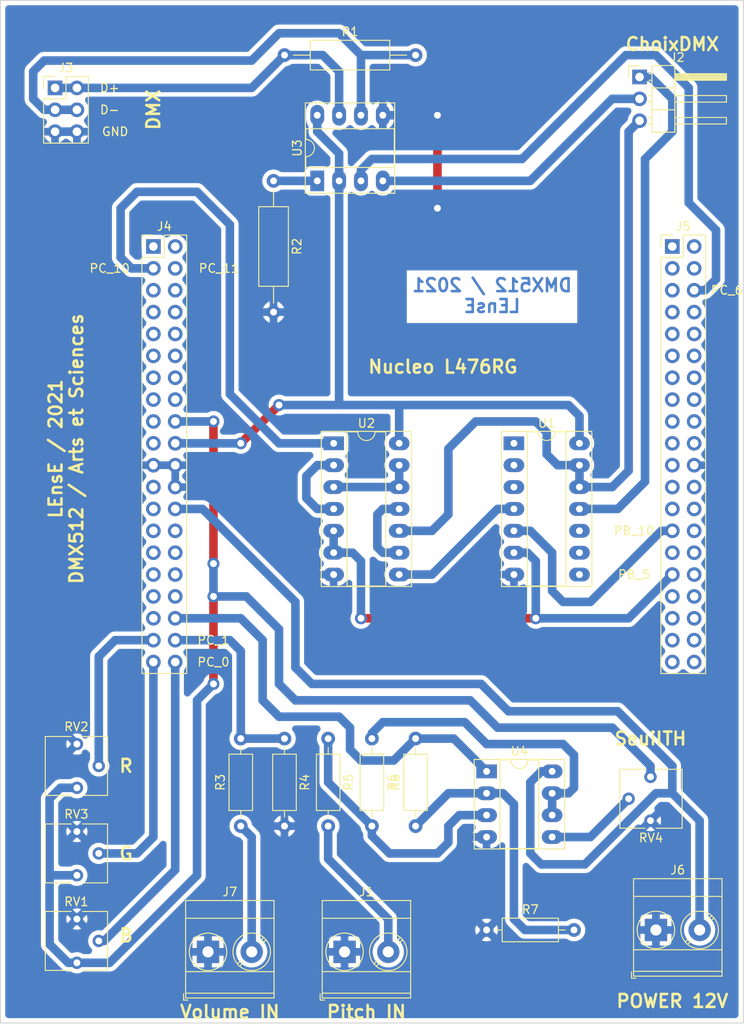
<source format=kicad_pcb>
(kicad_pcb (version 20171130) (host pcbnew "(5.0.1)-4")

  (general
    (thickness 1.6)
    (drawings 26)
    (tracks 227)
    (zones 0)
    (modules 23)
    (nets 94)
  )

  (page A4)
  (layers
    (0 F.Cu signal)
    (31 B.Cu signal)
    (32 B.Adhes user)
    (33 F.Adhes user)
    (34 B.Paste user)
    (35 F.Paste user)
    (36 B.SilkS user)
    (37 F.SilkS user)
    (38 B.Mask user)
    (39 F.Mask user)
    (40 Dwgs.User user)
    (41 Cmts.User user)
    (42 Eco1.User user)
    (43 Eco2.User user)
    (44 Edge.Cuts user)
    (45 Margin user)
    (46 B.CrtYd user)
    (47 F.CrtYd user)
    (48 B.Fab user)
    (49 F.Fab user)
  )

  (setup
    (last_trace_width 0.25)
    (user_trace_width 1)
    (trace_clearance 0.2)
    (zone_clearance 0.508)
    (zone_45_only no)
    (trace_min 0.2)
    (segment_width 0.2)
    (edge_width 0.05)
    (via_size 0.8)
    (via_drill 0.4)
    (via_min_size 0.4)
    (via_min_drill 0.3)
    (user_via 1.4 0.8)
    (uvia_size 0.3)
    (uvia_drill 0.1)
    (uvias_allowed no)
    (uvia_min_size 0.2)
    (uvia_min_drill 0.1)
    (pcb_text_width 0.3)
    (pcb_text_size 1.5 1.5)
    (mod_edge_width 0.12)
    (mod_text_size 1 1)
    (mod_text_width 0.15)
    (pad_size 1.524 1.524)
    (pad_drill 0.762)
    (pad_to_mask_clearance 0.05)
    (solder_mask_min_width 0.25)
    (aux_axis_origin 0 0)
    (grid_origin 216.535 88.265)
    (visible_elements 7FFFFFFF)
    (pcbplotparams
      (layerselection 0x010fc_ffffffff)
      (usegerberextensions false)
      (usegerberattributes true)
      (usegerberadvancedattributes true)
      (creategerberjobfile true)
      (excludeedgelayer true)
      (linewidth 0.100000)
      (plotframeref false)
      (viasonmask false)
      (mode 1)
      (useauxorigin false)
      (hpglpennumber 1)
      (hpglpenspeed 20)
      (hpglpendiameter 15.000000)
      (psnegative false)
      (psa4output false)
      (plotreference true)
      (plotvalue true)
      (plotinvisibletext false)
      (padsonsilk false)
      (subtractmaskfromsilk false)
      (outputformat 1)
      (mirror false)
      (drillshape 0)
      (scaleselection 1)
      (outputdirectory "carteDMX512v2_gerber"))
  )

  (net 0 "")
  (net 1 AnInB)
  (net 2 AnInG)
  (net 3 AnInR)
  (net 4 out_s)
  (net 5 start)
  (net 6 enable)
  (net 7 TX)
  (net 8 GND)
  (net 9 5V)
  (net 10 3.3V)
  (net 11 "Net-(J2-Pad3)")
  (net 12 DMX_TX)
  (net 13 "Net-(J2-Pad1)")
  (net 14 "Net-(J3-Pad3)")
  (net 15 "Net-(J3-Pad1)")
  (net 16 "Net-(R2-Pad1)")
  (net 17 notstart)
  (net 18 "Net-(U1-Pad4)")
  (net 19 "Net-(J4-Pad1)")
  (net 20 "Net-(J4-Pad2)")
  (net 21 "Net-(J4-Pad4)")
  (net 22 "Net-(J4-Pad5)")
  (net 23 "Net-(J4-Pad6)")
  (net 24 "Net-(J4-Pad7)")
  (net 25 "Net-(J4-Pad8)")
  (net 26 "Net-(J4-Pad9)")
  (net 27 "Net-(J4-Pad10)")
  (net 28 "Net-(J4-Pad11)")
  (net 29 "Net-(J4-Pad12)")
  (net 30 "Net-(J4-Pad13)")
  (net 31 "Net-(J4-Pad14)")
  (net 32 "Net-(J4-Pad15)")
  (net 33 "Net-(J4-Pad16)")
  (net 34 "Net-(J4-Pad17)")
  (net 35 "Net-(J4-Pad19)")
  (net 36 "Net-(J4-Pad23)")
  (net 37 "Net-(J4-Pad25)")
  (net 38 "Net-(J4-Pad27)")
  (net 39 "Net-(J4-Pad28)")
  (net 40 "Net-(J4-Pad29)")
  (net 41 "Net-(J4-Pad30)")
  (net 42 "Net-(J4-Pad31)")
  (net 43 "Net-(J4-Pad32)")
  (net 44 "Net-(J4-Pad33)")
  (net 45 "Net-(J4-Pad34)")
  (net 46 "Net-(J4-Pad35)")
  (net 47 "Net-(J5-Pad40)")
  (net 48 "Net-(J5-Pad39)")
  (net 49 "Net-(J5-Pad38)")
  (net 50 "Net-(J5-Pad37)")
  (net 51 "Net-(J5-Pad36)")
  (net 52 "Net-(J5-Pad35)")
  (net 53 "Net-(J5-Pad34)")
  (net 54 "Net-(J5-Pad33)")
  (net 55 "Net-(J5-Pad32)")
  (net 56 "Net-(J5-Pad30)")
  (net 57 "Net-(J5-Pad28)")
  (net 58 "Net-(J5-Pad26)")
  (net 59 "Net-(J5-Pad24)")
  (net 60 "Net-(J5-Pad23)")
  (net 61 "Net-(J5-Pad21)")
  (net 62 "Net-(J5-Pad20)")
  (net 63 "Net-(J5-Pad19)")
  (net 64 "Net-(J5-Pad18)")
  (net 65 "Net-(J5-Pad17)")
  (net 66 "Net-(J5-Pad16)")
  (net 67 "Net-(J5-Pad15)")
  (net 68 "Net-(J5-Pad14)")
  (net 69 "Net-(J5-Pad13)")
  (net 70 "Net-(J5-Pad12)")
  (net 71 "Net-(J5-Pad10)")
  (net 72 "Net-(J5-Pad9)")
  (net 73 "Net-(J5-Pad8)")
  (net 74 "Net-(J5-Pad7)")
  (net 75 "Net-(J5-Pad5)")
  (net 76 "Net-(J5-Pad4)")
  (net 77 "Net-(J5-Pad3)")
  (net 78 "Net-(J5-Pad2)")
  (net 79 "Net-(J5-Pad1)")
  (net 80 Vinput)
  (net 81 "Net-(J5-Pad25)")
  (net 82 "Net-(U2-Pad11)")
  (net 83 "Net-(U2-Pad12)")
  (net 84 "Net-(J5-Pad29)")
  (net 85 "Net-(J5-Pad11)")
  (net 86 PitchIn)
  (net 87 VolumeIn_Adapt)
  (net 88 PitchIn_Adapt)
  (net 89 VolumeIn)
  (net 90 "Net-(R5-Pad1)")
  (net 91 PitchDC)
  (net 92 "Net-(R7-Pad2)")
  (net 93 "Net-(RV4-Pad2)")

  (net_class Default "This is the default net class."
    (clearance 0.2)
    (trace_width 0.25)
    (via_dia 0.8)
    (via_drill 0.4)
    (uvia_dia 0.3)
    (uvia_drill 0.1)
    (add_net 3.3V)
    (add_net 5V)
    (add_net AnInB)
    (add_net AnInG)
    (add_net AnInR)
    (add_net DMX_TX)
    (add_net GND)
    (add_net "Net-(J2-Pad1)")
    (add_net "Net-(J2-Pad3)")
    (add_net "Net-(J3-Pad1)")
    (add_net "Net-(J3-Pad3)")
    (add_net "Net-(J4-Pad1)")
    (add_net "Net-(J4-Pad10)")
    (add_net "Net-(J4-Pad11)")
    (add_net "Net-(J4-Pad12)")
    (add_net "Net-(J4-Pad13)")
    (add_net "Net-(J4-Pad14)")
    (add_net "Net-(J4-Pad15)")
    (add_net "Net-(J4-Pad16)")
    (add_net "Net-(J4-Pad17)")
    (add_net "Net-(J4-Pad19)")
    (add_net "Net-(J4-Pad2)")
    (add_net "Net-(J4-Pad23)")
    (add_net "Net-(J4-Pad25)")
    (add_net "Net-(J4-Pad27)")
    (add_net "Net-(J4-Pad28)")
    (add_net "Net-(J4-Pad29)")
    (add_net "Net-(J4-Pad30)")
    (add_net "Net-(J4-Pad31)")
    (add_net "Net-(J4-Pad32)")
    (add_net "Net-(J4-Pad33)")
    (add_net "Net-(J4-Pad34)")
    (add_net "Net-(J4-Pad35)")
    (add_net "Net-(J4-Pad4)")
    (add_net "Net-(J4-Pad5)")
    (add_net "Net-(J4-Pad6)")
    (add_net "Net-(J4-Pad7)")
    (add_net "Net-(J4-Pad8)")
    (add_net "Net-(J4-Pad9)")
    (add_net "Net-(J5-Pad1)")
    (add_net "Net-(J5-Pad10)")
    (add_net "Net-(J5-Pad11)")
    (add_net "Net-(J5-Pad12)")
    (add_net "Net-(J5-Pad13)")
    (add_net "Net-(J5-Pad14)")
    (add_net "Net-(J5-Pad15)")
    (add_net "Net-(J5-Pad16)")
    (add_net "Net-(J5-Pad17)")
    (add_net "Net-(J5-Pad18)")
    (add_net "Net-(J5-Pad19)")
    (add_net "Net-(J5-Pad2)")
    (add_net "Net-(J5-Pad20)")
    (add_net "Net-(J5-Pad21)")
    (add_net "Net-(J5-Pad23)")
    (add_net "Net-(J5-Pad24)")
    (add_net "Net-(J5-Pad25)")
    (add_net "Net-(J5-Pad26)")
    (add_net "Net-(J5-Pad28)")
    (add_net "Net-(J5-Pad29)")
    (add_net "Net-(J5-Pad3)")
    (add_net "Net-(J5-Pad30)")
    (add_net "Net-(J5-Pad32)")
    (add_net "Net-(J5-Pad33)")
    (add_net "Net-(J5-Pad34)")
    (add_net "Net-(J5-Pad35)")
    (add_net "Net-(J5-Pad36)")
    (add_net "Net-(J5-Pad37)")
    (add_net "Net-(J5-Pad38)")
    (add_net "Net-(J5-Pad39)")
    (add_net "Net-(J5-Pad4)")
    (add_net "Net-(J5-Pad40)")
    (add_net "Net-(J5-Pad5)")
    (add_net "Net-(J5-Pad7)")
    (add_net "Net-(J5-Pad8)")
    (add_net "Net-(J5-Pad9)")
    (add_net "Net-(R2-Pad1)")
    (add_net "Net-(R5-Pad1)")
    (add_net "Net-(R7-Pad2)")
    (add_net "Net-(RV4-Pad2)")
    (add_net "Net-(U1-Pad4)")
    (add_net "Net-(U2-Pad11)")
    (add_net "Net-(U2-Pad12)")
    (add_net PitchDC)
    (add_net PitchIn)
    (add_net PitchIn_Adapt)
    (add_net TX)
    (add_net Vinput)
    (add_net VolumeIn)
    (add_net VolumeIn_Adapt)
    (add_net enable)
    (add_net notstart)
    (add_net out_s)
    (add_net start)
  )

  (module Package_DIP:DIP-14_W7.62mm_Socket_LongPads (layer F.Cu) (tedit 5A02E8C5) (tstamp 603FD7DA)
    (at 247.015 96.52)
    (descr "14-lead though-hole mounted DIP package, row spacing 7.62 mm (300 mils), Socket, LongPads")
    (tags "THT DIP DIL PDIP 2.54mm 7.62mm 300mil Socket LongPads")
    (path /601A142D)
    (fp_text reference U1 (at 3.81 -2.33) (layer F.SilkS)
      (effects (font (size 1 1) (thickness 0.15)))
    )
    (fp_text value 4011 (at 3.81 17.57) (layer F.Fab)
      (effects (font (size 1 1) (thickness 0.15)))
    )
    (fp_text user %R (at 3.81 7.62) (layer F.Fab)
      (effects (font (size 1 1) (thickness 0.15)))
    )
    (fp_arc (start 3.81 -1.33) (end 2.81 -1.33) (angle -180) (layer F.SilkS) (width 0.12))
    (fp_line (start 1.635 -1.27) (end 6.985 -1.27) (layer F.Fab) (width 0.1))
    (fp_line (start 6.985 -1.27) (end 6.985 16.51) (layer F.Fab) (width 0.1))
    (fp_line (start 6.985 16.51) (end 0.635 16.51) (layer F.Fab) (width 0.1))
    (fp_line (start 0.635 16.51) (end 0.635 -0.27) (layer F.Fab) (width 0.1))
    (fp_line (start 0.635 -0.27) (end 1.635 -1.27) (layer F.Fab) (width 0.1))
    (fp_line (start -1.27 -1.33) (end -1.27 16.57) (layer F.Fab) (width 0.1))
    (fp_line (start -1.27 16.57) (end 8.89 16.57) (layer F.Fab) (width 0.1))
    (fp_line (start 8.89 16.57) (end 8.89 -1.33) (layer F.Fab) (width 0.1))
    (fp_line (start 8.89 -1.33) (end -1.27 -1.33) (layer F.Fab) (width 0.1))
    (fp_line (start 2.81 -1.33) (end 1.56 -1.33) (layer F.SilkS) (width 0.12))
    (fp_line (start 1.56 -1.33) (end 1.56 16.57) (layer F.SilkS) (width 0.12))
    (fp_line (start 1.56 16.57) (end 6.06 16.57) (layer F.SilkS) (width 0.12))
    (fp_line (start 6.06 16.57) (end 6.06 -1.33) (layer F.SilkS) (width 0.12))
    (fp_line (start 6.06 -1.33) (end 4.81 -1.33) (layer F.SilkS) (width 0.12))
    (fp_line (start -1.44 -1.39) (end -1.44 16.63) (layer F.SilkS) (width 0.12))
    (fp_line (start -1.44 16.63) (end 9.06 16.63) (layer F.SilkS) (width 0.12))
    (fp_line (start 9.06 16.63) (end 9.06 -1.39) (layer F.SilkS) (width 0.12))
    (fp_line (start 9.06 -1.39) (end -1.44 -1.39) (layer F.SilkS) (width 0.12))
    (fp_line (start -1.55 -1.6) (end -1.55 16.85) (layer F.CrtYd) (width 0.05))
    (fp_line (start -1.55 16.85) (end 9.15 16.85) (layer F.CrtYd) (width 0.05))
    (fp_line (start 9.15 16.85) (end 9.15 -1.6) (layer F.CrtYd) (width 0.05))
    (fp_line (start 9.15 -1.6) (end -1.55 -1.6) (layer F.CrtYd) (width 0.05))
    (pad 14 thru_hole oval (at 7.62 0) (size 2.4 1.6) (drill 0.8) (layers *.Cu *.Mask)
      (net 9 5V))
    (pad 7 thru_hole oval (at 0 15.24) (size 2.4 1.6) (drill 0.8) (layers *.Cu *.Mask)
      (net 8 GND))
    (pad 13 thru_hole oval (at 7.62 2.54) (size 2.4 1.6) (drill 0.8) (layers *.Cu *.Mask)
      (net 11 "Net-(J2-Pad3)"))
    (pad 6 thru_hole oval (at 0 12.7) (size 2.4 1.6) (drill 0.8) (layers *.Cu *.Mask)
      (net 5 start))
    (pad 12 thru_hole oval (at 7.62 5.08) (size 2.4 1.6) (drill 0.8) (layers *.Cu *.Mask)
      (net 11 "Net-(J2-Pad3)"))
    (pad 5 thru_hole oval (at 0 10.16) (size 2.4 1.6) (drill 0.8) (layers *.Cu *.Mask)
      (net 4 out_s))
    (pad 11 thru_hole oval (at 7.62 7.62) (size 2.4 1.6) (drill 0.8) (layers *.Cu *.Mask)
      (net 13 "Net-(J2-Pad1)"))
    (pad 4 thru_hole oval (at 0 7.62) (size 2.4 1.6) (drill 0.8) (layers *.Cu *.Mask)
      (net 18 "Net-(U1-Pad4)"))
    (pad 10 thru_hole oval (at 7.62 10.16) (size 2.4 1.6) (drill 0.8) (layers *.Cu *.Mask))
    (pad 3 thru_hole oval (at 0 5.08) (size 2.4 1.6) (drill 0.8) (layers *.Cu *.Mask))
    (pad 9 thru_hole oval (at 7.62 12.7) (size 2.4 1.6) (drill 0.8) (layers *.Cu *.Mask))
    (pad 2 thru_hole oval (at 0 2.54) (size 2.4 1.6) (drill 0.8) (layers *.Cu *.Mask))
    (pad 8 thru_hole oval (at 7.62 15.24) (size 2.4 1.6) (drill 0.8) (layers *.Cu *.Mask))
    (pad 1 thru_hole rect (at 0 0) (size 2.4 1.6) (drill 0.8) (layers *.Cu *.Mask))
    (model ${KISYS3DMOD}/Package_DIP.3dshapes/DIP-14_W7.62mm_Socket.wrl
      (at (xyz 0 0 0))
      (scale (xyz 1 1 1))
      (rotate (xyz 0 0 0))
    )
  )

  (module Connector_PinHeader_2.54mm:PinHeader_2x20_P2.54mm_Vertical (layer F.Cu) (tedit 59FED5CC) (tstamp 603FDA07)
    (at 205.105 73.66)
    (descr "Through hole straight pin header, 2x20, 2.54mm pitch, double rows")
    (tags "Through hole pin header THT 2x20 2.54mm double row")
    (path /60418270)
    (fp_text reference J4 (at 1.27 -2.33) (layer F.SilkS)
      (effects (font (size 1 1) (thickness 0.15)))
    )
    (fp_text value MORPHO_G (at 1.27 50.59) (layer F.Fab)
      (effects (font (size 1 1) (thickness 0.15)))
    )
    (fp_line (start 4.35 -1.8) (end -1.8 -1.8) (layer F.CrtYd) (width 0.05))
    (fp_line (start 4.35 50.05) (end 4.35 -1.8) (layer F.CrtYd) (width 0.05))
    (fp_line (start -1.8 50.05) (end 4.35 50.05) (layer F.CrtYd) (width 0.05))
    (fp_line (start -1.8 -1.8) (end -1.8 50.05) (layer F.CrtYd) (width 0.05))
    (fp_line (start -1.33 -1.33) (end 0 -1.33) (layer F.SilkS) (width 0.12))
    (fp_line (start -1.33 0) (end -1.33 -1.33) (layer F.SilkS) (width 0.12))
    (fp_line (start 1.27 -1.33) (end 3.87 -1.33) (layer F.SilkS) (width 0.12))
    (fp_line (start 1.27 1.27) (end 1.27 -1.33) (layer F.SilkS) (width 0.12))
    (fp_line (start -1.33 1.27) (end 1.27 1.27) (layer F.SilkS) (width 0.12))
    (fp_line (start 3.87 -1.33) (end 3.87 49.59) (layer F.SilkS) (width 0.12))
    (fp_line (start -1.33 1.27) (end -1.33 49.59) (layer F.SilkS) (width 0.12))
    (fp_line (start -1.33 49.59) (end 3.87 49.59) (layer F.SilkS) (width 0.12))
    (fp_line (start -1.27 0) (end 0 -1.27) (layer F.Fab) (width 0.1))
    (fp_line (start -1.27 49.53) (end -1.27 0) (layer F.Fab) (width 0.1))
    (fp_line (start 3.81 49.53) (end -1.27 49.53) (layer F.Fab) (width 0.1))
    (fp_line (start 3.81 -1.27) (end 3.81 49.53) (layer F.Fab) (width 0.1))
    (fp_line (start 0 -1.27) (end 3.81 -1.27) (layer F.Fab) (width 0.1))
    (fp_text user %R (at 1.27 24.13 90) (layer F.Fab)
      (effects (font (size 1 1) (thickness 0.15)))
    )
    (pad 1 thru_hole rect (at 0 0) (size 1.7 1.7) (drill 1) (layers *.Cu *.Mask)
      (net 19 "Net-(J4-Pad1)"))
    (pad 2 thru_hole oval (at 2.54 0) (size 1.7 1.7) (drill 1) (layers *.Cu *.Mask)
      (net 20 "Net-(J4-Pad2)"))
    (pad 3 thru_hole oval (at 0 2.54) (size 1.7 1.7) (drill 1) (layers *.Cu *.Mask)
      (net 7 TX))
    (pad 4 thru_hole oval (at 2.54 2.54) (size 1.7 1.7) (drill 1) (layers *.Cu *.Mask)
      (net 21 "Net-(J4-Pad4)"))
    (pad 5 thru_hole oval (at 0 5.08) (size 1.7 1.7) (drill 1) (layers *.Cu *.Mask)
      (net 22 "Net-(J4-Pad5)"))
    (pad 6 thru_hole oval (at 2.54 5.08) (size 1.7 1.7) (drill 1) (layers *.Cu *.Mask)
      (net 23 "Net-(J4-Pad6)"))
    (pad 7 thru_hole oval (at 0 7.62) (size 1.7 1.7) (drill 1) (layers *.Cu *.Mask)
      (net 24 "Net-(J4-Pad7)"))
    (pad 8 thru_hole oval (at 2.54 7.62) (size 1.7 1.7) (drill 1) (layers *.Cu *.Mask)
      (net 25 "Net-(J4-Pad8)"))
    (pad 9 thru_hole oval (at 0 10.16) (size 1.7 1.7) (drill 1) (layers *.Cu *.Mask)
      (net 26 "Net-(J4-Pad9)"))
    (pad 10 thru_hole oval (at 2.54 10.16) (size 1.7 1.7) (drill 1) (layers *.Cu *.Mask)
      (net 27 "Net-(J4-Pad10)"))
    (pad 11 thru_hole oval (at 0 12.7) (size 1.7 1.7) (drill 1) (layers *.Cu *.Mask)
      (net 28 "Net-(J4-Pad11)"))
    (pad 12 thru_hole oval (at 2.54 12.7) (size 1.7 1.7) (drill 1) (layers *.Cu *.Mask)
      (net 29 "Net-(J4-Pad12)"))
    (pad 13 thru_hole oval (at 0 15.24) (size 1.7 1.7) (drill 1) (layers *.Cu *.Mask)
      (net 30 "Net-(J4-Pad13)"))
    (pad 14 thru_hole oval (at 2.54 15.24) (size 1.7 1.7) (drill 1) (layers *.Cu *.Mask)
      (net 31 "Net-(J4-Pad14)"))
    (pad 15 thru_hole oval (at 0 17.78) (size 1.7 1.7) (drill 1) (layers *.Cu *.Mask)
      (net 32 "Net-(J4-Pad15)"))
    (pad 16 thru_hole oval (at 2.54 17.78) (size 1.7 1.7) (drill 1) (layers *.Cu *.Mask)
      (net 33 "Net-(J4-Pad16)"))
    (pad 17 thru_hole oval (at 0 20.32) (size 1.7 1.7) (drill 1) (layers *.Cu *.Mask)
      (net 34 "Net-(J4-Pad17)"))
    (pad 18 thru_hole oval (at 2.54 20.32) (size 1.7 1.7) (drill 1) (layers *.Cu *.Mask)
      (net 10 3.3V))
    (pad 19 thru_hole oval (at 0 22.86) (size 1.7 1.7) (drill 1) (layers *.Cu *.Mask)
      (net 35 "Net-(J4-Pad19)"))
    (pad 20 thru_hole oval (at 2.54 22.86) (size 1.7 1.7) (drill 1) (layers *.Cu *.Mask)
      (net 9 5V))
    (pad 21 thru_hole oval (at 0 25.4) (size 1.7 1.7) (drill 1) (layers *.Cu *.Mask)
      (net 8 GND))
    (pad 22 thru_hole oval (at 2.54 25.4) (size 1.7 1.7) (drill 1) (layers *.Cu *.Mask)
      (net 8 GND))
    (pad 23 thru_hole oval (at 0 27.94) (size 1.7 1.7) (drill 1) (layers *.Cu *.Mask)
      (net 36 "Net-(J4-Pad23)"))
    (pad 24 thru_hole oval (at 2.54 27.94) (size 1.7 1.7) (drill 1) (layers *.Cu *.Mask)
      (net 8 GND))
    (pad 25 thru_hole oval (at 0 30.48) (size 1.7 1.7) (drill 1) (layers *.Cu *.Mask)
      (net 37 "Net-(J4-Pad25)"))
    (pad 26 thru_hole oval (at 2.54 30.48) (size 1.7 1.7) (drill 1) (layers *.Cu *.Mask)
      (net 80 Vinput))
    (pad 27 thru_hole oval (at 0 33.02) (size 1.7 1.7) (drill 1) (layers *.Cu *.Mask)
      (net 38 "Net-(J4-Pad27)"))
    (pad 28 thru_hole oval (at 2.54 33.02) (size 1.7 1.7) (drill 1) (layers *.Cu *.Mask)
      (net 39 "Net-(J4-Pad28)"))
    (pad 29 thru_hole oval (at 0 35.56) (size 1.7 1.7) (drill 1) (layers *.Cu *.Mask)
      (net 40 "Net-(J4-Pad29)"))
    (pad 30 thru_hole oval (at 2.54 35.56) (size 1.7 1.7) (drill 1) (layers *.Cu *.Mask)
      (net 41 "Net-(J4-Pad30)"))
    (pad 31 thru_hole oval (at 0 38.1) (size 1.7 1.7) (drill 1) (layers *.Cu *.Mask)
      (net 42 "Net-(J4-Pad31)"))
    (pad 32 thru_hole oval (at 2.54 38.1) (size 1.7 1.7) (drill 1) (layers *.Cu *.Mask)
      (net 43 "Net-(J4-Pad32)"))
    (pad 33 thru_hole oval (at 0 40.64) (size 1.7 1.7) (drill 1) (layers *.Cu *.Mask)
      (net 44 "Net-(J4-Pad33)"))
    (pad 34 thru_hole oval (at 2.54 40.64) (size 1.7 1.7) (drill 1) (layers *.Cu *.Mask)
      (net 45 "Net-(J4-Pad34)"))
    (pad 35 thru_hole oval (at 0 43.18) (size 1.7 1.7) (drill 1) (layers *.Cu *.Mask)
      (net 46 "Net-(J4-Pad35)"))
    (pad 36 thru_hole oval (at 2.54 43.18) (size 1.7 1.7) (drill 1) (layers *.Cu *.Mask)
      (net 88 PitchIn_Adapt))
    (pad 37 thru_hole oval (at 0 45.72) (size 1.7 1.7) (drill 1) (layers *.Cu *.Mask)
      (net 2 AnInG))
    (pad 38 thru_hole oval (at 2.54 45.72) (size 1.7 1.7) (drill 1) (layers *.Cu *.Mask)
      (net 87 VolumeIn_Adapt))
    (pad 39 thru_hole oval (at 0 48.26) (size 1.7 1.7) (drill 1) (layers *.Cu *.Mask)
      (net 1 AnInB))
    (pad 40 thru_hole oval (at 2.54 48.26) (size 1.7 1.7) (drill 1) (layers *.Cu *.Mask)
      (net 3 AnInR))
    (model ${KISYS3DMOD}/Connector_PinHeader_2.54mm.3dshapes/PinHeader_2x20_P2.54mm_Vertical.wrl
      (at (xyz 0 0 0))
      (scale (xyz 1 1 1))
      (rotate (xyz 0 0 0))
    )
  )

  (module Connector_PinHeader_2.54mm:PinHeader_2x20_P2.54mm_Vertical (layer F.Cu) (tedit 59FED5CC) (tstamp 603FAFEE)
    (at 265.43 73.66)
    (descr "Through hole straight pin header, 2x20, 2.54mm pitch, double rows")
    (tags "Through hole pin header THT 2x20 2.54mm double row")
    (path /6041D09F)
    (fp_text reference J5 (at 1.27 -2.33) (layer F.SilkS)
      (effects (font (size 1 1) (thickness 0.15)))
    )
    (fp_text value MORPHO_D (at 1.27 50.59) (layer F.Fab)
      (effects (font (size 1 1) (thickness 0.15)))
    )
    (fp_text user %R (at 1.27 24.13 90) (layer F.Fab)
      (effects (font (size 1 1) (thickness 0.15)))
    )
    (fp_line (start 0 -1.27) (end 3.81 -1.27) (layer F.Fab) (width 0.1))
    (fp_line (start 3.81 -1.27) (end 3.81 49.53) (layer F.Fab) (width 0.1))
    (fp_line (start 3.81 49.53) (end -1.27 49.53) (layer F.Fab) (width 0.1))
    (fp_line (start -1.27 49.53) (end -1.27 0) (layer F.Fab) (width 0.1))
    (fp_line (start -1.27 0) (end 0 -1.27) (layer F.Fab) (width 0.1))
    (fp_line (start -1.33 49.59) (end 3.87 49.59) (layer F.SilkS) (width 0.12))
    (fp_line (start -1.33 1.27) (end -1.33 49.59) (layer F.SilkS) (width 0.12))
    (fp_line (start 3.87 -1.33) (end 3.87 49.59) (layer F.SilkS) (width 0.12))
    (fp_line (start -1.33 1.27) (end 1.27 1.27) (layer F.SilkS) (width 0.12))
    (fp_line (start 1.27 1.27) (end 1.27 -1.33) (layer F.SilkS) (width 0.12))
    (fp_line (start 1.27 -1.33) (end 3.87 -1.33) (layer F.SilkS) (width 0.12))
    (fp_line (start -1.33 0) (end -1.33 -1.33) (layer F.SilkS) (width 0.12))
    (fp_line (start -1.33 -1.33) (end 0 -1.33) (layer F.SilkS) (width 0.12))
    (fp_line (start -1.8 -1.8) (end -1.8 50.05) (layer F.CrtYd) (width 0.05))
    (fp_line (start -1.8 50.05) (end 4.35 50.05) (layer F.CrtYd) (width 0.05))
    (fp_line (start 4.35 50.05) (end 4.35 -1.8) (layer F.CrtYd) (width 0.05))
    (fp_line (start 4.35 -1.8) (end -1.8 -1.8) (layer F.CrtYd) (width 0.05))
    (pad 40 thru_hole oval (at 2.54 48.26) (size 1.7 1.7) (drill 1) (layers *.Cu *.Mask)
      (net 47 "Net-(J5-Pad40)"))
    (pad 39 thru_hole oval (at 0 48.26) (size 1.7 1.7) (drill 1) (layers *.Cu *.Mask)
      (net 48 "Net-(J5-Pad39)"))
    (pad 38 thru_hole oval (at 2.54 45.72) (size 1.7 1.7) (drill 1) (layers *.Cu *.Mask)
      (net 49 "Net-(J5-Pad38)"))
    (pad 37 thru_hole oval (at 0 45.72) (size 1.7 1.7) (drill 1) (layers *.Cu *.Mask)
      (net 50 "Net-(J5-Pad37)"))
    (pad 36 thru_hole oval (at 2.54 43.18) (size 1.7 1.7) (drill 1) (layers *.Cu *.Mask)
      (net 51 "Net-(J5-Pad36)"))
    (pad 35 thru_hole oval (at 0 43.18) (size 1.7 1.7) (drill 1) (layers *.Cu *.Mask)
      (net 52 "Net-(J5-Pad35)"))
    (pad 34 thru_hole oval (at 2.54 40.64) (size 1.7 1.7) (drill 1) (layers *.Cu *.Mask)
      (net 53 "Net-(J5-Pad34)"))
    (pad 33 thru_hole oval (at 0 40.64) (size 1.7 1.7) (drill 1) (layers *.Cu *.Mask)
      (net 54 "Net-(J5-Pad33)"))
    (pad 32 thru_hole oval (at 2.54 38.1) (size 1.7 1.7) (drill 1) (layers *.Cu *.Mask)
      (net 55 "Net-(J5-Pad32)"))
    (pad 31 thru_hole oval (at 0 38.1) (size 1.7 1.7) (drill 1) (layers *.Cu *.Mask)
      (net 5 start))
    (pad 30 thru_hole oval (at 2.54 35.56) (size 1.7 1.7) (drill 1) (layers *.Cu *.Mask)
      (net 56 "Net-(J5-Pad30)"))
    (pad 29 thru_hole oval (at 0 35.56) (size 1.7 1.7) (drill 1) (layers *.Cu *.Mask)
      (net 84 "Net-(J5-Pad29)"))
    (pad 28 thru_hole oval (at 2.54 33.02) (size 1.7 1.7) (drill 1) (layers *.Cu *.Mask)
      (net 57 "Net-(J5-Pad28)"))
    (pad 27 thru_hole oval (at 0 33.02) (size 1.7 1.7) (drill 1) (layers *.Cu *.Mask)
      (net 4 out_s))
    (pad 26 thru_hole oval (at 2.54 30.48) (size 1.7 1.7) (drill 1) (layers *.Cu *.Mask)
      (net 58 "Net-(J5-Pad26)"))
    (pad 25 thru_hole oval (at 0 30.48) (size 1.7 1.7) (drill 1) (layers *.Cu *.Mask)
      (net 81 "Net-(J5-Pad25)"))
    (pad 24 thru_hole oval (at 2.54 27.94) (size 1.7 1.7) (drill 1) (layers *.Cu *.Mask)
      (net 59 "Net-(J5-Pad24)"))
    (pad 23 thru_hole oval (at 0 27.94) (size 1.7 1.7) (drill 1) (layers *.Cu *.Mask)
      (net 60 "Net-(J5-Pad23)"))
    (pad 22 thru_hole oval (at 2.54 25.4) (size 1.7 1.7) (drill 1) (layers *.Cu *.Mask)
      (net 8 GND))
    (pad 21 thru_hole oval (at 0 25.4) (size 1.7 1.7) (drill 1) (layers *.Cu *.Mask)
      (net 61 "Net-(J5-Pad21)"))
    (pad 20 thru_hole oval (at 2.54 22.86) (size 1.7 1.7) (drill 1) (layers *.Cu *.Mask)
      (net 62 "Net-(J5-Pad20)"))
    (pad 19 thru_hole oval (at 0 22.86) (size 1.7 1.7) (drill 1) (layers *.Cu *.Mask)
      (net 63 "Net-(J5-Pad19)"))
    (pad 18 thru_hole oval (at 2.54 20.32) (size 1.7 1.7) (drill 1) (layers *.Cu *.Mask)
      (net 64 "Net-(J5-Pad18)"))
    (pad 17 thru_hole oval (at 0 20.32) (size 1.7 1.7) (drill 1) (layers *.Cu *.Mask)
      (net 65 "Net-(J5-Pad17)"))
    (pad 16 thru_hole oval (at 2.54 17.78) (size 1.7 1.7) (drill 1) (layers *.Cu *.Mask)
      (net 66 "Net-(J5-Pad16)"))
    (pad 15 thru_hole oval (at 0 17.78) (size 1.7 1.7) (drill 1) (layers *.Cu *.Mask)
      (net 67 "Net-(J5-Pad15)"))
    (pad 14 thru_hole oval (at 2.54 15.24) (size 1.7 1.7) (drill 1) (layers *.Cu *.Mask)
      (net 68 "Net-(J5-Pad14)"))
    (pad 13 thru_hole oval (at 0 15.24) (size 1.7 1.7) (drill 1) (layers *.Cu *.Mask)
      (net 69 "Net-(J5-Pad13)"))
    (pad 12 thru_hole oval (at 2.54 12.7) (size 1.7 1.7) (drill 1) (layers *.Cu *.Mask)
      (net 70 "Net-(J5-Pad12)"))
    (pad 11 thru_hole oval (at 0 12.7) (size 1.7 1.7) (drill 1) (layers *.Cu *.Mask)
      (net 85 "Net-(J5-Pad11)"))
    (pad 10 thru_hole oval (at 2.54 10.16) (size 1.7 1.7) (drill 1) (layers *.Cu *.Mask)
      (net 71 "Net-(J5-Pad10)"))
    (pad 9 thru_hole oval (at 0 10.16) (size 1.7 1.7) (drill 1) (layers *.Cu *.Mask)
      (net 72 "Net-(J5-Pad9)"))
    (pad 8 thru_hole oval (at 2.54 7.62) (size 1.7 1.7) (drill 1) (layers *.Cu *.Mask)
      (net 73 "Net-(J5-Pad8)"))
    (pad 7 thru_hole oval (at 0 7.62) (size 1.7 1.7) (drill 1) (layers *.Cu *.Mask)
      (net 74 "Net-(J5-Pad7)"))
    (pad 6 thru_hole oval (at 2.54 5.08) (size 1.7 1.7) (drill 1) (layers *.Cu *.Mask)
      (net 6 enable))
    (pad 5 thru_hole oval (at 0 5.08) (size 1.7 1.7) (drill 1) (layers *.Cu *.Mask)
      (net 75 "Net-(J5-Pad5)"))
    (pad 4 thru_hole oval (at 2.54 2.54) (size 1.7 1.7) (drill 1) (layers *.Cu *.Mask)
      (net 76 "Net-(J5-Pad4)"))
    (pad 3 thru_hole oval (at 0 2.54) (size 1.7 1.7) (drill 1) (layers *.Cu *.Mask)
      (net 77 "Net-(J5-Pad3)"))
    (pad 2 thru_hole oval (at 2.54 0) (size 1.7 1.7) (drill 1) (layers *.Cu *.Mask)
      (net 78 "Net-(J5-Pad2)"))
    (pad 1 thru_hole rect (at 0 0) (size 1.7 1.7) (drill 1) (layers *.Cu *.Mask)
      (net 79 "Net-(J5-Pad1)"))
    (model ${KISYS3DMOD}/Connector_PinHeader_2.54mm.3dshapes/PinHeader_2x20_P2.54mm_Vertical.wrl
      (at (xyz 0 0 0))
      (scale (xyz 1 1 1))
      (rotate (xyz 0 0 0))
    )
  )

  (module Connector_PinHeader_2.54mm:PinHeader_2x03_P2.54mm_Vertical (layer F.Cu) (tedit 59FED5CC) (tstamp 603FB67F)
    (at 193.675 55.245)
    (descr "Through hole straight pin header, 2x03, 2.54mm pitch, double rows")
    (tags "Through hole pin header THT 2x03 2.54mm double row")
    (path /60199F28)
    (fp_text reference J3 (at 1.27 -2.33) (layer F.SilkS)
      (effects (font (size 1 1) (thickness 0.15)))
    )
    (fp_text value To_Dmx (at 1.27 7.41) (layer F.Fab)
      (effects (font (size 1 1) (thickness 0.15)))
    )
    (fp_line (start 4.35 -1.8) (end -1.8 -1.8) (layer F.CrtYd) (width 0.05))
    (fp_line (start 4.35 6.85) (end 4.35 -1.8) (layer F.CrtYd) (width 0.05))
    (fp_line (start -1.8 6.85) (end 4.35 6.85) (layer F.CrtYd) (width 0.05))
    (fp_line (start -1.8 -1.8) (end -1.8 6.85) (layer F.CrtYd) (width 0.05))
    (fp_line (start -1.33 -1.33) (end 0 -1.33) (layer F.SilkS) (width 0.12))
    (fp_line (start -1.33 0) (end -1.33 -1.33) (layer F.SilkS) (width 0.12))
    (fp_line (start 1.27 -1.33) (end 3.87 -1.33) (layer F.SilkS) (width 0.12))
    (fp_line (start 1.27 1.27) (end 1.27 -1.33) (layer F.SilkS) (width 0.12))
    (fp_line (start -1.33 1.27) (end 1.27 1.27) (layer F.SilkS) (width 0.12))
    (fp_line (start 3.87 -1.33) (end 3.87 6.41) (layer F.SilkS) (width 0.12))
    (fp_line (start -1.33 1.27) (end -1.33 6.41) (layer F.SilkS) (width 0.12))
    (fp_line (start -1.33 6.41) (end 3.87 6.41) (layer F.SilkS) (width 0.12))
    (fp_line (start -1.27 0) (end 0 -1.27) (layer F.Fab) (width 0.1))
    (fp_line (start -1.27 6.35) (end -1.27 0) (layer F.Fab) (width 0.1))
    (fp_line (start 3.81 6.35) (end -1.27 6.35) (layer F.Fab) (width 0.1))
    (fp_line (start 3.81 -1.27) (end 3.81 6.35) (layer F.Fab) (width 0.1))
    (fp_line (start 0 -1.27) (end 3.81 -1.27) (layer F.Fab) (width 0.1))
    (fp_text user %R (at 1.27 2.54 90) (layer F.Fab)
      (effects (font (size 1 1) (thickness 0.15)))
    )
    (pad 1 thru_hole rect (at 0 0) (size 1.7 1.7) (drill 1) (layers *.Cu *.Mask)
      (net 15 "Net-(J3-Pad1)"))
    (pad 2 thru_hole oval (at 2.54 0) (size 1.7 1.7) (drill 1) (layers *.Cu *.Mask)
      (net 15 "Net-(J3-Pad1)"))
    (pad 3 thru_hole oval (at 0 2.54) (size 1.7 1.7) (drill 1) (layers *.Cu *.Mask)
      (net 14 "Net-(J3-Pad3)"))
    (pad 4 thru_hole oval (at 2.54 2.54) (size 1.7 1.7) (drill 1) (layers *.Cu *.Mask)
      (net 14 "Net-(J3-Pad3)"))
    (pad 5 thru_hole oval (at 0 5.08) (size 1.7 1.7) (drill 1) (layers *.Cu *.Mask)
      (net 8 GND))
    (pad 6 thru_hole oval (at 2.54 5.08) (size 1.7 1.7) (drill 1) (layers *.Cu *.Mask)
      (net 8 GND))
    (model ${KISYS3DMOD}/Connector_PinHeader_2.54mm.3dshapes/PinHeader_2x03_P2.54mm_Vertical.wrl
      (at (xyz 0 0 0))
      (scale (xyz 1 1 1))
      (rotate (xyz 0 0 0))
    )
  )

  (module Resistor_THT:R_Axial_DIN0309_L9.0mm_D3.2mm_P15.24mm_Horizontal (layer F.Cu) (tedit 5AE5139B) (tstamp 603FB696)
    (at 220.345 51.435)
    (descr "Resistor, Axial_DIN0309 series, Axial, Horizontal, pin pitch=15.24mm, 0.5W = 1/2W, length*diameter=9*3.2mm^2, http://cdn-reichelt.de/documents/datenblatt/B400/1_4W%23YAG.pdf")
    (tags "Resistor Axial_DIN0309 series Axial Horizontal pin pitch 15.24mm 0.5W = 1/2W length 9mm diameter 3.2mm")
    (path /6019E031)
    (fp_text reference R1 (at 7.62 -2.72) (layer F.SilkS)
      (effects (font (size 1 1) (thickness 0.15)))
    )
    (fp_text value 120 (at 7.62 2.72) (layer F.Fab)
      (effects (font (size 1 1) (thickness 0.15)))
    )
    (fp_text user %R (at 7.62 0) (layer F.Fab)
      (effects (font (size 1 1) (thickness 0.15)))
    )
    (fp_line (start 3.12 -1.6) (end 3.12 1.6) (layer F.Fab) (width 0.1))
    (fp_line (start 3.12 1.6) (end 12.12 1.6) (layer F.Fab) (width 0.1))
    (fp_line (start 12.12 1.6) (end 12.12 -1.6) (layer F.Fab) (width 0.1))
    (fp_line (start 12.12 -1.6) (end 3.12 -1.6) (layer F.Fab) (width 0.1))
    (fp_line (start 0 0) (end 3.12 0) (layer F.Fab) (width 0.1))
    (fp_line (start 15.24 0) (end 12.12 0) (layer F.Fab) (width 0.1))
    (fp_line (start 3 -1.72) (end 3 1.72) (layer F.SilkS) (width 0.12))
    (fp_line (start 3 1.72) (end 12.24 1.72) (layer F.SilkS) (width 0.12))
    (fp_line (start 12.24 1.72) (end 12.24 -1.72) (layer F.SilkS) (width 0.12))
    (fp_line (start 12.24 -1.72) (end 3 -1.72) (layer F.SilkS) (width 0.12))
    (fp_line (start 1.04 0) (end 3 0) (layer F.SilkS) (width 0.12))
    (fp_line (start 14.2 0) (end 12.24 0) (layer F.SilkS) (width 0.12))
    (fp_line (start -1.05 -1.85) (end -1.05 1.85) (layer F.CrtYd) (width 0.05))
    (fp_line (start -1.05 1.85) (end 16.29 1.85) (layer F.CrtYd) (width 0.05))
    (fp_line (start 16.29 1.85) (end 16.29 -1.85) (layer F.CrtYd) (width 0.05))
    (fp_line (start 16.29 -1.85) (end -1.05 -1.85) (layer F.CrtYd) (width 0.05))
    (pad 2 thru_hole oval (at 15.24 0) (size 1.6 1.6) (drill 0.8) (layers *.Cu *.Mask)
      (net 14 "Net-(J3-Pad3)"))
    (pad 1 thru_hole circle (at 0 0) (size 1.6 1.6) (drill 0.8) (layers *.Cu *.Mask)
      (net 15 "Net-(J3-Pad1)"))
    (model ${KISYS3DMOD}/Resistor_THT.3dshapes/R_Axial_DIN0309_L9.0mm_D3.2mm_P15.24mm_Horizontal.wrl
      (at (xyz 0 0 0))
      (scale (xyz 1 1 1))
      (rotate (xyz 0 0 0))
    )
  )

  (module Resistor_THT:R_Axial_DIN0309_L9.0mm_D3.2mm_P15.24mm_Horizontal (layer F.Cu) (tedit 5AE5139B) (tstamp 603FB6AD)
    (at 219.075 66.04 270)
    (descr "Resistor, Axial_DIN0309 series, Axial, Horizontal, pin pitch=15.24mm, 0.5W = 1/2W, length*diameter=9*3.2mm^2, http://cdn-reichelt.de/documents/datenblatt/B400/1_4W%23YAG.pdf")
    (tags "Resistor Axial_DIN0309 series Axial Horizontal pin pitch 15.24mm 0.5W = 1/2W length 9mm diameter 3.2mm")
    (path /601C92C8)
    (fp_text reference R2 (at 7.62 -2.72 90) (layer F.SilkS)
      (effects (font (size 1 1) (thickness 0.15)))
    )
    (fp_text value 120 (at 7.62 2.72 90) (layer F.Fab)
      (effects (font (size 1 1) (thickness 0.15)))
    )
    (fp_line (start 16.29 -1.85) (end -1.05 -1.85) (layer F.CrtYd) (width 0.05))
    (fp_line (start 16.29 1.85) (end 16.29 -1.85) (layer F.CrtYd) (width 0.05))
    (fp_line (start -1.05 1.85) (end 16.29 1.85) (layer F.CrtYd) (width 0.05))
    (fp_line (start -1.05 -1.85) (end -1.05 1.85) (layer F.CrtYd) (width 0.05))
    (fp_line (start 14.2 0) (end 12.24 0) (layer F.SilkS) (width 0.12))
    (fp_line (start 1.04 0) (end 3 0) (layer F.SilkS) (width 0.12))
    (fp_line (start 12.24 -1.72) (end 3 -1.72) (layer F.SilkS) (width 0.12))
    (fp_line (start 12.24 1.72) (end 12.24 -1.72) (layer F.SilkS) (width 0.12))
    (fp_line (start 3 1.72) (end 12.24 1.72) (layer F.SilkS) (width 0.12))
    (fp_line (start 3 -1.72) (end 3 1.72) (layer F.SilkS) (width 0.12))
    (fp_line (start 15.24 0) (end 12.12 0) (layer F.Fab) (width 0.1))
    (fp_line (start 0 0) (end 3.12 0) (layer F.Fab) (width 0.1))
    (fp_line (start 12.12 -1.6) (end 3.12 -1.6) (layer F.Fab) (width 0.1))
    (fp_line (start 12.12 1.6) (end 12.12 -1.6) (layer F.Fab) (width 0.1))
    (fp_line (start 3.12 1.6) (end 12.12 1.6) (layer F.Fab) (width 0.1))
    (fp_line (start 3.12 -1.6) (end 3.12 1.6) (layer F.Fab) (width 0.1))
    (fp_text user %R (at 7.62 0 90) (layer F.Fab)
      (effects (font (size 1 1) (thickness 0.15)))
    )
    (pad 1 thru_hole circle (at 0 0 270) (size 1.6 1.6) (drill 0.8) (layers *.Cu *.Mask)
      (net 16 "Net-(R2-Pad1)"))
    (pad 2 thru_hole oval (at 15.24 0 270) (size 1.6 1.6) (drill 0.8) (layers *.Cu *.Mask)
      (net 8 GND))
    (model ${KISYS3DMOD}/Resistor_THT.3dshapes/R_Axial_DIN0309_L9.0mm_D3.2mm_P15.24mm_Horizontal.wrl
      (at (xyz 0 0 0))
      (scale (xyz 1 1 1))
      (rotate (xyz 0 0 0))
    )
  )

  (module Potentiometer_THT:Potentiometer_Vishay_T73YP_Vertical locked (layer F.Cu) (tedit 5A3D4993) (tstamp 603FB6D0)
    (at 196.215 156.845)
    (descr "Potentiometer, vertical, Vishay T73YP, http://www.vishay.com/docs/51016/t73.pdf")
    (tags "Potentiometer vertical Vishay T73YP")
    (path /6018EFA6)
    (fp_text reference RV1 (at -0.06 -7.09) (layer F.SilkS)
      (effects (font (size 1 1) (thickness 0.15)))
    )
    (fp_text value PotR (at -0.06 2.01) (layer F.Fab)
      (effects (font (size 1 1) (thickness 0.15)))
    )
    (fp_text user %R (at -2.56 -2.54 -90) (layer F.Fab)
      (effects (font (size 1 1) (thickness 0.15)))
    )
    (fp_circle (center 0.24 -2.54) (end 1.74 -2.54) (layer F.Fab) (width 0.1))
    (fp_line (start -3.56 -5.84) (end -3.56 0.76) (layer F.Fab) (width 0.1))
    (fp_line (start -3.56 0.76) (end 3.44 0.76) (layer F.Fab) (width 0.1))
    (fp_line (start 3.44 0.76) (end 3.44 -5.84) (layer F.Fab) (width 0.1))
    (fp_line (start 3.44 -5.84) (end -3.56 -5.84) (layer F.Fab) (width 0.1))
    (fp_line (start -0.961 -2.616) (end 0.164 -2.616) (layer F.Fab) (width 0.1))
    (fp_line (start 0.164 -2.616) (end 0.164 -3.741) (layer F.Fab) (width 0.1))
    (fp_line (start 0.164 -3.741) (end 0.316 -3.741) (layer F.Fab) (width 0.1))
    (fp_line (start 0.316 -3.741) (end 0.316 -2.616) (layer F.Fab) (width 0.1))
    (fp_line (start 0.316 -2.616) (end 1.441 -2.616) (layer F.Fab) (width 0.1))
    (fp_line (start 1.441 -2.616) (end 1.441 -2.464) (layer F.Fab) (width 0.1))
    (fp_line (start 1.441 -2.464) (end 0.316 -2.464) (layer F.Fab) (width 0.1))
    (fp_line (start 0.316 -2.464) (end 0.316 -1.339) (layer F.Fab) (width 0.1))
    (fp_line (start 0.316 -1.339) (end 0.164 -1.339) (layer F.Fab) (width 0.1))
    (fp_line (start 0.164 -1.339) (end 0.164 -2.464) (layer F.Fab) (width 0.1))
    (fp_line (start 0.164 -2.464) (end -0.961 -2.464) (layer F.Fab) (width 0.1))
    (fp_line (start -0.961 -2.464) (end -0.961 -2.616) (layer F.Fab) (width 0.1))
    (fp_line (start -3.68 -5.96) (end -0.65 -5.96) (layer F.SilkS) (width 0.12))
    (fp_line (start 0.65 -5.96) (end 3.56 -5.96) (layer F.SilkS) (width 0.12))
    (fp_line (start -3.68 0.88) (end -0.65 0.88) (layer F.SilkS) (width 0.12))
    (fp_line (start 0.65 0.88) (end 3.56 0.88) (layer F.SilkS) (width 0.12))
    (fp_line (start -3.68 -5.96) (end -3.68 0.88) (layer F.SilkS) (width 0.12))
    (fp_line (start 3.56 -5.96) (end 3.56 0.88) (layer F.SilkS) (width 0.12))
    (fp_line (start -3.85 -6.1) (end -3.85 1.05) (layer F.CrtYd) (width 0.05))
    (fp_line (start -3.85 1.05) (end 3.7 1.05) (layer F.CrtYd) (width 0.05))
    (fp_line (start 3.7 1.05) (end 3.7 -6.1) (layer F.CrtYd) (width 0.05))
    (fp_line (start 3.7 -6.1) (end -3.85 -6.1) (layer F.CrtYd) (width 0.05))
    (pad 1 thru_hole circle (at 0 0) (size 1.44 1.44) (drill 0.8) (layers *.Cu *.Mask)
      (net 10 3.3V))
    (pad 2 thru_hole circle (at 2.54 -2.54) (size 1.44 1.44) (drill 0.8) (layers *.Cu *.Mask)
      (net 3 AnInR))
    (pad 3 thru_hole circle (at 0 -5.08) (size 1.44 1.44) (drill 0.8) (layers *.Cu *.Mask)
      (net 8 GND))
    (model ${KISYS3DMOD}/Potentiometer_THT.3dshapes/Potentiometer_Vishay_T73YP_Vertical.wrl
      (at (xyz 0 0 0))
      (scale (xyz 1 1 1))
      (rotate (xyz 0 0 0))
    )
  )

  (module Potentiometer_THT:Potentiometer_Vishay_T73YP_Vertical (layer F.Cu) (tedit 5A3D4993) (tstamp 603FB6F3)
    (at 196.215 136.525)
    (descr "Potentiometer, vertical, Vishay T73YP, http://www.vishay.com/docs/51016/t73.pdf")
    (tags "Potentiometer vertical Vishay T73YP")
    (path /6018F437)
    (fp_text reference RV2 (at -0.06 -7.09) (layer F.SilkS)
      (effects (font (size 1 1) (thickness 0.15)))
    )
    (fp_text value PotG (at -0.06 2.01) (layer F.Fab)
      (effects (font (size 1 1) (thickness 0.15)))
    )
    (fp_line (start 3.7 -6.1) (end -3.85 -6.1) (layer F.CrtYd) (width 0.05))
    (fp_line (start 3.7 1.05) (end 3.7 -6.1) (layer F.CrtYd) (width 0.05))
    (fp_line (start -3.85 1.05) (end 3.7 1.05) (layer F.CrtYd) (width 0.05))
    (fp_line (start -3.85 -6.1) (end -3.85 1.05) (layer F.CrtYd) (width 0.05))
    (fp_line (start 3.56 -5.96) (end 3.56 0.88) (layer F.SilkS) (width 0.12))
    (fp_line (start -3.68 -5.96) (end -3.68 0.88) (layer F.SilkS) (width 0.12))
    (fp_line (start 0.65 0.88) (end 3.56 0.88) (layer F.SilkS) (width 0.12))
    (fp_line (start -3.68 0.88) (end -0.65 0.88) (layer F.SilkS) (width 0.12))
    (fp_line (start 0.65 -5.96) (end 3.56 -5.96) (layer F.SilkS) (width 0.12))
    (fp_line (start -3.68 -5.96) (end -0.65 -5.96) (layer F.SilkS) (width 0.12))
    (fp_line (start -0.961 -2.464) (end -0.961 -2.616) (layer F.Fab) (width 0.1))
    (fp_line (start 0.164 -2.464) (end -0.961 -2.464) (layer F.Fab) (width 0.1))
    (fp_line (start 0.164 -1.339) (end 0.164 -2.464) (layer F.Fab) (width 0.1))
    (fp_line (start 0.316 -1.339) (end 0.164 -1.339) (layer F.Fab) (width 0.1))
    (fp_line (start 0.316 -2.464) (end 0.316 -1.339) (layer F.Fab) (width 0.1))
    (fp_line (start 1.441 -2.464) (end 0.316 -2.464) (layer F.Fab) (width 0.1))
    (fp_line (start 1.441 -2.616) (end 1.441 -2.464) (layer F.Fab) (width 0.1))
    (fp_line (start 0.316 -2.616) (end 1.441 -2.616) (layer F.Fab) (width 0.1))
    (fp_line (start 0.316 -3.741) (end 0.316 -2.616) (layer F.Fab) (width 0.1))
    (fp_line (start 0.164 -3.741) (end 0.316 -3.741) (layer F.Fab) (width 0.1))
    (fp_line (start 0.164 -2.616) (end 0.164 -3.741) (layer F.Fab) (width 0.1))
    (fp_line (start -0.961 -2.616) (end 0.164 -2.616) (layer F.Fab) (width 0.1))
    (fp_line (start 3.44 -5.84) (end -3.56 -5.84) (layer F.Fab) (width 0.1))
    (fp_line (start 3.44 0.76) (end 3.44 -5.84) (layer F.Fab) (width 0.1))
    (fp_line (start -3.56 0.76) (end 3.44 0.76) (layer F.Fab) (width 0.1))
    (fp_line (start -3.56 -5.84) (end -3.56 0.76) (layer F.Fab) (width 0.1))
    (fp_circle (center 0.24 -2.54) (end 1.74 -2.54) (layer F.Fab) (width 0.1))
    (fp_text user %R (at -2.56 -2.54 -90) (layer F.Fab)
      (effects (font (size 1 1) (thickness 0.15)))
    )
    (pad 3 thru_hole circle (at 0 -5.08) (size 1.44 1.44) (drill 0.8) (layers *.Cu *.Mask)
      (net 8 GND))
    (pad 2 thru_hole circle (at 2.54 -2.54) (size 1.44 1.44) (drill 0.8) (layers *.Cu *.Mask)
      (net 2 AnInG))
    (pad 1 thru_hole circle (at 0 0) (size 1.44 1.44) (drill 0.8) (layers *.Cu *.Mask)
      (net 10 3.3V))
    (model ${KISYS3DMOD}/Potentiometer_THT.3dshapes/Potentiometer_Vishay_T73YP_Vertical.wrl
      (at (xyz 0 0 0))
      (scale (xyz 1 1 1))
      (rotate (xyz 0 0 0))
    )
  )

  (module Potentiometer_THT:Potentiometer_Vishay_T73YP_Vertical (layer F.Cu) (tedit 5A3D4993) (tstamp 603FB716)
    (at 196.215 146.685)
    (descr "Potentiometer, vertical, Vishay T73YP, http://www.vishay.com/docs/51016/t73.pdf")
    (tags "Potentiometer vertical Vishay T73YP")
    (path /6018DF95)
    (fp_text reference RV3 (at -0.06 -7.09) (layer F.SilkS)
      (effects (font (size 1 1) (thickness 0.15)))
    )
    (fp_text value PotB (at -0.06 2.01) (layer F.Fab)
      (effects (font (size 1 1) (thickness 0.15)))
    )
    (fp_line (start 3.7 -6.1) (end -3.85 -6.1) (layer F.CrtYd) (width 0.05))
    (fp_line (start 3.7 1.05) (end 3.7 -6.1) (layer F.CrtYd) (width 0.05))
    (fp_line (start -3.85 1.05) (end 3.7 1.05) (layer F.CrtYd) (width 0.05))
    (fp_line (start -3.85 -6.1) (end -3.85 1.05) (layer F.CrtYd) (width 0.05))
    (fp_line (start 3.56 -5.96) (end 3.56 0.88) (layer F.SilkS) (width 0.12))
    (fp_line (start -3.68 -5.96) (end -3.68 0.88) (layer F.SilkS) (width 0.12))
    (fp_line (start 0.65 0.88) (end 3.56 0.88) (layer F.SilkS) (width 0.12))
    (fp_line (start -3.68 0.88) (end -0.65 0.88) (layer F.SilkS) (width 0.12))
    (fp_line (start 0.65 -5.96) (end 3.56 -5.96) (layer F.SilkS) (width 0.12))
    (fp_line (start -3.68 -5.96) (end -0.65 -5.96) (layer F.SilkS) (width 0.12))
    (fp_line (start -0.961 -2.464) (end -0.961 -2.616) (layer F.Fab) (width 0.1))
    (fp_line (start 0.164 -2.464) (end -0.961 -2.464) (layer F.Fab) (width 0.1))
    (fp_line (start 0.164 -1.339) (end 0.164 -2.464) (layer F.Fab) (width 0.1))
    (fp_line (start 0.316 -1.339) (end 0.164 -1.339) (layer F.Fab) (width 0.1))
    (fp_line (start 0.316 -2.464) (end 0.316 -1.339) (layer F.Fab) (width 0.1))
    (fp_line (start 1.441 -2.464) (end 0.316 -2.464) (layer F.Fab) (width 0.1))
    (fp_line (start 1.441 -2.616) (end 1.441 -2.464) (layer F.Fab) (width 0.1))
    (fp_line (start 0.316 -2.616) (end 1.441 -2.616) (layer F.Fab) (width 0.1))
    (fp_line (start 0.316 -3.741) (end 0.316 -2.616) (layer F.Fab) (width 0.1))
    (fp_line (start 0.164 -3.741) (end 0.316 -3.741) (layer F.Fab) (width 0.1))
    (fp_line (start 0.164 -2.616) (end 0.164 -3.741) (layer F.Fab) (width 0.1))
    (fp_line (start -0.961 -2.616) (end 0.164 -2.616) (layer F.Fab) (width 0.1))
    (fp_line (start 3.44 -5.84) (end -3.56 -5.84) (layer F.Fab) (width 0.1))
    (fp_line (start 3.44 0.76) (end 3.44 -5.84) (layer F.Fab) (width 0.1))
    (fp_line (start -3.56 0.76) (end 3.44 0.76) (layer F.Fab) (width 0.1))
    (fp_line (start -3.56 -5.84) (end -3.56 0.76) (layer F.Fab) (width 0.1))
    (fp_circle (center 0.24 -2.54) (end 1.74 -2.54) (layer F.Fab) (width 0.1))
    (fp_text user %R (at -2.56 -2.54 -90) (layer F.Fab)
      (effects (font (size 1 1) (thickness 0.15)))
    )
    (pad 3 thru_hole circle (at 0 -5.08) (size 1.44 1.44) (drill 0.8) (layers *.Cu *.Mask)
      (net 8 GND))
    (pad 2 thru_hole circle (at 2.54 -2.54) (size 1.44 1.44) (drill 0.8) (layers *.Cu *.Mask)
      (net 1 AnInB))
    (pad 1 thru_hole circle (at 0 0) (size 1.44 1.44) (drill 0.8) (layers *.Cu *.Mask)
      (net 10 3.3V))
    (model ${KISYS3DMOD}/Potentiometer_THT.3dshapes/Potentiometer_Vishay_T73YP_Vertical.wrl
      (at (xyz 0 0 0))
      (scale (xyz 1 1 1))
      (rotate (xyz 0 0 0))
    )
  )

  (module Package_DIP:DIP-8_W7.62mm_Socket_LongPads (layer F.Cu) (tedit 5A02E8C5) (tstamp 603FBED7)
    (at 224.155 66.04 90)
    (descr "8-lead though-hole mounted DIP package, row spacing 7.62 mm (300 mils), Socket, LongPads")
    (tags "THT DIP DIL PDIP 2.54mm 7.62mm 300mil Socket LongPads")
    (path /6018535A)
    (fp_text reference U3 (at 3.81 -2.33 90) (layer F.SilkS)
      (effects (font (size 1 1) (thickness 0.15)))
    )
    (fp_text value MAX485 (at 3.81 9.95 90) (layer F.Fab)
      (effects (font (size 1 1) (thickness 0.15)))
    )
    (fp_line (start 9.15 -1.6) (end -1.55 -1.6) (layer F.CrtYd) (width 0.05))
    (fp_line (start 9.15 9.2) (end 9.15 -1.6) (layer F.CrtYd) (width 0.05))
    (fp_line (start -1.55 9.2) (end 9.15 9.2) (layer F.CrtYd) (width 0.05))
    (fp_line (start -1.55 -1.6) (end -1.55 9.2) (layer F.CrtYd) (width 0.05))
    (fp_line (start 9.06 -1.39) (end -1.44 -1.39) (layer F.SilkS) (width 0.12))
    (fp_line (start 9.06 9.01) (end 9.06 -1.39) (layer F.SilkS) (width 0.12))
    (fp_line (start -1.44 9.01) (end 9.06 9.01) (layer F.SilkS) (width 0.12))
    (fp_line (start -1.44 -1.39) (end -1.44 9.01) (layer F.SilkS) (width 0.12))
    (fp_line (start 6.06 -1.33) (end 4.81 -1.33) (layer F.SilkS) (width 0.12))
    (fp_line (start 6.06 8.95) (end 6.06 -1.33) (layer F.SilkS) (width 0.12))
    (fp_line (start 1.56 8.95) (end 6.06 8.95) (layer F.SilkS) (width 0.12))
    (fp_line (start 1.56 -1.33) (end 1.56 8.95) (layer F.SilkS) (width 0.12))
    (fp_line (start 2.81 -1.33) (end 1.56 -1.33) (layer F.SilkS) (width 0.12))
    (fp_line (start 8.89 -1.33) (end -1.27 -1.33) (layer F.Fab) (width 0.1))
    (fp_line (start 8.89 8.95) (end 8.89 -1.33) (layer F.Fab) (width 0.1))
    (fp_line (start -1.27 8.95) (end 8.89 8.95) (layer F.Fab) (width 0.1))
    (fp_line (start -1.27 -1.33) (end -1.27 8.95) (layer F.Fab) (width 0.1))
    (fp_line (start 0.635 -0.27) (end 1.635 -1.27) (layer F.Fab) (width 0.1))
    (fp_line (start 0.635 8.89) (end 0.635 -0.27) (layer F.Fab) (width 0.1))
    (fp_line (start 6.985 8.89) (end 0.635 8.89) (layer F.Fab) (width 0.1))
    (fp_line (start 6.985 -1.27) (end 6.985 8.89) (layer F.Fab) (width 0.1))
    (fp_line (start 1.635 -1.27) (end 6.985 -1.27) (layer F.Fab) (width 0.1))
    (fp_arc (start 3.81 -1.33) (end 2.81 -1.33) (angle -180) (layer F.SilkS) (width 0.12))
    (fp_text user %R (at 3.81 3.81 90) (layer F.Fab)
      (effects (font (size 1 1) (thickness 0.15)))
    )
    (pad 1 thru_hole rect (at 0 0 90) (size 2.4 1.6) (drill 0.8) (layers *.Cu *.Mask)
      (net 16 "Net-(R2-Pad1)"))
    (pad 5 thru_hole oval (at 7.62 7.62 90) (size 2.4 1.6) (drill 0.8) (layers *.Cu *.Mask)
      (net 8 GND))
    (pad 2 thru_hole oval (at 0 2.54 90) (size 2.4 1.6) (drill 0.8) (layers *.Cu *.Mask)
      (net 9 5V))
    (pad 6 thru_hole oval (at 7.62 5.08 90) (size 2.4 1.6) (drill 0.8) (layers *.Cu *.Mask)
      (net 14 "Net-(J3-Pad3)"))
    (pad 3 thru_hole oval (at 0 5.08 90) (size 2.4 1.6) (drill 0.8) (layers *.Cu *.Mask)
      (net 6 enable))
    (pad 7 thru_hole oval (at 7.62 2.54 90) (size 2.4 1.6) (drill 0.8) (layers *.Cu *.Mask)
      (net 15 "Net-(J3-Pad1)"))
    (pad 4 thru_hole oval (at 0 7.62 90) (size 2.4 1.6) (drill 0.8) (layers *.Cu *.Mask)
      (net 12 DMX_TX))
    (pad 8 thru_hole oval (at 7.62 0 90) (size 2.4 1.6) (drill 0.8) (layers *.Cu *.Mask)
      (net 9 5V))
    (model ${KISYS3DMOD}/Package_DIP.3dshapes/DIP-8_W7.62mm_Socket.wrl
      (at (xyz 0 0 0))
      (scale (xyz 1 1 1))
      (rotate (xyz 0 0 0))
    )
  )

  (module TerminalBlock_Phoenix:TerminalBlock_Phoenix_MKDS-3-2-5.08_1x02_P5.08mm_Horizontal (layer F.Cu) (tedit 5B294F11) (tstamp 603FC3B6)
    (at 263.525 153.035)
    (descr "Terminal Block Phoenix MKDS-3-2-5.08, 2 pins, pitch 5.08mm, size 10.2x11.2mm^2, drill diamater 1.3mm, pad diameter 2.6mm, see http://www.farnell.com/datasheets/2138224.pdf, script-generated using https://github.com/pointhi/kicad-footprint-generator/scripts/TerminalBlock_Phoenix")
    (tags "THT Terminal Block Phoenix MKDS-3-2-5.08 pitch 5.08mm size 10.2x11.2mm^2 drill 1.3mm pad 2.6mm")
    (path /6049F305)
    (fp_text reference J6 (at 2.54 -6.96) (layer F.SilkS)
      (effects (font (size 1 1) (thickness 0.15)))
    )
    (fp_text value Power (at 2.54 6.36) (layer F.Fab)
      (effects (font (size 1 1) (thickness 0.15)))
    )
    (fp_line (start 8.13 -6.4) (end -3.04 -6.4) (layer F.CrtYd) (width 0.05))
    (fp_line (start 8.13 5.8) (end 8.13 -6.4) (layer F.CrtYd) (width 0.05))
    (fp_line (start -3.04 5.8) (end 8.13 5.8) (layer F.CrtYd) (width 0.05))
    (fp_line (start -3.04 -6.4) (end -3.04 5.8) (layer F.CrtYd) (width 0.05))
    (fp_line (start -2.84 5.6) (end -2.34 5.6) (layer F.SilkS) (width 0.12))
    (fp_line (start -2.84 4.86) (end -2.84 5.6) (layer F.SilkS) (width 0.12))
    (fp_line (start 3.822 0.992) (end 3.427 1.388) (layer F.SilkS) (width 0.12))
    (fp_line (start 6.468 -1.654) (end 6.088 -1.274) (layer F.SilkS) (width 0.12))
    (fp_line (start 4.073 1.274) (end 3.693 1.654) (layer F.SilkS) (width 0.12))
    (fp_line (start 6.734 -1.388) (end 6.339 -0.992) (layer F.SilkS) (width 0.12))
    (fp_line (start 6.353 -1.517) (end 3.564 1.273) (layer F.Fab) (width 0.1))
    (fp_line (start 6.597 -1.273) (end 3.808 1.517) (layer F.Fab) (width 0.1))
    (fp_line (start -1.548 1.281) (end -1.654 1.388) (layer F.SilkS) (width 0.12))
    (fp_line (start 1.388 -1.654) (end 1.281 -1.547) (layer F.SilkS) (width 0.12))
    (fp_line (start -1.282 1.547) (end -1.388 1.654) (layer F.SilkS) (width 0.12))
    (fp_line (start 1.654 -1.388) (end 1.547 -1.281) (layer F.SilkS) (width 0.12))
    (fp_line (start 1.273 -1.517) (end -1.517 1.273) (layer F.Fab) (width 0.1))
    (fp_line (start 1.517 -1.273) (end -1.273 1.517) (layer F.Fab) (width 0.1))
    (fp_line (start 7.68 -5.96) (end 7.68 5.36) (layer F.SilkS) (width 0.12))
    (fp_line (start -2.6 -5.96) (end -2.6 5.36) (layer F.SilkS) (width 0.12))
    (fp_line (start -2.6 5.36) (end 7.68 5.36) (layer F.SilkS) (width 0.12))
    (fp_line (start -2.6 -5.96) (end 7.68 -5.96) (layer F.SilkS) (width 0.12))
    (fp_line (start -2.6 -3.9) (end 7.68 -3.9) (layer F.SilkS) (width 0.12))
    (fp_line (start -2.54 -3.9) (end 7.62 -3.9) (layer F.Fab) (width 0.1))
    (fp_line (start -2.6 2.3) (end 7.68 2.3) (layer F.SilkS) (width 0.12))
    (fp_line (start -2.54 2.3) (end 7.62 2.3) (layer F.Fab) (width 0.1))
    (fp_line (start -2.6 4.8) (end 7.68 4.8) (layer F.SilkS) (width 0.12))
    (fp_line (start -2.54 4.8) (end 7.62 4.8) (layer F.Fab) (width 0.1))
    (fp_line (start -2.54 4.8) (end -2.54 -5.9) (layer F.Fab) (width 0.1))
    (fp_line (start -2.04 5.3) (end -2.54 4.8) (layer F.Fab) (width 0.1))
    (fp_line (start 7.62 5.3) (end -2.04 5.3) (layer F.Fab) (width 0.1))
    (fp_line (start 7.62 -5.9) (end 7.62 5.3) (layer F.Fab) (width 0.1))
    (fp_line (start -2.54 -5.9) (end 7.62 -5.9) (layer F.Fab) (width 0.1))
    (fp_circle (center 5.08 0) (end 7.26 0) (layer F.SilkS) (width 0.12))
    (fp_circle (center 5.08 0) (end 7.08 0) (layer F.Fab) (width 0.1))
    (fp_circle (center 0 0) (end 2.18 0) (layer F.SilkS) (width 0.12))
    (fp_circle (center 0 0) (end 2 0) (layer F.Fab) (width 0.1))
    (fp_text user %R (at 2.54 3.1) (layer F.Fab)
      (effects (font (size 1 1) (thickness 0.15)))
    )
    (pad 1 thru_hole rect (at 0 0) (size 2.6 2.6) (drill 1.3) (layers *.Cu *.Mask)
      (net 8 GND))
    (pad 2 thru_hole circle (at 5.08 0) (size 2.6 2.6) (drill 1.3) (layers *.Cu *.Mask)
      (net 80 Vinput))
    (model ${KISYS3DMOD}/TerminalBlock_Phoenix.3dshapes/TerminalBlock_Phoenix_MKDS-3-2-5.08_1x02_P5.08mm_Horizontal.wrl
      (at (xyz 0 0 0))
      (scale (xyz 1 1 1))
      (rotate (xyz 0 0 0))
    )
  )

  (module Connector_PinHeader_2.54mm:PinHeader_1x03_P2.54mm_Horizontal (layer F.Cu) (tedit 59FED5CB) (tstamp 603FD0D7)
    (at 261.62 53.975)
    (descr "Through hole angled pin header, 1x03, 2.54mm pitch, 6mm pin length, single row")
    (tags "Through hole angled pin header THT 1x03 2.54mm single row")
    (path /601B1E58)
    (fp_text reference J2 (at 4.385 -2.27) (layer F.SilkS)
      (effects (font (size 1 1) (thickness 0.15)))
    )
    (fp_text value ChoixDMX (at 4.385 7.35) (layer F.Fab)
      (effects (font (size 1 1) (thickness 0.15)))
    )
    (fp_line (start 10.55 -1.8) (end -1.8 -1.8) (layer F.CrtYd) (width 0.05))
    (fp_line (start 10.55 6.85) (end 10.55 -1.8) (layer F.CrtYd) (width 0.05))
    (fp_line (start -1.8 6.85) (end 10.55 6.85) (layer F.CrtYd) (width 0.05))
    (fp_line (start -1.8 -1.8) (end -1.8 6.85) (layer F.CrtYd) (width 0.05))
    (fp_line (start -1.27 -1.27) (end 0 -1.27) (layer F.SilkS) (width 0.12))
    (fp_line (start -1.27 0) (end -1.27 -1.27) (layer F.SilkS) (width 0.12))
    (fp_line (start 1.042929 5.46) (end 1.44 5.46) (layer F.SilkS) (width 0.12))
    (fp_line (start 1.042929 4.7) (end 1.44 4.7) (layer F.SilkS) (width 0.12))
    (fp_line (start 10.1 5.46) (end 4.1 5.46) (layer F.SilkS) (width 0.12))
    (fp_line (start 10.1 4.7) (end 10.1 5.46) (layer F.SilkS) (width 0.12))
    (fp_line (start 4.1 4.7) (end 10.1 4.7) (layer F.SilkS) (width 0.12))
    (fp_line (start 1.44 3.81) (end 4.1 3.81) (layer F.SilkS) (width 0.12))
    (fp_line (start 1.042929 2.92) (end 1.44 2.92) (layer F.SilkS) (width 0.12))
    (fp_line (start 1.042929 2.16) (end 1.44 2.16) (layer F.SilkS) (width 0.12))
    (fp_line (start 10.1 2.92) (end 4.1 2.92) (layer F.SilkS) (width 0.12))
    (fp_line (start 10.1 2.16) (end 10.1 2.92) (layer F.SilkS) (width 0.12))
    (fp_line (start 4.1 2.16) (end 10.1 2.16) (layer F.SilkS) (width 0.12))
    (fp_line (start 1.44 1.27) (end 4.1 1.27) (layer F.SilkS) (width 0.12))
    (fp_line (start 1.11 0.38) (end 1.44 0.38) (layer F.SilkS) (width 0.12))
    (fp_line (start 1.11 -0.38) (end 1.44 -0.38) (layer F.SilkS) (width 0.12))
    (fp_line (start 4.1 0.28) (end 10.1 0.28) (layer F.SilkS) (width 0.12))
    (fp_line (start 4.1 0.16) (end 10.1 0.16) (layer F.SilkS) (width 0.12))
    (fp_line (start 4.1 0.04) (end 10.1 0.04) (layer F.SilkS) (width 0.12))
    (fp_line (start 4.1 -0.08) (end 10.1 -0.08) (layer F.SilkS) (width 0.12))
    (fp_line (start 4.1 -0.2) (end 10.1 -0.2) (layer F.SilkS) (width 0.12))
    (fp_line (start 4.1 -0.32) (end 10.1 -0.32) (layer F.SilkS) (width 0.12))
    (fp_line (start 10.1 0.38) (end 4.1 0.38) (layer F.SilkS) (width 0.12))
    (fp_line (start 10.1 -0.38) (end 10.1 0.38) (layer F.SilkS) (width 0.12))
    (fp_line (start 4.1 -0.38) (end 10.1 -0.38) (layer F.SilkS) (width 0.12))
    (fp_line (start 4.1 -1.33) (end 1.44 -1.33) (layer F.SilkS) (width 0.12))
    (fp_line (start 4.1 6.41) (end 4.1 -1.33) (layer F.SilkS) (width 0.12))
    (fp_line (start 1.44 6.41) (end 4.1 6.41) (layer F.SilkS) (width 0.12))
    (fp_line (start 1.44 -1.33) (end 1.44 6.41) (layer F.SilkS) (width 0.12))
    (fp_line (start 4.04 5.4) (end 10.04 5.4) (layer F.Fab) (width 0.1))
    (fp_line (start 10.04 4.76) (end 10.04 5.4) (layer F.Fab) (width 0.1))
    (fp_line (start 4.04 4.76) (end 10.04 4.76) (layer F.Fab) (width 0.1))
    (fp_line (start -0.32 5.4) (end 1.5 5.4) (layer F.Fab) (width 0.1))
    (fp_line (start -0.32 4.76) (end -0.32 5.4) (layer F.Fab) (width 0.1))
    (fp_line (start -0.32 4.76) (end 1.5 4.76) (layer F.Fab) (width 0.1))
    (fp_line (start 4.04 2.86) (end 10.04 2.86) (layer F.Fab) (width 0.1))
    (fp_line (start 10.04 2.22) (end 10.04 2.86) (layer F.Fab) (width 0.1))
    (fp_line (start 4.04 2.22) (end 10.04 2.22) (layer F.Fab) (width 0.1))
    (fp_line (start -0.32 2.86) (end 1.5 2.86) (layer F.Fab) (width 0.1))
    (fp_line (start -0.32 2.22) (end -0.32 2.86) (layer F.Fab) (width 0.1))
    (fp_line (start -0.32 2.22) (end 1.5 2.22) (layer F.Fab) (width 0.1))
    (fp_line (start 4.04 0.32) (end 10.04 0.32) (layer F.Fab) (width 0.1))
    (fp_line (start 10.04 -0.32) (end 10.04 0.32) (layer F.Fab) (width 0.1))
    (fp_line (start 4.04 -0.32) (end 10.04 -0.32) (layer F.Fab) (width 0.1))
    (fp_line (start -0.32 0.32) (end 1.5 0.32) (layer F.Fab) (width 0.1))
    (fp_line (start -0.32 -0.32) (end -0.32 0.32) (layer F.Fab) (width 0.1))
    (fp_line (start -0.32 -0.32) (end 1.5 -0.32) (layer F.Fab) (width 0.1))
    (fp_line (start 1.5 -0.635) (end 2.135 -1.27) (layer F.Fab) (width 0.1))
    (fp_line (start 1.5 6.35) (end 1.5 -0.635) (layer F.Fab) (width 0.1))
    (fp_line (start 4.04 6.35) (end 1.5 6.35) (layer F.Fab) (width 0.1))
    (fp_line (start 4.04 -1.27) (end 4.04 6.35) (layer F.Fab) (width 0.1))
    (fp_line (start 2.135 -1.27) (end 4.04 -1.27) (layer F.Fab) (width 0.1))
    (fp_text user %R (at 2.77 2.54 90) (layer F.Fab)
      (effects (font (size 1 1) (thickness 0.15)))
    )
    (pad 1 thru_hole rect (at 0 0) (size 1.7 1.7) (drill 1) (layers *.Cu *.Mask)
      (net 13 "Net-(J2-Pad1)"))
    (pad 2 thru_hole oval (at 0 2.54) (size 1.7 1.7) (drill 1) (layers *.Cu *.Mask)
      (net 12 DMX_TX))
    (pad 3 thru_hole oval (at 0 5.08) (size 1.7 1.7) (drill 1) (layers *.Cu *.Mask)
      (net 11 "Net-(J2-Pad3)"))
    (model ${KISYS3DMOD}/Connector_PinHeader_2.54mm.3dshapes/PinHeader_1x03_P2.54mm_Horizontal.wrl
      (at (xyz 0 0 0))
      (scale (xyz 1 1 1))
      (rotate (xyz 0 0 0))
    )
  )

  (module Package_DIP:DIP-14_W7.62mm_Socket_LongPads (layer F.Cu) (tedit 5A02E8C5) (tstamp 603FE305)
    (at 226.06 96.52)
    (descr "14-lead though-hole mounted DIP package, row spacing 7.62 mm (300 mils), Socket, LongPads")
    (tags "THT DIP DIL PDIP 2.54mm 7.62mm 300mil Socket LongPads")
    (path /601A3E2D)
    (fp_text reference U2 (at 3.81 -2.33) (layer F.SilkS)
      (effects (font (size 1 1) (thickness 0.15)))
    )
    (fp_text value 4011 (at 3.81 17.57) (layer F.Fab)
      (effects (font (size 1 1) (thickness 0.15)))
    )
    (fp_line (start 9.15 -1.6) (end -1.55 -1.6) (layer F.CrtYd) (width 0.05))
    (fp_line (start 9.15 16.85) (end 9.15 -1.6) (layer F.CrtYd) (width 0.05))
    (fp_line (start -1.55 16.85) (end 9.15 16.85) (layer F.CrtYd) (width 0.05))
    (fp_line (start -1.55 -1.6) (end -1.55 16.85) (layer F.CrtYd) (width 0.05))
    (fp_line (start 9.06 -1.39) (end -1.44 -1.39) (layer F.SilkS) (width 0.12))
    (fp_line (start 9.06 16.63) (end 9.06 -1.39) (layer F.SilkS) (width 0.12))
    (fp_line (start -1.44 16.63) (end 9.06 16.63) (layer F.SilkS) (width 0.12))
    (fp_line (start -1.44 -1.39) (end -1.44 16.63) (layer F.SilkS) (width 0.12))
    (fp_line (start 6.06 -1.33) (end 4.81 -1.33) (layer F.SilkS) (width 0.12))
    (fp_line (start 6.06 16.57) (end 6.06 -1.33) (layer F.SilkS) (width 0.12))
    (fp_line (start 1.56 16.57) (end 6.06 16.57) (layer F.SilkS) (width 0.12))
    (fp_line (start 1.56 -1.33) (end 1.56 16.57) (layer F.SilkS) (width 0.12))
    (fp_line (start 2.81 -1.33) (end 1.56 -1.33) (layer F.SilkS) (width 0.12))
    (fp_line (start 8.89 -1.33) (end -1.27 -1.33) (layer F.Fab) (width 0.1))
    (fp_line (start 8.89 16.57) (end 8.89 -1.33) (layer F.Fab) (width 0.1))
    (fp_line (start -1.27 16.57) (end 8.89 16.57) (layer F.Fab) (width 0.1))
    (fp_line (start -1.27 -1.33) (end -1.27 16.57) (layer F.Fab) (width 0.1))
    (fp_line (start 0.635 -0.27) (end 1.635 -1.27) (layer F.Fab) (width 0.1))
    (fp_line (start 0.635 16.51) (end 0.635 -0.27) (layer F.Fab) (width 0.1))
    (fp_line (start 6.985 16.51) (end 0.635 16.51) (layer F.Fab) (width 0.1))
    (fp_line (start 6.985 -1.27) (end 6.985 16.51) (layer F.Fab) (width 0.1))
    (fp_line (start 1.635 -1.27) (end 6.985 -1.27) (layer F.Fab) (width 0.1))
    (fp_arc (start 3.81 -1.33) (end 2.81 -1.33) (angle -180) (layer F.SilkS) (width 0.12))
    (fp_text user %R (at 3.81 7.62) (layer F.Fab)
      (effects (font (size 1 1) (thickness 0.15)))
    )
    (pad 1 thru_hole rect (at 0 0) (size 2.4 1.6) (drill 0.8) (layers *.Cu *.Mask)
      (net 7 TX))
    (pad 8 thru_hole oval (at 7.62 15.24) (size 2.4 1.6) (drill 0.8) (layers *.Cu *.Mask)
      (net 18 "Net-(U1-Pad4)"))
    (pad 2 thru_hole oval (at 0 2.54) (size 2.4 1.6) (drill 0.8) (layers *.Cu *.Mask)
      (net 17 notstart))
    (pad 9 thru_hole oval (at 7.62 12.7) (size 2.4 1.6) (drill 0.8) (layers *.Cu *.Mask)
      (net 82 "Net-(U2-Pad11)"))
    (pad 3 thru_hole oval (at 0 5.08) (size 2.4 1.6) (drill 0.8) (layers *.Cu *.Mask)
      (net 83 "Net-(U2-Pad12)"))
    (pad 10 thru_hole oval (at 7.62 10.16) (size 2.4 1.6) (drill 0.8) (layers *.Cu *.Mask)
      (net 11 "Net-(J2-Pad3)"))
    (pad 4 thru_hole oval (at 0 7.62) (size 2.4 1.6) (drill 0.8) (layers *.Cu *.Mask)
      (net 17 notstart))
    (pad 11 thru_hole oval (at 7.62 7.62) (size 2.4 1.6) (drill 0.8) (layers *.Cu *.Mask)
      (net 82 "Net-(U2-Pad11)"))
    (pad 5 thru_hole oval (at 0 10.16) (size 2.4 1.6) (drill 0.8) (layers *.Cu *.Mask)
      (net 5 start))
    (pad 12 thru_hole oval (at 7.62 5.08) (size 2.4 1.6) (drill 0.8) (layers *.Cu *.Mask)
      (net 83 "Net-(U2-Pad12)"))
    (pad 6 thru_hole oval (at 0 12.7) (size 2.4 1.6) (drill 0.8) (layers *.Cu *.Mask)
      (net 5 start))
    (pad 13 thru_hole oval (at 7.62 2.54) (size 2.4 1.6) (drill 0.8) (layers *.Cu *.Mask)
      (net 83 "Net-(U2-Pad12)"))
    (pad 7 thru_hole oval (at 0 15.24) (size 2.4 1.6) (drill 0.8) (layers *.Cu *.Mask)
      (net 8 GND))
    (pad 14 thru_hole oval (at 7.62 0) (size 2.4 1.6) (drill 0.8) (layers *.Cu *.Mask)
      (net 9 5V))
    (model ${KISYS3DMOD}/Package_DIP.3dshapes/DIP-14_W7.62mm_Socket.wrl
      (at (xyz 0 0 0))
      (scale (xyz 1 1 1))
      (rotate (xyz 0 0 0))
    )
  )

  (module TerminalBlock_Phoenix:TerminalBlock_Phoenix_MKDS-3-2-5.08_1x02_P5.08mm_Horizontal (layer F.Cu) (tedit 5B294F11) (tstamp 60536C97)
    (at 211.455 155.575)
    (descr "Terminal Block Phoenix MKDS-3-2-5.08, 2 pins, pitch 5.08mm, size 10.2x11.2mm^2, drill diamater 1.3mm, pad diameter 2.6mm, see http://www.farnell.com/datasheets/2138224.pdf, script-generated using https://github.com/pointhi/kicad-footprint-generator/scripts/TerminalBlock_Phoenix")
    (tags "THT Terminal Block Phoenix MKDS-3-2-5.08 pitch 5.08mm size 10.2x11.2mm^2 drill 1.3mm pad 2.6mm")
    (path /6054641F)
    (fp_text reference J7 (at 2.54 -6.96) (layer F.SilkS)
      (effects (font (size 1 1) (thickness 0.15)))
    )
    (fp_text value VolumeIn (at 2.54 6.36) (layer F.Fab)
      (effects (font (size 1 1) (thickness 0.15)))
    )
    (fp_circle (center 0 0) (end 2 0) (layer F.Fab) (width 0.1))
    (fp_circle (center 0 0) (end 2.18 0) (layer F.SilkS) (width 0.12))
    (fp_circle (center 5.08 0) (end 7.08 0) (layer F.Fab) (width 0.1))
    (fp_circle (center 5.08 0) (end 7.26 0) (layer F.SilkS) (width 0.12))
    (fp_line (start -2.54 -5.9) (end 7.62 -5.9) (layer F.Fab) (width 0.1))
    (fp_line (start 7.62 -5.9) (end 7.62 5.3) (layer F.Fab) (width 0.1))
    (fp_line (start 7.62 5.3) (end -2.04 5.3) (layer F.Fab) (width 0.1))
    (fp_line (start -2.04 5.3) (end -2.54 4.8) (layer F.Fab) (width 0.1))
    (fp_line (start -2.54 4.8) (end -2.54 -5.9) (layer F.Fab) (width 0.1))
    (fp_line (start -2.54 4.8) (end 7.62 4.8) (layer F.Fab) (width 0.1))
    (fp_line (start -2.6 4.8) (end 7.68 4.8) (layer F.SilkS) (width 0.12))
    (fp_line (start -2.54 2.3) (end 7.62 2.3) (layer F.Fab) (width 0.1))
    (fp_line (start -2.6 2.3) (end 7.68 2.3) (layer F.SilkS) (width 0.12))
    (fp_line (start -2.54 -3.9) (end 7.62 -3.9) (layer F.Fab) (width 0.1))
    (fp_line (start -2.6 -3.9) (end 7.68 -3.9) (layer F.SilkS) (width 0.12))
    (fp_line (start -2.6 -5.96) (end 7.68 -5.96) (layer F.SilkS) (width 0.12))
    (fp_line (start -2.6 5.36) (end 7.68 5.36) (layer F.SilkS) (width 0.12))
    (fp_line (start -2.6 -5.96) (end -2.6 5.36) (layer F.SilkS) (width 0.12))
    (fp_line (start 7.68 -5.96) (end 7.68 5.36) (layer F.SilkS) (width 0.12))
    (fp_line (start 1.517 -1.273) (end -1.273 1.517) (layer F.Fab) (width 0.1))
    (fp_line (start 1.273 -1.517) (end -1.517 1.273) (layer F.Fab) (width 0.1))
    (fp_line (start 1.654 -1.388) (end 1.547 -1.281) (layer F.SilkS) (width 0.12))
    (fp_line (start -1.282 1.547) (end -1.388 1.654) (layer F.SilkS) (width 0.12))
    (fp_line (start 1.388 -1.654) (end 1.281 -1.547) (layer F.SilkS) (width 0.12))
    (fp_line (start -1.548 1.281) (end -1.654 1.388) (layer F.SilkS) (width 0.12))
    (fp_line (start 6.597 -1.273) (end 3.808 1.517) (layer F.Fab) (width 0.1))
    (fp_line (start 6.353 -1.517) (end 3.564 1.273) (layer F.Fab) (width 0.1))
    (fp_line (start 6.734 -1.388) (end 6.339 -0.992) (layer F.SilkS) (width 0.12))
    (fp_line (start 4.073 1.274) (end 3.693 1.654) (layer F.SilkS) (width 0.12))
    (fp_line (start 6.468 -1.654) (end 6.088 -1.274) (layer F.SilkS) (width 0.12))
    (fp_line (start 3.822 0.992) (end 3.427 1.388) (layer F.SilkS) (width 0.12))
    (fp_line (start -2.84 4.86) (end -2.84 5.6) (layer F.SilkS) (width 0.12))
    (fp_line (start -2.84 5.6) (end -2.34 5.6) (layer F.SilkS) (width 0.12))
    (fp_line (start -3.04 -6.4) (end -3.04 5.8) (layer F.CrtYd) (width 0.05))
    (fp_line (start -3.04 5.8) (end 8.13 5.8) (layer F.CrtYd) (width 0.05))
    (fp_line (start 8.13 5.8) (end 8.13 -6.4) (layer F.CrtYd) (width 0.05))
    (fp_line (start 8.13 -6.4) (end -3.04 -6.4) (layer F.CrtYd) (width 0.05))
    (fp_text user %R (at 2.54 3.1) (layer F.Fab)
      (effects (font (size 1 1) (thickness 0.15)))
    )
    (pad 1 thru_hole rect (at 0 0) (size 2.6 2.6) (drill 1.3) (layers *.Cu *.Mask)
      (net 8 GND))
    (pad 2 thru_hole circle (at 5.08 0) (size 2.6 2.6) (drill 1.3) (layers *.Cu *.Mask)
      (net 89 VolumeIn))
    (model ${KISYS3DMOD}/TerminalBlock_Phoenix.3dshapes/TerminalBlock_Phoenix_MKDS-3-2-5.08_1x02_P5.08mm_Horizontal.wrl
      (at (xyz 0 0 0))
      (scale (xyz 1 1 1))
      (rotate (xyz 0 0 0))
    )
  )

  (module Resistor_THT:R_Axial_DIN0207_L6.3mm_D2.5mm_P10.16mm_Horizontal (layer F.Cu) (tedit 5AE5139B) (tstamp 60536CAE)
    (at 215.265 140.97 90)
    (descr "Resistor, Axial_DIN0207 series, Axial, Horizontal, pin pitch=10.16mm, 0.25W = 1/4W, length*diameter=6.3*2.5mm^2, http://cdn-reichelt.de/documents/datenblatt/B400/1_4W%23YAG.pdf")
    (tags "Resistor Axial_DIN0207 series Axial Horizontal pin pitch 10.16mm 0.25W = 1/4W length 6.3mm diameter 2.5mm")
    (path /6058D20D)
    (fp_text reference R3 (at 5.08 -2.37 90) (layer F.SilkS)
      (effects (font (size 1 1) (thickness 0.15)))
    )
    (fp_text value 22k (at 5.08 2.37 90) (layer F.Fab)
      (effects (font (size 1 1) (thickness 0.15)))
    )
    (fp_text user %R (at 5.08 0 90) (layer F.Fab)
      (effects (font (size 1 1) (thickness 0.15)))
    )
    (fp_line (start 11.21 -1.5) (end -1.05 -1.5) (layer F.CrtYd) (width 0.05))
    (fp_line (start 11.21 1.5) (end 11.21 -1.5) (layer F.CrtYd) (width 0.05))
    (fp_line (start -1.05 1.5) (end 11.21 1.5) (layer F.CrtYd) (width 0.05))
    (fp_line (start -1.05 -1.5) (end -1.05 1.5) (layer F.CrtYd) (width 0.05))
    (fp_line (start 9.12 0) (end 8.35 0) (layer F.SilkS) (width 0.12))
    (fp_line (start 1.04 0) (end 1.81 0) (layer F.SilkS) (width 0.12))
    (fp_line (start 8.35 -1.37) (end 1.81 -1.37) (layer F.SilkS) (width 0.12))
    (fp_line (start 8.35 1.37) (end 8.35 -1.37) (layer F.SilkS) (width 0.12))
    (fp_line (start 1.81 1.37) (end 8.35 1.37) (layer F.SilkS) (width 0.12))
    (fp_line (start 1.81 -1.37) (end 1.81 1.37) (layer F.SilkS) (width 0.12))
    (fp_line (start 10.16 0) (end 8.23 0) (layer F.Fab) (width 0.1))
    (fp_line (start 0 0) (end 1.93 0) (layer F.Fab) (width 0.1))
    (fp_line (start 8.23 -1.25) (end 1.93 -1.25) (layer F.Fab) (width 0.1))
    (fp_line (start 8.23 1.25) (end 8.23 -1.25) (layer F.Fab) (width 0.1))
    (fp_line (start 1.93 1.25) (end 8.23 1.25) (layer F.Fab) (width 0.1))
    (fp_line (start 1.93 -1.25) (end 1.93 1.25) (layer F.Fab) (width 0.1))
    (pad 2 thru_hole oval (at 10.16 0 90) (size 1.6 1.6) (drill 0.8) (layers *.Cu *.Mask)
      (net 87 VolumeIn_Adapt))
    (pad 1 thru_hole circle (at 0 0 90) (size 1.6 1.6) (drill 0.8) (layers *.Cu *.Mask)
      (net 89 VolumeIn))
    (model ${KISYS3DMOD}/Resistor_THT.3dshapes/R_Axial_DIN0207_L6.3mm_D2.5mm_P10.16mm_Horizontal.wrl
      (at (xyz 0 0 0))
      (scale (xyz 1 1 1))
      (rotate (xyz 0 0 0))
    )
  )

  (module Resistor_THT:R_Axial_DIN0207_L6.3mm_D2.5mm_P10.16mm_Horizontal (layer F.Cu) (tedit 5AE5139B) (tstamp 60536CC5)
    (at 220.345 130.81 270)
    (descr "Resistor, Axial_DIN0207 series, Axial, Horizontal, pin pitch=10.16mm, 0.25W = 1/4W, length*diameter=6.3*2.5mm^2, http://cdn-reichelt.de/documents/datenblatt/B400/1_4W%23YAG.pdf")
    (tags "Resistor Axial_DIN0207 series Axial Horizontal pin pitch 10.16mm 0.25W = 1/4W length 6.3mm diameter 2.5mm")
    (path /6058D2A5)
    (fp_text reference R4 (at 5.08 -2.37 270) (layer F.SilkS)
      (effects (font (size 1 1) (thickness 0.15)))
    )
    (fp_text value 10k (at 5.08 2.37 270) (layer F.Fab)
      (effects (font (size 1 1) (thickness 0.15)))
    )
    (fp_line (start 1.93 -1.25) (end 1.93 1.25) (layer F.Fab) (width 0.1))
    (fp_line (start 1.93 1.25) (end 8.23 1.25) (layer F.Fab) (width 0.1))
    (fp_line (start 8.23 1.25) (end 8.23 -1.25) (layer F.Fab) (width 0.1))
    (fp_line (start 8.23 -1.25) (end 1.93 -1.25) (layer F.Fab) (width 0.1))
    (fp_line (start 0 0) (end 1.93 0) (layer F.Fab) (width 0.1))
    (fp_line (start 10.16 0) (end 8.23 0) (layer F.Fab) (width 0.1))
    (fp_line (start 1.81 -1.37) (end 1.81 1.37) (layer F.SilkS) (width 0.12))
    (fp_line (start 1.81 1.37) (end 8.35 1.37) (layer F.SilkS) (width 0.12))
    (fp_line (start 8.35 1.37) (end 8.35 -1.37) (layer F.SilkS) (width 0.12))
    (fp_line (start 8.35 -1.37) (end 1.81 -1.37) (layer F.SilkS) (width 0.12))
    (fp_line (start 1.04 0) (end 1.81 0) (layer F.SilkS) (width 0.12))
    (fp_line (start 9.12 0) (end 8.35 0) (layer F.SilkS) (width 0.12))
    (fp_line (start -1.05 -1.5) (end -1.05 1.5) (layer F.CrtYd) (width 0.05))
    (fp_line (start -1.05 1.5) (end 11.21 1.5) (layer F.CrtYd) (width 0.05))
    (fp_line (start 11.21 1.5) (end 11.21 -1.5) (layer F.CrtYd) (width 0.05))
    (fp_line (start 11.21 -1.5) (end -1.05 -1.5) (layer F.CrtYd) (width 0.05))
    (fp_text user %R (at 5.08 0 270) (layer F.Fab)
      (effects (font (size 1 1) (thickness 0.15)))
    )
    (pad 1 thru_hole circle (at 0 0 270) (size 1.6 1.6) (drill 0.8) (layers *.Cu *.Mask)
      (net 87 VolumeIn_Adapt))
    (pad 2 thru_hole oval (at 10.16 0 270) (size 1.6 1.6) (drill 0.8) (layers *.Cu *.Mask)
      (net 8 GND))
    (model ${KISYS3DMOD}/Resistor_THT.3dshapes/R_Axial_DIN0207_L6.3mm_D2.5mm_P10.16mm_Horizontal.wrl
      (at (xyz 0 0 0))
      (scale (xyz 1 1 1))
      (rotate (xyz 0 0 0))
    )
  )

  (module Resistor_THT:R_Axial_DIN0207_L6.3mm_D2.5mm_P10.16mm_Horizontal (layer F.Cu) (tedit 5AE5139B) (tstamp 60536CDC)
    (at 225.425 130.81 270)
    (descr "Resistor, Axial_DIN0207 series, Axial, Horizontal, pin pitch=10.16mm, 0.25W = 1/4W, length*diameter=6.3*2.5mm^2, http://cdn-reichelt.de/documents/datenblatt/B400/1_4W%23YAG.pdf")
    (tags "Resistor Axial_DIN0207 series Axial Horizontal pin pitch 10.16mm 0.25W = 1/4W length 6.3mm diameter 2.5mm")
    (path /6054C8FA)
    (fp_text reference R5 (at 5.08 -2.37 270) (layer F.SilkS)
      (effects (font (size 1 1) (thickness 0.15)))
    )
    (fp_text value 47k (at 5.08 2.37 270) (layer F.Fab)
      (effects (font (size 1 1) (thickness 0.15)))
    )
    (fp_text user %R (at 5.08 0 270) (layer F.Fab)
      (effects (font (size 1 1) (thickness 0.15)))
    )
    (fp_line (start 11.21 -1.5) (end -1.05 -1.5) (layer F.CrtYd) (width 0.05))
    (fp_line (start 11.21 1.5) (end 11.21 -1.5) (layer F.CrtYd) (width 0.05))
    (fp_line (start -1.05 1.5) (end 11.21 1.5) (layer F.CrtYd) (width 0.05))
    (fp_line (start -1.05 -1.5) (end -1.05 1.5) (layer F.CrtYd) (width 0.05))
    (fp_line (start 9.12 0) (end 8.35 0) (layer F.SilkS) (width 0.12))
    (fp_line (start 1.04 0) (end 1.81 0) (layer F.SilkS) (width 0.12))
    (fp_line (start 8.35 -1.37) (end 1.81 -1.37) (layer F.SilkS) (width 0.12))
    (fp_line (start 8.35 1.37) (end 8.35 -1.37) (layer F.SilkS) (width 0.12))
    (fp_line (start 1.81 1.37) (end 8.35 1.37) (layer F.SilkS) (width 0.12))
    (fp_line (start 1.81 -1.37) (end 1.81 1.37) (layer F.SilkS) (width 0.12))
    (fp_line (start 10.16 0) (end 8.23 0) (layer F.Fab) (width 0.1))
    (fp_line (start 0 0) (end 1.93 0) (layer F.Fab) (width 0.1))
    (fp_line (start 8.23 -1.25) (end 1.93 -1.25) (layer F.Fab) (width 0.1))
    (fp_line (start 8.23 1.25) (end 8.23 -1.25) (layer F.Fab) (width 0.1))
    (fp_line (start 1.93 1.25) (end 8.23 1.25) (layer F.Fab) (width 0.1))
    (fp_line (start 1.93 -1.25) (end 1.93 1.25) (layer F.Fab) (width 0.1))
    (pad 2 thru_hole oval (at 10.16 0 270) (size 1.6 1.6) (drill 0.8) (layers *.Cu *.Mask)
      (net 86 PitchIn))
    (pad 1 thru_hole circle (at 0 0 270) (size 1.6 1.6) (drill 0.8) (layers *.Cu *.Mask)
      (net 90 "Net-(R5-Pad1)"))
    (model ${KISYS3DMOD}/Resistor_THT.3dshapes/R_Axial_DIN0207_L6.3mm_D2.5mm_P10.16mm_Horizontal.wrl
      (at (xyz 0 0 0))
      (scale (xyz 1 1 1))
      (rotate (xyz 0 0 0))
    )
  )

  (module Resistor_THT:R_Axial_DIN0207_L6.3mm_D2.5mm_P10.16mm_Horizontal (layer F.Cu) (tedit 5AE5139B) (tstamp 60536CF3)
    (at 230.505 130.81 270)
    (descr "Resistor, Axial_DIN0207 series, Axial, Horizontal, pin pitch=10.16mm, 0.25W = 1/4W, length*diameter=6.3*2.5mm^2, http://cdn-reichelt.de/documents/datenblatt/B400/1_4W%23YAG.pdf")
    (tags "Resistor Axial_DIN0207 series Axial Horizontal pin pitch 10.16mm 0.25W = 1/4W length 6.3mm diameter 2.5mm")
    (path /6054CA6A)
    (fp_text reference R6 (at 5.08 -2.37 270) (layer F.SilkS)
      (effects (font (size 1 1) (thickness 0.15)))
    )
    (fp_text value 22k (at 5.08 2.37 270) (layer F.Fab)
      (effects (font (size 1 1) (thickness 0.15)))
    )
    (fp_line (start 1.93 -1.25) (end 1.93 1.25) (layer F.Fab) (width 0.1))
    (fp_line (start 1.93 1.25) (end 8.23 1.25) (layer F.Fab) (width 0.1))
    (fp_line (start 8.23 1.25) (end 8.23 -1.25) (layer F.Fab) (width 0.1))
    (fp_line (start 8.23 -1.25) (end 1.93 -1.25) (layer F.Fab) (width 0.1))
    (fp_line (start 0 0) (end 1.93 0) (layer F.Fab) (width 0.1))
    (fp_line (start 10.16 0) (end 8.23 0) (layer F.Fab) (width 0.1))
    (fp_line (start 1.81 -1.37) (end 1.81 1.37) (layer F.SilkS) (width 0.12))
    (fp_line (start 1.81 1.37) (end 8.35 1.37) (layer F.SilkS) (width 0.12))
    (fp_line (start 8.35 1.37) (end 8.35 -1.37) (layer F.SilkS) (width 0.12))
    (fp_line (start 8.35 -1.37) (end 1.81 -1.37) (layer F.SilkS) (width 0.12))
    (fp_line (start 1.04 0) (end 1.81 0) (layer F.SilkS) (width 0.12))
    (fp_line (start 9.12 0) (end 8.35 0) (layer F.SilkS) (width 0.12))
    (fp_line (start -1.05 -1.5) (end -1.05 1.5) (layer F.CrtYd) (width 0.05))
    (fp_line (start -1.05 1.5) (end 11.21 1.5) (layer F.CrtYd) (width 0.05))
    (fp_line (start 11.21 1.5) (end 11.21 -1.5) (layer F.CrtYd) (width 0.05))
    (fp_line (start 11.21 -1.5) (end -1.05 -1.5) (layer F.CrtYd) (width 0.05))
    (fp_text user %R (at 5.08 0 270) (layer F.Fab)
      (effects (font (size 1 1) (thickness 0.15)))
    )
    (pad 1 thru_hole circle (at 0 0 270) (size 1.6 1.6) (drill 0.8) (layers *.Cu *.Mask)
      (net 91 PitchDC))
    (pad 2 thru_hole oval (at 10.16 0 270) (size 1.6 1.6) (drill 0.8) (layers *.Cu *.Mask)
      (net 90 "Net-(R5-Pad1)"))
    (model ${KISYS3DMOD}/Resistor_THT.3dshapes/R_Axial_DIN0207_L6.3mm_D2.5mm_P10.16mm_Horizontal.wrl
      (at (xyz 0 0 0))
      (scale (xyz 1 1 1))
      (rotate (xyz 0 0 0))
    )
  )

  (module Resistor_THT:R_Axial_DIN0207_L6.3mm_D2.5mm_P10.16mm_Horizontal (layer F.Cu) (tedit 5AE5139B) (tstamp 60536D0A)
    (at 243.84 153.035)
    (descr "Resistor, Axial_DIN0207 series, Axial, Horizontal, pin pitch=10.16mm, 0.25W = 1/4W, length*diameter=6.3*2.5mm^2, http://cdn-reichelt.de/documents/datenblatt/B400/1_4W%23YAG.pdf")
    (tags "Resistor Axial_DIN0207 series Axial Horizontal pin pitch 10.16mm 0.25W = 1/4W length 6.3mm diameter 2.5mm")
    (path /60574814)
    (fp_text reference R7 (at 5.08 -2.37) (layer F.SilkS)
      (effects (font (size 1 1) (thickness 0.15)))
    )
    (fp_text value 47k (at 5.08 2.37) (layer F.Fab)
      (effects (font (size 1 1) (thickness 0.15)))
    )
    (fp_line (start 1.93 -1.25) (end 1.93 1.25) (layer F.Fab) (width 0.1))
    (fp_line (start 1.93 1.25) (end 8.23 1.25) (layer F.Fab) (width 0.1))
    (fp_line (start 8.23 1.25) (end 8.23 -1.25) (layer F.Fab) (width 0.1))
    (fp_line (start 8.23 -1.25) (end 1.93 -1.25) (layer F.Fab) (width 0.1))
    (fp_line (start 0 0) (end 1.93 0) (layer F.Fab) (width 0.1))
    (fp_line (start 10.16 0) (end 8.23 0) (layer F.Fab) (width 0.1))
    (fp_line (start 1.81 -1.37) (end 1.81 1.37) (layer F.SilkS) (width 0.12))
    (fp_line (start 1.81 1.37) (end 8.35 1.37) (layer F.SilkS) (width 0.12))
    (fp_line (start 8.35 1.37) (end 8.35 -1.37) (layer F.SilkS) (width 0.12))
    (fp_line (start 8.35 -1.37) (end 1.81 -1.37) (layer F.SilkS) (width 0.12))
    (fp_line (start 1.04 0) (end 1.81 0) (layer F.SilkS) (width 0.12))
    (fp_line (start 9.12 0) (end 8.35 0) (layer F.SilkS) (width 0.12))
    (fp_line (start -1.05 -1.5) (end -1.05 1.5) (layer F.CrtYd) (width 0.05))
    (fp_line (start -1.05 1.5) (end 11.21 1.5) (layer F.CrtYd) (width 0.05))
    (fp_line (start 11.21 1.5) (end 11.21 -1.5) (layer F.CrtYd) (width 0.05))
    (fp_line (start 11.21 -1.5) (end -1.05 -1.5) (layer F.CrtYd) (width 0.05))
    (fp_text user %R (at 5.08 0) (layer F.Fab)
      (effects (font (size 1 1) (thickness 0.15)))
    )
    (pad 1 thru_hole circle (at 0 0) (size 1.6 1.6) (drill 0.8) (layers *.Cu *.Mask)
      (net 8 GND))
    (pad 2 thru_hole oval (at 10.16 0) (size 1.6 1.6) (drill 0.8) (layers *.Cu *.Mask)
      (net 92 "Net-(R7-Pad2)"))
    (model ${KISYS3DMOD}/Resistor_THT.3dshapes/R_Axial_DIN0207_L6.3mm_D2.5mm_P10.16mm_Horizontal.wrl
      (at (xyz 0 0 0))
      (scale (xyz 1 1 1))
      (rotate (xyz 0 0 0))
    )
  )

  (module Resistor_THT:R_Axial_DIN0207_L6.3mm_D2.5mm_P10.16mm_Horizontal (layer F.Cu) (tedit 5AE5139B) (tstamp 60536D21)
    (at 235.585 140.97 90)
    (descr "Resistor, Axial_DIN0207 series, Axial, Horizontal, pin pitch=10.16mm, 0.25W = 1/4W, length*diameter=6.3*2.5mm^2, http://cdn-reichelt.de/documents/datenblatt/B400/1_4W%23YAG.pdf")
    (tags "Resistor Axial_DIN0207 series Axial Horizontal pin pitch 10.16mm 0.25W = 1/4W length 6.3mm diameter 2.5mm")
    (path /605747AE)
    (fp_text reference R8 (at 5.08 -2.37 90) (layer F.SilkS)
      (effects (font (size 1 1) (thickness 0.15)))
    )
    (fp_text value 22k (at 5.08 2.37 90) (layer F.Fab)
      (effects (font (size 1 1) (thickness 0.15)))
    )
    (fp_text user %R (at 5.08 0 90) (layer F.Fab)
      (effects (font (size 1 1) (thickness 0.15)))
    )
    (fp_line (start 11.21 -1.5) (end -1.05 -1.5) (layer F.CrtYd) (width 0.05))
    (fp_line (start 11.21 1.5) (end 11.21 -1.5) (layer F.CrtYd) (width 0.05))
    (fp_line (start -1.05 1.5) (end 11.21 1.5) (layer F.CrtYd) (width 0.05))
    (fp_line (start -1.05 -1.5) (end -1.05 1.5) (layer F.CrtYd) (width 0.05))
    (fp_line (start 9.12 0) (end 8.35 0) (layer F.SilkS) (width 0.12))
    (fp_line (start 1.04 0) (end 1.81 0) (layer F.SilkS) (width 0.12))
    (fp_line (start 8.35 -1.37) (end 1.81 -1.37) (layer F.SilkS) (width 0.12))
    (fp_line (start 8.35 1.37) (end 8.35 -1.37) (layer F.SilkS) (width 0.12))
    (fp_line (start 1.81 1.37) (end 8.35 1.37) (layer F.SilkS) (width 0.12))
    (fp_line (start 1.81 -1.37) (end 1.81 1.37) (layer F.SilkS) (width 0.12))
    (fp_line (start 10.16 0) (end 8.23 0) (layer F.Fab) (width 0.1))
    (fp_line (start 0 0) (end 1.93 0) (layer F.Fab) (width 0.1))
    (fp_line (start 8.23 -1.25) (end 1.93 -1.25) (layer F.Fab) (width 0.1))
    (fp_line (start 8.23 1.25) (end 8.23 -1.25) (layer F.Fab) (width 0.1))
    (fp_line (start 1.93 1.25) (end 8.23 1.25) (layer F.Fab) (width 0.1))
    (fp_line (start 1.93 -1.25) (end 1.93 1.25) (layer F.Fab) (width 0.1))
    (pad 2 thru_hole oval (at 10.16 0 90) (size 1.6 1.6) (drill 0.8) (layers *.Cu *.Mask)
      (net 88 PitchIn_Adapt))
    (pad 1 thru_hole circle (at 0 0 90) (size 1.6 1.6) (drill 0.8) (layers *.Cu *.Mask)
      (net 92 "Net-(R7-Pad2)"))
    (model ${KISYS3DMOD}/Resistor_THT.3dshapes/R_Axial_DIN0207_L6.3mm_D2.5mm_P10.16mm_Horizontal.wrl
      (at (xyz 0 0 0))
      (scale (xyz 1 1 1))
      (rotate (xyz 0 0 0))
    )
  )

  (module Package_DIP:DIP-8_W7.62mm_Socket_LongPads (layer F.Cu) (tedit 5A02E8C5) (tstamp 605376FE)
    (at 243.84 134.62)
    (descr "8-lead though-hole mounted DIP package, row spacing 7.62 mm (300 mils), Socket, LongPads")
    (tags "THT DIP DIL PDIP 2.54mm 7.62mm 300mil Socket LongPads")
    (path /60546CB6)
    (fp_text reference U4 (at 3.81 -2.33) (layer F.SilkS)
      (effects (font (size 1 1) (thickness 0.15)))
    )
    (fp_text value LM358 (at 3.81 9.95) (layer F.Fab)
      (effects (font (size 1 1) (thickness 0.15)))
    )
    (fp_arc (start 3.81 -1.33) (end 2.81 -1.33) (angle -180) (layer F.SilkS) (width 0.12))
    (fp_line (start 1.635 -1.27) (end 6.985 -1.27) (layer F.Fab) (width 0.1))
    (fp_line (start 6.985 -1.27) (end 6.985 8.89) (layer F.Fab) (width 0.1))
    (fp_line (start 6.985 8.89) (end 0.635 8.89) (layer F.Fab) (width 0.1))
    (fp_line (start 0.635 8.89) (end 0.635 -0.27) (layer F.Fab) (width 0.1))
    (fp_line (start 0.635 -0.27) (end 1.635 -1.27) (layer F.Fab) (width 0.1))
    (fp_line (start -1.27 -1.33) (end -1.27 8.95) (layer F.Fab) (width 0.1))
    (fp_line (start -1.27 8.95) (end 8.89 8.95) (layer F.Fab) (width 0.1))
    (fp_line (start 8.89 8.95) (end 8.89 -1.33) (layer F.Fab) (width 0.1))
    (fp_line (start 8.89 -1.33) (end -1.27 -1.33) (layer F.Fab) (width 0.1))
    (fp_line (start 2.81 -1.33) (end 1.56 -1.33) (layer F.SilkS) (width 0.12))
    (fp_line (start 1.56 -1.33) (end 1.56 8.95) (layer F.SilkS) (width 0.12))
    (fp_line (start 1.56 8.95) (end 6.06 8.95) (layer F.SilkS) (width 0.12))
    (fp_line (start 6.06 8.95) (end 6.06 -1.33) (layer F.SilkS) (width 0.12))
    (fp_line (start 6.06 -1.33) (end 4.81 -1.33) (layer F.SilkS) (width 0.12))
    (fp_line (start -1.44 -1.39) (end -1.44 9.01) (layer F.SilkS) (width 0.12))
    (fp_line (start -1.44 9.01) (end 9.06 9.01) (layer F.SilkS) (width 0.12))
    (fp_line (start 9.06 9.01) (end 9.06 -1.39) (layer F.SilkS) (width 0.12))
    (fp_line (start 9.06 -1.39) (end -1.44 -1.39) (layer F.SilkS) (width 0.12))
    (fp_line (start -1.55 -1.6) (end -1.55 9.2) (layer F.CrtYd) (width 0.05))
    (fp_line (start -1.55 9.2) (end 9.15 9.2) (layer F.CrtYd) (width 0.05))
    (fp_line (start 9.15 9.2) (end 9.15 -1.6) (layer F.CrtYd) (width 0.05))
    (fp_line (start 9.15 -1.6) (end -1.55 -1.6) (layer F.CrtYd) (width 0.05))
    (fp_text user %R (at 3.81 3.81) (layer F.Fab)
      (effects (font (size 1 1) (thickness 0.15)))
    )
    (pad 1 thru_hole rect (at 0 0) (size 2.4 1.6) (drill 0.8) (layers *.Cu *.Mask)
      (net 88 PitchIn_Adapt))
    (pad 5 thru_hole oval (at 7.62 7.62) (size 2.4 1.6) (drill 0.8) (layers *.Cu *.Mask)
      (net 93 "Net-(RV4-Pad2)"))
    (pad 2 thru_hole oval (at 0 2.54) (size 2.4 1.6) (drill 0.8) (layers *.Cu *.Mask)
      (net 92 "Net-(R7-Pad2)"))
    (pad 6 thru_hole oval (at 7.62 5.08) (size 2.4 1.6) (drill 0.8) (layers *.Cu *.Mask)
      (net 91 PitchDC))
    (pad 3 thru_hole oval (at 0 5.08) (size 2.4 1.6) (drill 0.8) (layers *.Cu *.Mask)
      (net 90 "Net-(R5-Pad1)"))
    (pad 7 thru_hole oval (at 7.62 2.54) (size 2.4 1.6) (drill 0.8) (layers *.Cu *.Mask)
      (net 91 PitchDC))
    (pad 4 thru_hole oval (at 0 7.62) (size 2.4 1.6) (drill 0.8) (layers *.Cu *.Mask)
      (net 8 GND))
    (pad 8 thru_hole oval (at 7.62 0) (size 2.4 1.6) (drill 0.8) (layers *.Cu *.Mask)
      (net 80 Vinput))
    (model ${KISYS3DMOD}/Package_DIP.3dshapes/DIP-8_W7.62mm_Socket.wrl
      (at (xyz 0 0 0))
      (scale (xyz 1 1 1))
      (rotate (xyz 0 0 0))
    )
  )

  (module TerminalBlock_Phoenix:TerminalBlock_Phoenix_MKDS-3-2-5.08_1x02_P5.08mm_Horizontal (layer F.Cu) (tedit 5B294F11) (tstamp 605370F5)
    (at 227.33 155.575)
    (descr "Terminal Block Phoenix MKDS-3-2-5.08, 2 pins, pitch 5.08mm, size 10.2x11.2mm^2, drill diamater 1.3mm, pad diameter 2.6mm, see http://www.farnell.com/datasheets/2138224.pdf, script-generated using https://github.com/pointhi/kicad-footprint-generator/scripts/TerminalBlock_Phoenix")
    (tags "THT Terminal Block Phoenix MKDS-3-2-5.08 pitch 5.08mm size 10.2x11.2mm^2 drill 1.3mm pad 2.6mm")
    (path /60543545)
    (fp_text reference J1 (at 2.54 -6.96) (layer F.SilkS)
      (effects (font (size 1 1) (thickness 0.15)))
    )
    (fp_text value PitchIn (at 2.54 6.36) (layer F.Fab)
      (effects (font (size 1 1) (thickness 0.15)))
    )
    (fp_circle (center 0 0) (end 2 0) (layer F.Fab) (width 0.1))
    (fp_circle (center 0 0) (end 2.18 0) (layer F.SilkS) (width 0.12))
    (fp_circle (center 5.08 0) (end 7.08 0) (layer F.Fab) (width 0.1))
    (fp_circle (center 5.08 0) (end 7.26 0) (layer F.SilkS) (width 0.12))
    (fp_line (start -2.54 -5.9) (end 7.62 -5.9) (layer F.Fab) (width 0.1))
    (fp_line (start 7.62 -5.9) (end 7.62 5.3) (layer F.Fab) (width 0.1))
    (fp_line (start 7.62 5.3) (end -2.04 5.3) (layer F.Fab) (width 0.1))
    (fp_line (start -2.04 5.3) (end -2.54 4.8) (layer F.Fab) (width 0.1))
    (fp_line (start -2.54 4.8) (end -2.54 -5.9) (layer F.Fab) (width 0.1))
    (fp_line (start -2.54 4.8) (end 7.62 4.8) (layer F.Fab) (width 0.1))
    (fp_line (start -2.6 4.8) (end 7.68 4.8) (layer F.SilkS) (width 0.12))
    (fp_line (start -2.54 2.3) (end 7.62 2.3) (layer F.Fab) (width 0.1))
    (fp_line (start -2.6 2.3) (end 7.68 2.3) (layer F.SilkS) (width 0.12))
    (fp_line (start -2.54 -3.9) (end 7.62 -3.9) (layer F.Fab) (width 0.1))
    (fp_line (start -2.6 -3.9) (end 7.68 -3.9) (layer F.SilkS) (width 0.12))
    (fp_line (start -2.6 -5.96) (end 7.68 -5.96) (layer F.SilkS) (width 0.12))
    (fp_line (start -2.6 5.36) (end 7.68 5.36) (layer F.SilkS) (width 0.12))
    (fp_line (start -2.6 -5.96) (end -2.6 5.36) (layer F.SilkS) (width 0.12))
    (fp_line (start 7.68 -5.96) (end 7.68 5.36) (layer F.SilkS) (width 0.12))
    (fp_line (start 1.517 -1.273) (end -1.273 1.517) (layer F.Fab) (width 0.1))
    (fp_line (start 1.273 -1.517) (end -1.517 1.273) (layer F.Fab) (width 0.1))
    (fp_line (start 1.654 -1.388) (end 1.547 -1.281) (layer F.SilkS) (width 0.12))
    (fp_line (start -1.282 1.547) (end -1.388 1.654) (layer F.SilkS) (width 0.12))
    (fp_line (start 1.388 -1.654) (end 1.281 -1.547) (layer F.SilkS) (width 0.12))
    (fp_line (start -1.548 1.281) (end -1.654 1.388) (layer F.SilkS) (width 0.12))
    (fp_line (start 6.597 -1.273) (end 3.808 1.517) (layer F.Fab) (width 0.1))
    (fp_line (start 6.353 -1.517) (end 3.564 1.273) (layer F.Fab) (width 0.1))
    (fp_line (start 6.734 -1.388) (end 6.339 -0.992) (layer F.SilkS) (width 0.12))
    (fp_line (start 4.073 1.274) (end 3.693 1.654) (layer F.SilkS) (width 0.12))
    (fp_line (start 6.468 -1.654) (end 6.088 -1.274) (layer F.SilkS) (width 0.12))
    (fp_line (start 3.822 0.992) (end 3.427 1.388) (layer F.SilkS) (width 0.12))
    (fp_line (start -2.84 4.86) (end -2.84 5.6) (layer F.SilkS) (width 0.12))
    (fp_line (start -2.84 5.6) (end -2.34 5.6) (layer F.SilkS) (width 0.12))
    (fp_line (start -3.04 -6.4) (end -3.04 5.8) (layer F.CrtYd) (width 0.05))
    (fp_line (start -3.04 5.8) (end 8.13 5.8) (layer F.CrtYd) (width 0.05))
    (fp_line (start 8.13 5.8) (end 8.13 -6.4) (layer F.CrtYd) (width 0.05))
    (fp_line (start 8.13 -6.4) (end -3.04 -6.4) (layer F.CrtYd) (width 0.05))
    (fp_text user %R (at 2.54 3.1) (layer F.Fab)
      (effects (font (size 1 1) (thickness 0.15)))
    )
    (pad 1 thru_hole rect (at 0 0) (size 2.6 2.6) (drill 1.3) (layers *.Cu *.Mask)
      (net 8 GND))
    (pad 2 thru_hole circle (at 5.08 0) (size 2.6 2.6) (drill 1.3) (layers *.Cu *.Mask)
      (net 86 PitchIn))
    (model ${KISYS3DMOD}/TerminalBlock_Phoenix.3dshapes/TerminalBlock_Phoenix_MKDS-3-2-5.08_1x02_P5.08mm_Horizontal.wrl
      (at (xyz 0 0 0))
      (scale (xyz 1 1 1))
      (rotate (xyz 0 0 0))
    )
  )

  (module Potentiometer_THT:Potentiometer_Vishay_T73YP_Vertical (layer F.Cu) (tedit 5A3D4993) (tstamp 60537118)
    (at 262.89 135.255 180)
    (descr "Potentiometer, vertical, Vishay T73YP, http://www.vishay.com/docs/51016/t73.pdf")
    (tags "Potentiometer vertical Vishay T73YP")
    (path /605467B1)
    (fp_text reference RV4 (at -0.06 -7.09 180) (layer F.SilkS)
      (effects (font (size 1 1) (thickness 0.15)))
    )
    (fp_text value ReglageVc (at -0.06 2.01 180) (layer F.Fab)
      (effects (font (size 1 1) (thickness 0.15)))
    )
    (fp_circle (center 0.24 -2.54) (end 1.74 -2.54) (layer F.Fab) (width 0.1))
    (fp_line (start -3.56 -5.84) (end -3.56 0.76) (layer F.Fab) (width 0.1))
    (fp_line (start -3.56 0.76) (end 3.44 0.76) (layer F.Fab) (width 0.1))
    (fp_line (start 3.44 0.76) (end 3.44 -5.84) (layer F.Fab) (width 0.1))
    (fp_line (start 3.44 -5.84) (end -3.56 -5.84) (layer F.Fab) (width 0.1))
    (fp_line (start -0.961 -2.616) (end 0.164 -2.616) (layer F.Fab) (width 0.1))
    (fp_line (start 0.164 -2.616) (end 0.164 -3.741) (layer F.Fab) (width 0.1))
    (fp_line (start 0.164 -3.741) (end 0.316 -3.741) (layer F.Fab) (width 0.1))
    (fp_line (start 0.316 -3.741) (end 0.316 -2.616) (layer F.Fab) (width 0.1))
    (fp_line (start 0.316 -2.616) (end 1.441 -2.616) (layer F.Fab) (width 0.1))
    (fp_line (start 1.441 -2.616) (end 1.441 -2.464) (layer F.Fab) (width 0.1))
    (fp_line (start 1.441 -2.464) (end 0.316 -2.464) (layer F.Fab) (width 0.1))
    (fp_line (start 0.316 -2.464) (end 0.316 -1.339) (layer F.Fab) (width 0.1))
    (fp_line (start 0.316 -1.339) (end 0.164 -1.339) (layer F.Fab) (width 0.1))
    (fp_line (start 0.164 -1.339) (end 0.164 -2.464) (layer F.Fab) (width 0.1))
    (fp_line (start 0.164 -2.464) (end -0.961 -2.464) (layer F.Fab) (width 0.1))
    (fp_line (start -0.961 -2.464) (end -0.961 -2.616) (layer F.Fab) (width 0.1))
    (fp_line (start -3.68 -5.96) (end -0.65 -5.96) (layer F.SilkS) (width 0.12))
    (fp_line (start 0.65 -5.96) (end 3.56 -5.96) (layer F.SilkS) (width 0.12))
    (fp_line (start -3.68 0.88) (end -0.65 0.88) (layer F.SilkS) (width 0.12))
    (fp_line (start 0.65 0.88) (end 3.56 0.88) (layer F.SilkS) (width 0.12))
    (fp_line (start -3.68 -5.96) (end -3.68 0.88) (layer F.SilkS) (width 0.12))
    (fp_line (start 3.56 -5.96) (end 3.56 0.88) (layer F.SilkS) (width 0.12))
    (fp_line (start -3.85 -6.1) (end -3.85 1.05) (layer F.CrtYd) (width 0.05))
    (fp_line (start -3.85 1.05) (end 3.7 1.05) (layer F.CrtYd) (width 0.05))
    (fp_line (start 3.7 1.05) (end 3.7 -6.1) (layer F.CrtYd) (width 0.05))
    (fp_line (start 3.7 -6.1) (end -3.85 -6.1) (layer F.CrtYd) (width 0.05))
    (fp_text user %R (at -2.56 -2.54 270) (layer F.Fab)
      (effects (font (size 1 1) (thickness 0.15)))
    )
    (pad 3 thru_hole circle (at 0 -5.08 180) (size 1.44 1.44) (drill 0.8) (layers *.Cu *.Mask)
      (net 8 GND))
    (pad 2 thru_hole circle (at 2.54 -2.54 180) (size 1.44 1.44) (drill 0.8) (layers *.Cu *.Mask)
      (net 93 "Net-(RV4-Pad2)"))
    (pad 1 thru_hole circle (at 0 0 180) (size 1.44 1.44) (drill 0.8) (layers *.Cu *.Mask)
      (net 10 3.3V))
    (model ${KISYS3DMOD}/Potentiometer_THT.3dshapes/Potentiometer_Vishay_T73YP_Vertical.wrl
      (at (xyz 0 0 0))
      (scale (xyz 1 1 1))
      (rotate (xyz 0 0 0))
    )
  )

  (gr_text DMX (at 205.105 57.785 90) (layer F.SilkS)
    (effects (font (size 1.5 1.5) (thickness 0.3)))
  )
  (gr_text ChoixDMX (at 265.43 50.165) (layer F.SilkS)
    (effects (font (size 1.5 1.5) (thickness 0.3)))
  )
  (gr_text "Nucleo L476RG" (at 238.76 87.63) (layer F.SilkS)
    (effects (font (size 1.5 1.5) (thickness 0.3)))
  )
  (gr_text SeuilTH (at 262.89 130.81) (layer F.SilkS)
    (effects (font (size 1.5 1.5) (thickness 0.3)))
  )
  (gr_text B (at 201.93 153.67) (layer F.SilkS)
    (effects (font (size 1.5 1.5) (thickness 0.3)))
  )
  (gr_text G (at 201.93 144.145) (layer F.SilkS)
    (effects (font (size 1.5 1.5) (thickness 0.3)))
  )
  (gr_text R (at 201.93 133.985) (layer F.SilkS)
    (effects (font (size 1.5 1.5) (thickness 0.3)))
  )
  (gr_text "POWER 12V" (at 265.43 161.29) (layer F.SilkS)
    (effects (font (size 1.5 1.5) (thickness 0.3)))
  )
  (gr_text "Pitch IN" (at 229.87 162.56) (layer F.SilkS)
    (effects (font (size 1.5 1.5) (thickness 0.3)))
  )
  (gr_text "Volume IN" (at 213.995 162.56) (layer F.SilkS)
    (effects (font (size 1.5 1.5) (thickness 0.3)))
  )
  (gr_text "LEnsE / 2021\nDMX512 / Arts et Sciences" (at 194.945 97.155 90) (layer F.SilkS)
    (effects (font (size 1.5 1.5) (thickness 0.3)))
  )
  (gr_text PB_10 (at 260.985 106.68) (layer F.SilkS)
    (effects (font (size 1 1) (thickness 0.15)))
  )
  (gr_text PB_5 (at 260.985 111.76) (layer F.SilkS)
    (effects (font (size 1 1) (thickness 0.15)))
  )
  (gr_text PC_6 (at 271.78 78.74) (layer F.SilkS)
    (effects (font (size 1 1) (thickness 0.15)))
  )
  (gr_text "DMX512 / 2021\nLEnsE" (at 244.475 79.375) (layer B.Cu)
    (effects (font (size 1.5 1.5) (thickness 0.3)) (justify mirror))
  )
  (gr_text D- (at 200.025 57.785) (layer F.SilkS)
    (effects (font (size 1 1) (thickness 0.15)))
  )
  (gr_text D+ (at 200.025 55.245) (layer F.SilkS)
    (effects (font (size 1 1) (thickness 0.15)))
  )
  (gr_text "GND\n" (at 200.66 60.325) (layer F.SilkS)
    (effects (font (size 1 1) (thickness 0.15)))
  )
  (gr_text PC_11 (at 212.725 76.2) (layer F.SilkS)
    (effects (font (size 1 1) (thickness 0.15)))
  )
  (gr_text PC_10 (at 200.025 76.2) (layer F.SilkS)
    (effects (font (size 1 1) (thickness 0.15)))
  )
  (gr_text PC_1 (at 212.09 119.38) (layer F.SilkS)
    (effects (font (size 1 1) (thickness 0.15)))
  )
  (gr_text PC_0 (at 212.09 121.92) (layer F.SilkS)
    (effects (font (size 1 1) (thickness 0.15)))
  )
  (gr_line (start 273.685 45.085) (end 273.685 163.83) (layer Edge.Cuts) (width 0.1))
  (gr_line (start 187.325 45.085) (end 273.685 45.085) (layer Edge.Cuts) (width 0.1))
  (gr_line (start 187.325 163.83) (end 187.325 45.085) (layer Edge.Cuts) (width 0.1))
  (gr_line (start 273.685 163.83) (end 187.325 163.83) (layer Edge.Cuts) (width 0.1))

  (segment (start 205.105 142.24) (end 205.105 121.92) (width 1) (layer B.Cu) (net 1))
  (segment (start 198.755 144.145) (end 203.2 144.145) (width 1) (layer B.Cu) (net 1))
  (segment (start 203.2 144.145) (end 205.105 142.24) (width 1) (layer B.Cu) (net 1))
  (segment (start 198.755 133.985) (end 198.755 121.285) (width 1) (layer B.Cu) (net 2))
  (segment (start 200.66 119.38) (end 205.105 119.38) (width 1) (layer B.Cu) (net 2))
  (segment (start 198.755 121.285) (end 200.66 119.38) (width 1) (layer B.Cu) (net 2))
  (segment (start 207.645 146.05) (end 207.645 121.92) (width 1) (layer B.Cu) (net 3))
  (segment (start 198.755 154.305) (end 199.39 154.305) (width 1) (layer B.Cu) (net 3))
  (segment (start 199.39 154.305) (end 207.645 146.05) (width 1) (layer B.Cu) (net 3))
  (segment (start 255.905 114.935) (end 264.16 106.68) (width 1) (layer B.Cu) (net 4))
  (segment (start 251.46 113.665) (end 252.73 114.935) (width 1) (layer B.Cu) (net 4))
  (segment (start 264.16 106.68) (end 265.43 106.68) (width 1) (layer B.Cu) (net 4))
  (segment (start 248.92 106.68) (end 251.46 109.22) (width 1) (layer B.Cu) (net 4))
  (segment (start 247.015 106.68) (end 248.92 106.68) (width 1) (layer B.Cu) (net 4))
  (segment (start 251.46 109.22) (end 251.46 113.665) (width 1) (layer B.Cu) (net 4))
  (segment (start 252.73 114.935) (end 255.905 114.935) (width 1) (layer B.Cu) (net 4))
  (segment (start 265.43 111.76) (end 260.35 116.84) (width 1) (layer B.Cu) (net 5))
  (segment (start 260.35 116.84) (end 249.555 116.84) (width 1) (layer B.Cu) (net 5))
  (segment (start 249.555 110.195) (end 249.555 116.84) (width 1) (layer B.Cu) (net 5))
  (segment (start 247.015 109.22) (end 248.58 109.22) (width 1) (layer B.Cu) (net 5))
  (segment (start 248.58 109.22) (end 249.555 110.195) (width 1) (layer B.Cu) (net 5))
  (segment (start 226.06 106.68) (end 226.06 109.22) (width 1) (layer B.Cu) (net 5))
  (via (at 249.555 116.84) (size 1.4) (drill 0.8) (layers F.Cu B.Cu) (net 5))
  (via (at 229.235 116.84) (size 1.4) (drill 0.8) (layers F.Cu B.Cu) (net 5))
  (segment (start 226.06 109.22) (end 228.26 109.22) (width 1) (layer B.Cu) (net 5))
  (segment (start 249.555 116.84) (end 229.235 116.84) (width 1) (layer F.Cu) (net 5))
  (segment (start 228.26 109.22) (end 229.235 110.195) (width 1) (layer B.Cu) (net 5))
  (segment (start 229.235 110.195) (end 229.235 116.84) (width 1) (layer B.Cu) (net 5))
  (segment (start 247.9675 63.5) (end 230.505 63.5) (width 1) (layer B.Cu) (net 6))
  (segment (start 230.505 63.5) (end 229.235 64.77) (width 1) (layer B.Cu) (net 6))
  (segment (start 260.0325 51.435) (end 247.9675 63.5) (width 1) (layer B.Cu) (net 6))
  (segment (start 263.525 51.435) (end 260.0325 51.435) (width 1) (layer B.Cu) (net 6))
  (segment (start 269.24 78.74) (end 270.51 77.47) (width 1) (layer B.Cu) (net 6))
  (segment (start 267.97 78.74) (end 269.24 78.74) (width 1) (layer B.Cu) (net 6))
  (segment (start 270.51 77.47) (end 270.51 71.755) (width 1) (layer B.Cu) (net 6))
  (segment (start 270.51 71.755) (end 267.335 68.58) (width 1) (layer B.Cu) (net 6))
  (segment (start 267.335 68.58) (end 267.335 55.245) (width 1) (layer B.Cu) (net 6))
  (segment (start 229.235 64.77) (end 229.235 66.04) (width 1) (layer B.Cu) (net 6))
  (segment (start 267.335 55.245) (end 263.525 51.435) (width 1) (layer B.Cu) (net 6))
  (segment (start 219.71 96.52) (end 226.06 96.52) (width 1) (layer B.Cu) (net 7))
  (segment (start 213.995 71.12) (end 213.995 90.805) (width 1) (layer B.Cu) (net 7))
  (segment (start 210.185 67.31) (end 213.995 71.12) (width 1) (layer B.Cu) (net 7))
  (segment (start 202.565 76.2) (end 201.295 74.93) (width 1) (layer B.Cu) (net 7))
  (segment (start 205.105 76.2) (end 202.565 76.2) (width 1) (layer B.Cu) (net 7))
  (segment (start 213.995 90.805) (end 219.71 96.52) (width 1) (layer B.Cu) (net 7))
  (segment (start 201.295 74.93) (end 201.295 69.215) (width 1) (layer B.Cu) (net 7))
  (segment (start 201.295 69.215) (end 203.2 67.31) (width 1) (layer B.Cu) (net 7))
  (segment (start 203.2 67.31) (end 210.185 67.31) (width 1) (layer B.Cu) (net 7))
  (segment (start 193.675 60.325) (end 196.215 60.325) (width 1) (layer B.Cu) (net 8))
  (segment (start 231.775 58.42) (end 238.125 58.42) (width 1) (layer B.Cu) (net 8))
  (via (at 238.125 58.42) (size 1.4) (drill 0.8) (layers F.Cu B.Cu) (net 8))
  (segment (start 238.125 58.42) (end 238.125 69.215) (width 1) (layer F.Cu) (net 8))
  (via (at 238.125 69.215) (size 1.4) (drill 0.8) (layers F.Cu B.Cu) (net 8))
  (segment (start 224.155 58.42) (end 224.155 60.325) (width 1) (layer B.Cu) (net 9))
  (segment (start 224.155 60.325) (end 226.695 62.865) (width 1) (layer B.Cu) (net 9))
  (segment (start 226.695 62.865) (end 226.695 66.04) (width 1) (layer B.Cu) (net 9))
  (via (at 219.71 92.075) (size 1.4) (drill 0.8) (layers F.Cu B.Cu) (net 9))
  (via (at 215.264996 96.52) (size 1.4) (drill 0.8) (layers F.Cu B.Cu) (net 9))
  (segment (start 207.645 96.52) (end 215.264996 96.52) (width 1) (layer B.Cu) (net 9))
  (segment (start 215.265 96.52) (end 215.264996 96.52) (width 1) (layer F.Cu) (net 9))
  (segment (start 219.71 92.075) (end 215.265 96.52) (width 1) (layer F.Cu) (net 9))
  (segment (start 254.635 93.345) (end 254.635 96.52) (width 1) (layer B.Cu) (net 9))
  (segment (start 253.365 92.075) (end 254.635 93.345) (width 1) (layer B.Cu) (net 9))
  (segment (start 226.695 66.04) (end 226.695 92.075) (width 1) (layer B.Cu) (net 9))
  (segment (start 231.14 92.075) (end 226.695 92.075) (width 1) (layer B.Cu) (net 9))
  (segment (start 226.695 92.075) (end 219.71 92.075) (width 1) (layer B.Cu) (net 9))
  (segment (start 233.68 96.52) (end 233.68 92.075) (width 1) (layer B.Cu) (net 9))
  (segment (start 231.14 92.075) (end 233.68 92.075) (width 1) (layer B.Cu) (net 9))
  (segment (start 233.68 92.075) (end 253.365 92.075) (width 1) (layer B.Cu) (net 9))
  (segment (start 212.089996 93.98) (end 212.089998 93.980002) (width 1) (layer B.Cu) (net 10))
  (segment (start 211.455 93.98) (end 212.089996 93.98) (width 1) (layer B.Cu) (net 10))
  (segment (start 207.645 93.98) (end 211.455 93.98) (width 1) (layer B.Cu) (net 10))
  (via (at 212.089998 93.980002) (size 1.4) (drill 0.8) (layers F.Cu B.Cu) (net 10))
  (via (at 212.09 124.46) (size 1.4) (drill 0.8) (layers F.Cu B.Cu) (net 10))
  (segment (start 212.089998 124.459998) (end 212.09 124.46) (width 1) (layer F.Cu) (net 10))
  (segment (start 195.196767 156.845) (end 193.04 154.688233) (width 1) (layer B.Cu) (net 10))
  (segment (start 196.215 156.845) (end 195.196767 156.845) (width 1) (layer B.Cu) (net 10))
  (segment (start 193.04 137.795) (end 194.31 136.525) (width 1) (layer B.Cu) (net 10))
  (segment (start 194.31 136.525) (end 196.215 136.525) (width 1) (layer B.Cu) (net 10))
  (segment (start 196.215 146.685) (end 193.04 146.685) (width 1) (layer B.Cu) (net 10))
  (segment (start 193.04 154.688233) (end 193.04 146.685) (width 1) (layer B.Cu) (net 10))
  (segment (start 193.04 146.685) (end 193.04 137.795) (width 1) (layer B.Cu) (net 10))
  (segment (start 200.025 156.845) (end 196.215 156.845) (width 1) (layer B.Cu) (net 10))
  (segment (start 210.185 146.685) (end 200.025 156.845) (width 1) (layer B.Cu) (net 10))
  (segment (start 212.09 124.46) (end 210.185 126.365) (width 1) (layer B.Cu) (net 10))
  (segment (start 210.185 126.365) (end 210.185 146.685) (width 1) (layer B.Cu) (net 10))
  (via (at 212.089998 114.3) (size 1.4) (drill 0.8) (layers F.Cu B.Cu) (net 10))
  (segment (start 212.089998 114.3) (end 212.089998 124.459998) (width 1) (layer F.Cu) (net 10))
  (via (at 212.089998 110.49) (size 1.4) (drill 0.8) (layers F.Cu B.Cu) (net 10))
  (segment (start 212.089998 93.980002) (end 212.089998 110.49) (width 1) (layer F.Cu) (net 10))
  (segment (start 212.089998 110.49) (end 212.089998 114.3) (width 1) (layer B.Cu) (net 10))
  (segment (start 262.89 133.985) (end 262.89 135.255) (width 1) (layer B.Cu) (net 10))
  (segment (start 258.445 129.54) (end 262.89 133.985) (width 1) (layer B.Cu) (net 10))
  (segment (start 245.11 129.54) (end 258.445 129.54) (width 1) (layer B.Cu) (net 10))
  (segment (start 215.9 114.3) (end 219.71 118.11) (width 1) (layer B.Cu) (net 10))
  (segment (start 212.089998 114.3) (end 215.9 114.3) (width 1) (layer B.Cu) (net 10))
  (segment (start 219.71 118.11) (end 219.71 124.46) (width 1) (layer B.Cu) (net 10))
  (segment (start 221.615 126.365) (end 241.935 126.365) (width 1) (layer B.Cu) (net 10))
  (segment (start 219.71 124.46) (end 221.615 126.365) (width 1) (layer B.Cu) (net 10))
  (segment (start 241.935 126.365) (end 245.11 129.54) (width 1) (layer B.Cu) (net 10))
  (segment (start 254.635 101.6) (end 254.635 99.06) (width 1) (layer B.Cu) (net 11))
  (segment (start 252.095 99.06) (end 254.635 99.06) (width 1) (layer B.Cu) (net 11))
  (segment (start 250.825 97.79) (end 252.095 99.06) (width 1) (layer B.Cu) (net 11))
  (segment (start 249.555 93.98) (end 250.825 95.25) (width 1) (layer B.Cu) (net 11))
  (segment (start 237.49 106.68) (end 239.395 104.775) (width 1) (layer B.Cu) (net 11))
  (segment (start 250.825 95.25) (end 250.825 97.79) (width 1) (layer B.Cu) (net 11))
  (segment (start 239.395 104.775) (end 239.395 97.155) (width 1) (layer B.Cu) (net 11))
  (segment (start 233.68 106.68) (end 237.49 106.68) (width 1) (layer B.Cu) (net 11))
  (segment (start 239.395 97.155) (end 242.57 93.98) (width 1) (layer B.Cu) (net 11))
  (segment (start 242.57 93.98) (end 249.555 93.98) (width 1) (layer B.Cu) (net 11))
  (segment (start 260.35 60.325) (end 261.62 59.055) (width 1) (layer B.Cu) (net 11))
  (segment (start 260.35 99.695) (end 260.35 60.325) (width 1) (layer B.Cu) (net 11))
  (segment (start 254.635 101.6) (end 258.445 101.6) (width 1) (layer B.Cu) (net 11))
  (segment (start 258.445 101.6) (end 260.35 99.695) (width 1) (layer B.Cu) (net 11))
  (segment (start 258.445 56.515) (end 261.62 56.515) (width 1) (layer B.Cu) (net 12))
  (segment (start 231.775 66.04) (end 248.92 66.04) (width 1) (layer B.Cu) (net 12))
  (segment (start 248.92 66.04) (end 258.445 56.515) (width 1) (layer B.Cu) (net 12))
  (segment (start 265.43 56.515) (end 262.89 53.975) (width 1) (layer B.Cu) (net 13))
  (segment (start 259.08 104.14) (end 262.255 100.965) (width 1) (layer B.Cu) (net 13))
  (segment (start 262.89 53.975) (end 261.62 53.975) (width 1) (layer B.Cu) (net 13))
  (segment (start 262.255 63.5) (end 265.43 60.325) (width 1) (layer B.Cu) (net 13))
  (segment (start 254.635 104.14) (end 259.08 104.14) (width 1) (layer B.Cu) (net 13))
  (segment (start 262.255 100.965) (end 262.255 63.5) (width 1) (layer B.Cu) (net 13))
  (segment (start 265.43 60.325) (end 265.43 56.515) (width 1) (layer B.Cu) (net 13))
  (segment (start 193.675 57.785) (end 196.215 57.785) (width 1) (layer B.Cu) (net 14))
  (segment (start 231.14 51.435) (end 235.585 51.435) (width 1) (layer B.Cu) (net 14))
  (segment (start 229.235 51.435) (end 231.14 51.435) (width 1) (layer B.Cu) (net 14))
  (segment (start 229.235 58.42) (end 229.235 51.435) (width 1) (layer B.Cu) (net 14))
  (segment (start 219.71 48.895) (end 226.695 48.895) (width 1) (layer B.Cu) (net 14))
  (segment (start 192.405 57.785) (end 191.135 56.515) (width 1) (layer B.Cu) (net 14))
  (segment (start 226.695 48.895) (end 229.235 51.435) (width 1) (layer B.Cu) (net 14))
  (segment (start 191.135 56.515) (end 191.135 53.34) (width 1) (layer B.Cu) (net 14))
  (segment (start 193.675 57.785) (end 192.405 57.785) (width 1) (layer B.Cu) (net 14))
  (segment (start 191.135 53.34) (end 192.405 52.07) (width 1) (layer B.Cu) (net 14))
  (segment (start 216.535 52.07) (end 219.71 48.895) (width 1) (layer B.Cu) (net 14))
  (segment (start 192.405 52.07) (end 216.535 52.07) (width 1) (layer B.Cu) (net 14))
  (segment (start 193.675 55.245) (end 196.215 55.245) (width 1) (layer B.Cu) (net 15))
  (segment (start 216.535 55.245) (end 220.345 51.435) (width 1) (layer B.Cu) (net 15))
  (segment (start 196.215 55.245) (end 216.535 55.245) (width 1) (layer B.Cu) (net 15))
  (segment (start 220.345 51.435) (end 224.79 51.435) (width 1) (layer B.Cu) (net 15))
  (segment (start 226.695 53.34) (end 226.695 58.42) (width 1) (layer B.Cu) (net 15))
  (segment (start 224.79 51.435) (end 226.695 53.34) (width 1) (layer B.Cu) (net 15))
  (segment (start 219.075 66.04) (end 224.155 66.04) (width 1) (layer B.Cu) (net 16))
  (segment (start 224.155 99.06) (end 226.06 99.06) (width 1) (layer B.Cu) (net 17))
  (segment (start 222.885 100.33) (end 224.155 99.06) (width 1) (layer B.Cu) (net 17))
  (segment (start 222.885 102.87) (end 222.885 100.33) (width 1) (layer B.Cu) (net 17))
  (segment (start 226.06 104.14) (end 224.155 104.14) (width 1) (layer B.Cu) (net 17))
  (segment (start 224.155 104.14) (end 222.885 102.87) (width 1) (layer B.Cu) (net 17))
  (segment (start 233.68 111.76) (end 237.49 111.76) (width 1) (layer B.Cu) (net 18))
  (segment (start 245.11 104.14) (end 247.015 104.14) (width 1) (layer B.Cu) (net 18))
  (segment (start 237.49 111.76) (end 245.11 104.14) (width 1) (layer B.Cu) (net 18))
  (segment (start 251.46 134.62) (end 250.19 134.62) (width 1) (layer B.Cu) (net 80))
  (segment (start 250.19 134.62) (end 248.92 135.89) (width 1) (layer B.Cu) (net 80))
  (segment (start 250.19 145.415) (end 248.92 144.145) (width 1) (layer B.Cu) (net 80))
  (segment (start 248.92 135.89) (end 248.92 144.145) (width 1) (layer B.Cu) (net 80))
  (segment (start 265.43 137.16) (end 263.525 137.16) (width 1) (layer B.Cu) (net 80))
  (segment (start 263.525 137.16) (end 255.27 145.415) (width 1) (layer B.Cu) (net 80))
  (segment (start 255.27 145.415) (end 250.19 145.415) (width 1) (layer B.Cu) (net 80))
  (segment (start 268.605 140.335) (end 265.43 137.16) (width 1) (layer B.Cu) (net 80))
  (segment (start 268.605 153.035) (end 268.605 140.335) (width 1) (layer B.Cu) (net 80))
  (segment (start 208.28 104.14) (end 207.645 104.14) (width 1) (layer B.Cu) (net 80))
  (segment (start 221.615 114.935) (end 210.82 104.14) (width 1) (layer B.Cu) (net 80))
  (segment (start 265.43 133.985) (end 259.08 127.635) (width 1) (layer B.Cu) (net 80))
  (segment (start 210.82 104.14) (end 208.28 104.14) (width 1) (layer B.Cu) (net 80))
  (segment (start 265.43 137.16) (end 265.43 133.985) (width 1) (layer B.Cu) (net 80))
  (segment (start 259.08 127.635) (end 246.38 127.635) (width 1) (layer B.Cu) (net 80))
  (segment (start 221.615 122.555) (end 221.615 114.935) (width 1) (layer B.Cu) (net 80))
  (segment (start 246.38 127.635) (end 243.205 124.46) (width 1) (layer B.Cu) (net 80))
  (segment (start 243.205 124.46) (end 223.52 124.46) (width 1) (layer B.Cu) (net 80))
  (segment (start 223.52 124.46) (end 221.615 122.555) (width 1) (layer B.Cu) (net 80))
  (segment (start 233.68 109.22) (end 231.775 109.22) (width 1) (layer B.Cu) (net 82))
  (segment (start 231.775 109.22) (end 231.14 108.585) (width 1) (layer B.Cu) (net 82))
  (segment (start 231.14 108.585) (end 231.14 104.775) (width 1) (layer B.Cu) (net 82))
  (segment (start 231.775 104.14) (end 233.68 104.14) (width 1) (layer B.Cu) (net 82))
  (segment (start 231.14 104.775) (end 231.775 104.14) (width 1) (layer B.Cu) (net 82))
  (segment (start 226.06 101.6) (end 233.68 101.6) (width 1) (layer B.Cu) (net 83))
  (segment (start 233.68 101.6) (end 233.68 99.06) (width 1) (layer B.Cu) (net 83))
  (segment (start 225.425 144.78) (end 225.425 140.97) (width 1) (layer B.Cu) (net 86))
  (segment (start 232.41 155.575) (end 232.41 151.765) (width 1) (layer B.Cu) (net 86))
  (segment (start 232.41 151.765) (end 225.425 144.78) (width 1) (layer B.Cu) (net 86))
  (segment (start 215.265 130.81) (end 220.345 130.81) (width 1) (layer B.Cu) (net 87))
  (segment (start 207.645 119.38) (end 213.995 119.38) (width 1) (layer B.Cu) (net 87))
  (segment (start 213.995 119.38) (end 215.265 120.65) (width 1) (layer B.Cu) (net 87))
  (segment (start 215.265 120.65) (end 215.265 130.81) (width 1) (layer B.Cu) (net 87))
  (segment (start 243.84 134.62) (end 240.665 131.445) (width 1) (layer B.Cu) (net 88))
  (segment (start 240.03 130.81) (end 240.665 131.445) (width 1) (layer B.Cu) (net 88))
  (segment (start 235.585 130.81) (end 240.03 130.81) (width 1) (layer B.Cu) (net 88))
  (segment (start 229.235 133.35) (end 233.045 133.35) (width 1) (layer B.Cu) (net 88))
  (segment (start 227.965 132.08) (end 229.235 133.35) (width 1) (layer B.Cu) (net 88))
  (segment (start 215.265 116.84) (end 217.805 119.38) (width 1) (layer B.Cu) (net 88))
  (segment (start 227.965 129.54) (end 227.965 132.08) (width 1) (layer B.Cu) (net 88))
  (segment (start 207.645 116.84) (end 215.265 116.84) (width 1) (layer B.Cu) (net 88))
  (segment (start 217.805 119.38) (end 217.805 126.365) (width 1) (layer B.Cu) (net 88))
  (segment (start 217.805 126.365) (end 219.71 128.27) (width 1) (layer B.Cu) (net 88))
  (segment (start 219.71 128.27) (end 226.695 128.27) (width 1) (layer B.Cu) (net 88))
  (segment (start 233.045 133.35) (end 235.585 130.81) (width 1) (layer B.Cu) (net 88))
  (segment (start 226.695 128.27) (end 227.965 129.54) (width 1) (layer B.Cu) (net 88))
  (segment (start 216.535 142.24) (end 215.265 140.97) (width 1) (layer B.Cu) (net 89))
  (segment (start 216.535 155.575) (end 216.535 142.24) (width 1) (layer B.Cu) (net 89))
  (segment (start 225.425 135.89) (end 230.505 140.97) (width 1) (layer B.Cu) (net 90))
  (segment (start 225.425 130.81) (end 225.425 135.89) (width 1) (layer B.Cu) (net 90))
  (segment (start 230.505 142.10137) (end 232.54863 144.145) (width 1) (layer B.Cu) (net 90))
  (segment (start 230.505 140.97) (end 230.505 142.10137) (width 1) (layer B.Cu) (net 90))
  (segment (start 232.54863 144.145) (end 238.125 144.145) (width 1) (layer B.Cu) (net 90))
  (segment (start 238.125 144.145) (end 239.395 142.875) (width 1) (layer B.Cu) (net 90))
  (segment (start 239.395 142.875) (end 239.395 140.97) (width 1) (layer B.Cu) (net 90))
  (segment (start 240.665 139.7) (end 243.84 139.7) (width 1) (layer B.Cu) (net 90))
  (segment (start 239.395 140.97) (end 240.665 139.7) (width 1) (layer B.Cu) (net 90))
  (segment (start 251.46 137.16) (end 251.46 139.7) (width 1) (layer B.Cu) (net 91))
  (segment (start 253.365 137.16) (end 251.46 137.16) (width 1) (layer B.Cu) (net 91))
  (segment (start 254 132.715) (end 254 136.525) (width 1) (layer B.Cu) (net 91))
  (segment (start 254 136.525) (end 253.365 137.16) (width 1) (layer B.Cu) (net 91))
  (segment (start 230.505 130.175) (end 231.775 128.905) (width 1) (layer B.Cu) (net 91))
  (segment (start 230.505 130.81) (end 230.505 130.175) (width 1) (layer B.Cu) (net 91))
  (segment (start 231.775 128.905) (end 241.3 128.905) (width 1) (layer B.Cu) (net 91))
  (segment (start 241.3 128.905) (end 243.84 131.445) (width 1) (layer B.Cu) (net 91))
  (segment (start 243.84 131.445) (end 252.73 131.445) (width 1) (layer B.Cu) (net 91))
  (segment (start 252.73 131.445) (end 254 132.715) (width 1) (layer B.Cu) (net 91))
  (segment (start 239.395 137.16) (end 243.84 137.16) (width 1) (layer B.Cu) (net 92))
  (segment (start 235.585 140.97) (end 239.395 137.16) (width 1) (layer B.Cu) (net 92))
  (segment (start 248.285 153.035) (end 254 153.035) (width 1) (layer B.Cu) (net 92))
  (segment (start 247.015 151.765) (end 248.285 153.035) (width 1) (layer B.Cu) (net 92))
  (segment (start 247.015 138.43) (end 247.015 151.765) (width 1) (layer B.Cu) (net 92))
  (segment (start 243.84 137.16) (end 245.745 137.16) (width 1) (layer B.Cu) (net 92))
  (segment (start 245.745 137.16) (end 247.015 138.43) (width 1) (layer B.Cu) (net 92))
  (segment (start 255.905 142.24) (end 260.35 137.795) (width 1) (layer B.Cu) (net 93))
  (segment (start 251.46 142.24) (end 255.905 142.24) (width 1) (layer B.Cu) (net 93))

  (zone (net 8) (net_name GND) (layer B.Cu) (tstamp 6053840A) (hatch edge 0.508)
    (connect_pads (clearance 0.508))
    (min_thickness 0.8)
    (fill yes (arc_segments 32) (thermal_gap 0.508) (thermal_bridge_width 0.9))
    (polygon
      (pts
        (xy 273.685 163.83) (xy 187.325 163.83) (xy 187.325 45.085) (xy 273.685 45.085)
      )
    )
    (filled_polygon
      (pts
        (xy 272.727001 162.872) (xy 188.283 162.872) (xy 188.283 146.685) (xy 191.625188 146.685) (xy 191.632001 146.754174)
        (xy 191.632 154.619079) (xy 191.625189 154.688233) (xy 191.632 154.757387) (xy 191.632 154.757396) (xy 191.652373 154.964248)
        (xy 191.732884 155.229657) (xy 191.769414 155.298) (xy 191.863627 155.47426) (xy 191.995488 155.634933) (xy 191.995491 155.634936)
        (xy 192.039577 155.688655) (xy 192.093297 155.732742) (xy 194.152258 157.791704) (xy 194.196344 157.845423) (xy 194.250063 157.889509)
        (xy 194.250066 157.889512) (xy 194.410739 158.021373) (xy 194.541482 158.091256) (xy 194.655342 158.152116) (xy 194.920751 158.232627)
        (xy 195.127603 158.253) (xy 195.127612 158.253) (xy 195.196766 158.259811) (xy 195.26592 158.253) (xy 195.391898 158.253)
        (xy 195.443853 158.287715) (xy 195.74013 158.410437) (xy 196.054656 158.473) (xy 196.375344 158.473) (xy 196.68987 158.410437)
        (xy 196.986147 158.287715) (xy 197.038102 158.253) (xy 199.955846 158.253) (xy 200.025 158.259811) (xy 200.094154 158.253)
        (xy 200.094164 158.253) (xy 200.301016 158.232627) (xy 200.566425 158.152116) (xy 200.811027 158.021373) (xy 201.025423 157.845423)
        (xy 201.069513 157.791699) (xy 203.009212 155.852) (xy 209.247 155.852) (xy 209.247 156.96443) (xy 209.281894 157.139854)
        (xy 209.350341 157.305099) (xy 209.44971 157.453816) (xy 209.576184 157.58029) (xy 209.724901 157.679659) (xy 209.890146 157.748106)
        (xy 210.06557 157.783) (xy 211.178 157.783) (xy 211.405 157.556) (xy 211.405 155.625) (xy 211.505 155.625)
        (xy 211.505 157.556) (xy 211.732 157.783) (xy 212.84443 157.783) (xy 213.019854 157.748106) (xy 213.185099 157.679659)
        (xy 213.333816 157.58029) (xy 213.46029 157.453816) (xy 213.559659 157.305099) (xy 213.628106 157.139854) (xy 213.663 156.96443)
        (xy 213.663 155.852) (xy 213.436 155.625) (xy 211.505 155.625) (xy 211.405 155.625) (xy 209.474 155.625)
        (xy 209.247 155.852) (xy 203.009212 155.852) (xy 204.675642 154.18557) (xy 209.247 154.18557) (xy 209.247 155.298)
        (xy 209.474 155.525) (xy 211.405 155.525) (xy 211.405 153.594) (xy 211.505 153.594) (xy 211.505 155.525)
        (xy 213.436 155.525) (xy 213.663 155.298) (xy 213.663 154.18557) (xy 213.628106 154.010146) (xy 213.559659 153.844901)
        (xy 213.46029 153.696184) (xy 213.333816 153.56971) (xy 213.185099 153.470341) (xy 213.019854 153.401894) (xy 212.84443 153.367)
        (xy 211.732 153.367) (xy 211.505 153.594) (xy 211.405 153.594) (xy 211.178 153.367) (xy 210.06557 153.367)
        (xy 209.890146 153.401894) (xy 209.724901 153.470341) (xy 209.576184 153.56971) (xy 209.44971 153.696184) (xy 209.350341 153.844901)
        (xy 209.281894 154.010146) (xy 209.247 154.18557) (xy 204.675642 154.18557) (xy 211.131699 147.729513) (xy 211.185423 147.685423)
        (xy 211.261608 147.592591) (xy 211.361373 147.471028) (xy 211.492116 147.226426) (xy 211.516538 147.145915) (xy 211.572627 146.961016)
        (xy 211.593 146.754164) (xy 211.593 146.754154) (xy 211.599811 146.685) (xy 211.593 146.615846) (xy 211.593 140.801777)
        (xy 213.557 140.801777) (xy 213.557 141.138223) (xy 213.622638 141.468205) (xy 213.75139 141.779041) (xy 213.93831 142.058786)
        (xy 214.176214 142.29669) (xy 214.455959 142.48361) (xy 214.766795 142.612362) (xy 214.953235 142.649447) (xy 215.127001 142.823214)
        (xy 215.127 153.860416) (xy 214.819934 154.167482) (xy 214.578295 154.52912) (xy 214.411852 154.93095) (xy 214.327 155.357531)
        (xy 214.327 155.792469) (xy 214.411852 156.21905) (xy 214.578295 156.62088) (xy 214.819934 156.982518) (xy 215.127482 157.290066)
        (xy 215.48912 157.531705) (xy 215.89095 157.698148) (xy 216.317531 157.783) (xy 216.752469 157.783) (xy 217.17905 157.698148)
        (xy 217.58088 157.531705) (xy 217.942518 157.290066) (xy 218.250066 156.982518) (xy 218.491705 156.62088) (xy 218.658148 156.21905)
        (xy 218.731158 155.852) (xy 225.122 155.852) (xy 225.122 156.96443) (xy 225.156894 157.139854) (xy 225.225341 157.305099)
        (xy 225.32471 157.453816) (xy 225.451184 157.58029) (xy 225.599901 157.679659) (xy 225.765146 157.748106) (xy 225.94057 157.783)
        (xy 227.053 157.783) (xy 227.28 157.556) (xy 227.28 155.625) (xy 227.38 155.625) (xy 227.38 157.556)
        (xy 227.607 157.783) (xy 228.71943 157.783) (xy 228.894854 157.748106) (xy 229.060099 157.679659) (xy 229.208816 157.58029)
        (xy 229.33529 157.453816) (xy 229.434659 157.305099) (xy 229.503106 157.139854) (xy 229.538 156.96443) (xy 229.538 155.852)
        (xy 229.311 155.625) (xy 227.38 155.625) (xy 227.28 155.625) (xy 225.349 155.625) (xy 225.122 155.852)
        (xy 218.731158 155.852) (xy 218.743 155.792469) (xy 218.743 155.357531) (xy 218.658148 154.93095) (xy 218.491705 154.52912)
        (xy 218.262153 154.18557) (xy 225.122 154.18557) (xy 225.122 155.298) (xy 225.349 155.525) (xy 227.28 155.525)
        (xy 227.28 153.594) (xy 227.38 153.594) (xy 227.38 155.525) (xy 229.311 155.525) (xy 229.538 155.298)
        (xy 229.538 154.18557) (xy 229.503106 154.010146) (xy 229.434659 153.844901) (xy 229.33529 153.696184) (xy 229.208816 153.56971)
        (xy 229.060099 153.470341) (xy 228.894854 153.401894) (xy 228.71943 153.367) (xy 227.607 153.367) (xy 227.38 153.594)
        (xy 227.28 153.594) (xy 227.053 153.367) (xy 225.94057 153.367) (xy 225.765146 153.401894) (xy 225.599901 153.470341)
        (xy 225.451184 153.56971) (xy 225.32471 153.696184) (xy 225.225341 153.844901) (xy 225.156894 154.010146) (xy 225.122 154.18557)
        (xy 218.262153 154.18557) (xy 218.250066 154.167482) (xy 217.943 153.860416) (xy 217.943 142.309153) (xy 217.949811 142.239999)
        (xy 217.943 142.170845) (xy 217.943 142.170836) (xy 217.922627 141.963984) (xy 217.842116 141.698575) (xy 217.780454 141.583214)
        (xy 217.711373 141.453972) (xy 217.579512 141.293299) (xy 217.579509 141.293296) (xy 217.573899 141.28646) (xy 218.666571 141.28646)
        (xy 218.76056 141.607825) (xy 218.915438 141.904678) (xy 219.125253 142.165612) (xy 219.381942 142.380599) (xy 219.675641 142.541378)
        (xy 219.995063 142.64177) (xy 220.02854 142.648427) (xy 220.295 142.450156) (xy 220.295 141.02) (xy 220.395 141.02)
        (xy 220.395 142.450156) (xy 220.66146 142.648427) (xy 220.694937 142.64177) (xy 221.014359 142.541378) (xy 221.308058 142.380599)
        (xy 221.564747 142.165612) (xy 221.774562 141.904678) (xy 221.92944 141.607825) (xy 222.023429 141.28646) (xy 221.82527 141.02)
        (xy 220.395 141.02) (xy 220.295 141.02) (xy 218.86473 141.02) (xy 218.666571 141.28646) (xy 217.573899 141.28646)
        (xy 217.535423 141.239577) (xy 217.481704 141.195491) (xy 217.256213 140.97) (xy 223.708736 140.97) (xy 223.741714 141.304826)
        (xy 223.839379 141.626786) (xy 223.997979 141.923505) (xy 224.017001 141.946683) (xy 224.017 144.710846) (xy 224.010189 144.78)
        (xy 224.017 144.849154) (xy 224.017 144.849163) (xy 224.037373 145.056015) (xy 224.117884 145.321424) (xy 224.117885 145.321425)
        (xy 224.248627 145.566027) (xy 224.380488 145.7267) (xy 224.380491 145.726703) (xy 224.424577 145.780422) (xy 224.478297 145.824509)
        (xy 231.002001 152.348213) (xy 231.002 153.860416) (xy 230.694934 154.167482) (xy 230.453295 154.52912) (xy 230.286852 154.93095)
        (xy 230.202 155.357531) (xy 230.202 155.792469) (xy 230.286852 156.21905) (xy 230.453295 156.62088) (xy 230.694934 156.982518)
        (xy 231.002482 157.290066) (xy 231.36412 157.531705) (xy 231.76595 157.698148) (xy 232.192531 157.783) (xy 232.627469 157.783)
        (xy 233.05405 157.698148) (xy 233.45588 157.531705) (xy 233.817518 157.290066) (xy 234.125066 156.982518) (xy 234.366705 156.62088)
        (xy 234.533148 156.21905) (xy 234.618 155.792469) (xy 234.618 155.357531) (xy 234.533148 154.93095) (xy 234.366705 154.52912)
        (xy 234.125066 154.167482) (xy 234.080414 154.12283) (xy 242.822881 154.12283) (xy 242.872084 154.452287) (xy 243.167181 154.613885)
        (xy 243.488134 154.714807) (xy 243.822609 154.751176) (xy 244.157753 154.721593) (xy 244.480685 154.627194) (xy 244.778996 154.47161)
        (xy 244.807916 154.452287) (xy 244.857119 154.12283) (xy 243.84 153.105711) (xy 242.822881 154.12283) (xy 234.080414 154.12283)
        (xy 233.818 153.860416) (xy 233.818 153.017609) (xy 242.123824 153.017609) (xy 242.153407 153.352753) (xy 242.247806 153.675685)
        (xy 242.40339 153.973996) (xy 242.422713 154.002916) (xy 242.75217 154.052119) (xy 243.769289 153.035) (xy 243.910711 153.035)
        (xy 244.92783 154.052119) (xy 245.257287 154.002916) (xy 245.418885 153.707819) (xy 245.519807 153.386866) (xy 245.556176 153.052391)
        (xy 245.526593 152.717247) (xy 245.432194 152.394315) (xy 245.27661 152.096004) (xy 245.257287 152.067084) (xy 244.92783 152.017881)
        (xy 243.910711 153.035) (xy 243.769289 153.035) (xy 242.75217 152.017881) (xy 242.422713 152.067084) (xy 242.261115 152.362181)
        (xy 242.160193 152.683134) (xy 242.123824 153.017609) (xy 233.818 153.017609) (xy 233.818 151.94717) (xy 242.822881 151.94717)
        (xy 243.84 152.964289) (xy 244.857119 151.94717) (xy 244.807916 151.617713) (xy 244.512819 151.456115) (xy 244.191866 151.355193)
        (xy 243.857391 151.318824) (xy 243.522247 151.348407) (xy 243.199315 151.442806) (xy 242.901004 151.59839) (xy 242.872084 151.617713)
        (xy 242.822881 151.94717) (xy 233.818 151.94717) (xy 233.818 151.834154) (xy 233.824811 151.765) (xy 233.818 151.695846)
        (xy 233.818 151.695836) (xy 233.797627 151.488984) (xy 233.717116 151.223575) (xy 233.717116 151.223574) (xy 233.586373 150.978972)
        (xy 233.454512 150.8183) (xy 233.410423 150.764577) (xy 233.356699 150.720487) (xy 226.833 144.196788) (xy 226.833 141.946682)
        (xy 226.852021 141.923505) (xy 227.010621 141.626786) (xy 227.108286 141.304826) (xy 227.141264 140.97) (xy 227.108286 140.635174)
        (xy 227.010621 140.313214) (xy 226.852021 140.016495) (xy 226.638582 139.756418) (xy 226.378505 139.542979) (xy 226.081786 139.384379)
        (xy 225.759826 139.286714) (xy 225.508904 139.262) (xy 225.341096 139.262) (xy 225.090174 139.286714) (xy 224.768214 139.384379)
        (xy 224.471495 139.542979) (xy 224.211418 139.756418) (xy 223.997979 140.016495) (xy 223.839379 140.313214) (xy 223.741714 140.635174)
        (xy 223.708736 140.97) (xy 217.256213 140.97) (xy 216.944447 140.658235) (xy 216.943514 140.65354) (xy 218.666571 140.65354)
        (xy 218.86473 140.92) (xy 220.295 140.92) (xy 220.295 139.489844) (xy 220.395 139.489844) (xy 220.395 140.92)
        (xy 221.82527 140.92) (xy 222.023429 140.65354) (xy 221.92944 140.332175) (xy 221.774562 140.035322) (xy 221.564747 139.774388)
        (xy 221.308058 139.559401) (xy 221.014359 139.398622) (xy 220.694937 139.29823) (xy 220.66146 139.291573) (xy 220.395 139.489844)
        (xy 220.295 139.489844) (xy 220.02854 139.291573) (xy 219.995063 139.29823) (xy 219.675641 139.398622) (xy 219.381942 139.559401)
        (xy 219.125253 139.774388) (xy 218.915438 140.035322) (xy 218.76056 140.332175) (xy 218.666571 140.65354) (xy 216.943514 140.65354)
        (xy 216.907362 140.471795) (xy 216.77861 140.160959) (xy 216.59169 139.881214) (xy 216.353786 139.64331) (xy 216.074041 139.45639)
        (xy 215.763205 139.327638) (xy 215.433223 139.262) (xy 215.096777 139.262) (xy 214.766795 139.327638) (xy 214.455959 139.45639)
        (xy 214.176214 139.64331) (xy 213.93831 139.881214) (xy 213.75139 140.160959) (xy 213.622638 140.471795) (xy 213.557 140.801777)
        (xy 211.593 140.801777) (xy 211.593 126.948212) (xy 212.52904 126.012172) (xy 212.559036 126.006205) (xy 212.851673 125.884991)
        (xy 213.11504 125.709015) (xy 213.339015 125.48504) (xy 213.514991 125.221673) (xy 213.636205 124.929036) (xy 213.698 124.618374)
        (xy 213.698 124.301626) (xy 213.636205 123.990964) (xy 213.514991 123.698327) (xy 213.339015 123.43496) (xy 213.11504 123.210985)
        (xy 212.851673 123.035009) (xy 212.559036 122.913795) (xy 212.248374 122.852) (xy 211.931626 122.852) (xy 211.620964 122.913795)
        (xy 211.328327 123.035009) (xy 211.06496 123.210985) (xy 210.840985 123.43496) (xy 210.665009 123.698327) (xy 210.543795 123.990964)
        (xy 210.537828 124.02096) (xy 209.238297 125.320491) (xy 209.184577 125.364578) (xy 209.140491 125.418297) (xy 209.140488 125.4183)
        (xy 209.053 125.524904) (xy 209.053 122.975498) (xy 209.113796 122.901418) (xy 209.277039 122.596013) (xy 209.377563 122.264628)
        (xy 209.411506 121.92) (xy 209.377563 121.575372) (xy 209.277039 121.243987) (xy 209.113796 120.938582) (xy 208.990216 120.788)
        (xy 213.411788 120.788) (xy 213.857 121.233213) (xy 213.857001 129.833317) (xy 213.837979 129.856495) (xy 213.679379 130.153214)
        (xy 213.581714 130.475174) (xy 213.548736 130.81) (xy 213.581714 131.144826) (xy 213.679379 131.466786) (xy 213.837979 131.763505)
        (xy 214.051418 132.023582) (xy 214.311495 132.237021) (xy 214.608214 132.395621) (xy 214.930174 132.493286) (xy 215.181096 132.518)
        (xy 215.348904 132.518) (xy 215.599826 132.493286) (xy 215.921786 132.395621) (xy 216.218505 132.237021) (xy 216.241682 132.218)
        (xy 219.377903 132.218) (xy 219.535959 132.32361) (xy 219.846795 132.452362) (xy 220.176777 132.518) (xy 220.513223 132.518)
        (xy 220.843205 132.452362) (xy 221.154041 132.32361) (xy 221.433786 132.13669) (xy 221.67169 131.898786) (xy 221.85861 131.619041)
        (xy 221.987362 131.308205) (xy 222.053 130.978223) (xy 222.053 130.641777) (xy 221.987362 130.311795) (xy 221.85861 130.000959)
        (xy 221.67169 129.721214) (xy 221.628476 129.678) (xy 224.141524 129.678) (xy 224.09831 129.721214) (xy 223.91139 130.000959)
        (xy 223.782638 130.311795) (xy 223.717 130.641777) (xy 223.717 130.978223) (xy 223.782638 131.308205) (xy 223.91139 131.619041)
        (xy 224.017 131.777098) (xy 224.017001 135.820836) (xy 224.010189 135.89) (xy 224.037374 136.166016) (xy 224.117885 136.431425)
        (xy 224.248627 136.676027) (xy 224.380488 136.8367) (xy 224.380492 136.836704) (xy 224.424578 136.890423) (xy 224.478297 136.934509)
        (xy 228.818775 141.274987) (xy 228.821714 141.304826) (xy 228.919379 141.626786) (xy 229.077979 141.923505) (xy 229.097 141.946682)
        (xy 229.097 142.032216) (xy 229.090189 142.10137) (xy 229.097 142.170524) (xy 229.097 142.170534) (xy 229.117373 142.377386)
        (xy 229.197884 142.642795) (xy 229.263256 142.765096) (xy 229.328627 142.887397) (xy 229.460488 143.04807) (xy 229.460492 143.048074)
        (xy 229.504578 143.101793) (xy 229.558297 143.145879) (xy 231.504121 145.091704) (xy 231.548207 145.145423) (xy 231.601926 145.189509)
        (xy 231.601929 145.189512) (xy 231.762602 145.321373) (xy 231.868327 145.377884) (xy 232.007205 145.452116) (xy 232.272614 145.532627)
        (xy 232.479466 145.553) (xy 232.479475 145.553) (xy 232.548629 145.559811) (xy 232.617783 145.553) (xy 238.055846 145.553)
        (xy 238.125 145.559811) (xy 238.194154 145.553) (xy 238.194164 145.553) (xy 238.401016 145.532627) (xy 238.666425 145.452116)
        (xy 238.911027 145.321373) (xy 239.125423 145.145423) (xy 239.169513 145.091699) (xy 240.341708 143.919505) (xy 240.395422 143.875423)
        (xy 240.439505 143.821708) (xy 240.439512 143.821701) (xy 240.571373 143.661028) (xy 240.702115 143.416426) (xy 240.702116 143.416425)
        (xy 240.782627 143.151016) (xy 240.803 142.944164) (xy 240.803 142.944155) (xy 240.809811 142.875001) (xy 240.803 142.805847)
        (xy 240.803 142.55646) (xy 241.761573 142.55646) (xy 241.842879 142.847428) (xy 241.992071 143.147339) (xy 242.196906 143.412382)
        (xy 242.449512 143.632371) (xy 242.740182 143.798852) (xy 243.057746 143.905427) (xy 243.39 143.948) (xy 243.79 143.948)
        (xy 243.79 142.29) (xy 241.959844 142.29) (xy 241.761573 142.55646) (xy 240.803 142.55646) (xy 240.803 141.553212)
        (xy 241.248213 141.108) (xy 242.165697 141.108) (xy 241.992071 141.332661) (xy 241.842879 141.632572) (xy 241.761573 141.92354)
        (xy 241.959844 142.19) (xy 243.79 142.19) (xy 243.79 142.17) (xy 243.89 142.17) (xy 243.89 142.19)
        (xy 243.91 142.19) (xy 243.91 142.29) (xy 243.89 142.29) (xy 243.89 143.948) (xy 244.29 143.948)
        (xy 244.622254 143.905427) (xy 244.939818 143.798852) (xy 245.230488 143.632371) (xy 245.483094 143.412382) (xy 245.607 143.252055)
        (xy 245.607001 151.695836) (xy 245.600189 151.765) (xy 245.627374 152.041016) (xy 245.707885 152.306425) (xy 245.838627 152.551027)
        (xy 245.970488 152.7117) (xy 245.970492 152.711704) (xy 246.014578 152.765423) (xy 246.068296 152.809509) (xy 247.240491 153.981704)
        (xy 247.284577 154.035423) (xy 247.338296 154.079509) (xy 247.338299 154.079512) (xy 247.498972 154.211373) (xy 247.629715 154.281256)
        (xy 247.743575 154.342116) (xy 248.008984 154.422627) (xy 248.215836 154.443) (xy 248.215845 154.443) (xy 248.284999 154.449811)
        (xy 248.354153 154.443) (xy 253.023318 154.443) (xy 253.046495 154.462021) (xy 253.343214 154.620621) (xy 253.665174 154.718286)
        (xy 253.916096 154.743) (xy 254.083904 154.743) (xy 254.334826 154.718286) (xy 254.656786 154.620621) (xy 254.953505 154.462021)
        (xy 255.213582 154.248582) (xy 255.427021 153.988505) (xy 255.585621 153.691786) (xy 255.683286 153.369826) (xy 255.688981 153.312)
        (xy 261.317 153.312) (xy 261.317 154.42443) (xy 261.351894 154.599854) (xy 261.420341 154.765099) (xy 261.51971 154.913816)
        (xy 261.646184 155.04029) (xy 261.794901 155.139659) (xy 261.960146 155.208106) (xy 262.13557 155.243) (xy 263.248 155.243)
        (xy 263.475 155.016) (xy 263.475 153.085) (xy 263.575 153.085) (xy 263.575 155.016) (xy 263.802 155.243)
        (xy 264.91443 155.243) (xy 265.089854 155.208106) (xy 265.255099 155.139659) (xy 265.403816 155.04029) (xy 265.53029 154.913816)
        (xy 265.629659 154.765099) (xy 265.698106 154.599854) (xy 265.733 154.42443) (xy 265.733 153.312) (xy 265.506 153.085)
        (xy 263.575 153.085) (xy 263.475 153.085) (xy 261.544 153.085) (xy 261.317 153.312) (xy 255.688981 153.312)
        (xy 255.716264 153.035) (xy 255.683286 152.700174) (xy 255.585621 152.378214) (xy 255.427021 152.081495) (xy 255.213582 151.821418)
        (xy 254.99931 151.64557) (xy 261.317 151.64557) (xy 261.317 152.758) (xy 261.544 152.985) (xy 263.475 152.985)
        (xy 263.475 151.054) (xy 263.575 151.054) (xy 263.575 152.985) (xy 265.506 152.985) (xy 265.733 152.758)
        (xy 265.733 151.64557) (xy 265.698106 151.470146) (xy 265.629659 151.304901) (xy 265.53029 151.156184) (xy 265.403816 151.02971)
        (xy 265.255099 150.930341) (xy 265.089854 150.861894) (xy 264.91443 150.827) (xy 263.802 150.827) (xy 263.575 151.054)
        (xy 263.475 151.054) (xy 263.248 150.827) (xy 262.13557 150.827) (xy 261.960146 150.861894) (xy 261.794901 150.930341)
        (xy 261.646184 151.02971) (xy 261.51971 151.156184) (xy 261.420341 151.304901) (xy 261.351894 151.470146) (xy 261.317 151.64557)
        (xy 254.99931 151.64557) (xy 254.953505 151.607979) (xy 254.656786 151.449379) (xy 254.334826 151.351714) (xy 254.083904 151.327)
        (xy 253.916096 151.327) (xy 253.665174 151.351714) (xy 253.343214 151.449379) (xy 253.046495 151.607979) (xy 253.023318 151.627)
        (xy 248.868213 151.627) (xy 248.423 151.181788) (xy 248.423 145.639212) (xy 249.145491 146.361704) (xy 249.189577 146.415423)
        (xy 249.243296 146.459509) (xy 249.243299 146.459512) (xy 249.403972 146.591373) (xy 249.534715 146.661256) (xy 249.648575 146.722116)
        (xy 249.913984 146.802627) (xy 250.120836 146.823) (xy 250.120845 146.823) (xy 250.189999 146.829811) (xy 250.259153 146.823)
        (xy 255.200846 146.823) (xy 255.27 146.829811) (xy 255.339154 146.823) (xy 255.339164 146.823) (xy 255.546016 146.802627)
        (xy 255.811425 146.722116) (xy 256.056027 146.591373) (xy 256.270423 146.415423) (xy 256.314513 146.361699) (xy 261.310258 141.365954)
        (xy 261.929757 141.365954) (xy 261.969355 141.687223) (xy 262.250851 141.84085) (xy 262.556909 141.936607) (xy 262.875767 141.970815)
        (xy 263.195172 141.94216) (xy 263.50285 141.851742) (xy 263.786976 141.703037) (xy 263.810645 141.687223) (xy 263.850243 141.365954)
        (xy 262.89 140.405711) (xy 261.929757 141.365954) (xy 261.310258 141.365954) (xy 261.495259 141.180953) (xy 261.521963 141.231976)
        (xy 261.537777 141.255645) (xy 261.859046 141.295243) (xy 262.819289 140.335) (xy 262.960711 140.335) (xy 263.920954 141.295243)
        (xy 264.242223 141.255645) (xy 264.39585 140.974149) (xy 264.491607 140.668091) (xy 264.525815 140.349233) (xy 264.49716 140.029828)
        (xy 264.406742 139.72215) (xy 264.258037 139.438024) (xy 264.242223 139.414355) (xy 263.920954 139.374757) (xy 262.960711 140.335)
        (xy 262.819289 140.335) (xy 262.805147 140.320858) (xy 262.875858 140.250147) (xy 262.89 140.264289) (xy 263.850243 139.304046)
        (xy 263.810645 138.982777) (xy 263.734818 138.941394) (xy 264.108212 138.568) (xy 264.846788 138.568) (xy 267.197001 140.918214)
        (xy 267.197 151.320416) (xy 266.889934 151.627482) (xy 266.648295 151.98912) (xy 266.481852 152.39095) (xy 266.397 152.817531)
        (xy 266.397 153.252469) (xy 266.481852 153.67905) (xy 266.648295 154.08088) (xy 266.889934 154.442518) (xy 267.197482 154.750066)
        (xy 267.55912 154.991705) (xy 267.96095 155.158148) (xy 268.387531 155.243) (xy 268.822469 155.243) (xy 269.24905 155.158148)
        (xy 269.65088 154.991705) (xy 270.012518 154.750066) (xy 270.320066 154.442518) (xy 270.561705 154.08088) (xy 270.728148 153.67905)
        (xy 270.813 153.252469) (xy 270.813 152.817531) (xy 270.728148 152.39095) (xy 270.561705 151.98912) (xy 270.320066 151.627482)
        (xy 270.013 151.320416) (xy 270.013 140.404153) (xy 270.019811 140.334999) (xy 270.013 140.265845) (xy 270.013 140.265836)
        (xy 269.992627 140.058984) (xy 269.912116 139.793575) (xy 269.851256 139.679715) (xy 269.781373 139.548972) (xy 269.649512 139.388299)
        (xy 269.649509 139.388296) (xy 269.605423 139.334577) (xy 269.551704 139.290491) (xy 266.838 136.576788) (xy 266.838 134.054153)
        (xy 266.844811 133.984999) (xy 266.838 133.915845) (xy 266.838 133.915836) (xy 266.817627 133.708984) (xy 266.737116 133.443575)
        (xy 266.676256 133.329715) (xy 266.606373 133.198972) (xy 266.474512 133.038299) (xy 266.474509 133.038296) (xy 266.430423 132.984577)
        (xy 266.376704 132.940491) (xy 260.124511 126.688299) (xy 260.080423 126.634577) (xy 259.866027 126.458627) (xy 259.621425 126.327884)
        (xy 259.356016 126.247373) (xy 259.149164 126.227) (xy 259.149154 126.227) (xy 259.08 126.220189) (xy 259.010846 126.227)
        (xy 246.963213 126.227) (xy 244.249512 123.5133) (xy 244.205423 123.459577) (xy 243.991027 123.283627) (xy 243.746425 123.152884)
        (xy 243.481016 123.072373) (xy 243.274164 123.052) (xy 243.274154 123.052) (xy 243.205 123.045189) (xy 243.135846 123.052)
        (xy 224.103212 123.052) (xy 223.023 121.971788) (xy 223.023 115.004153) (xy 223.029811 114.934999) (xy 223.023 114.865845)
        (xy 223.023 114.865836) (xy 223.002627 114.658984) (xy 222.922116 114.393575) (xy 222.791373 114.148973) (xy 222.759244 114.109824)
        (xy 222.659512 113.988299) (xy 222.659509 113.988296) (xy 222.615423 113.934577) (xy 222.561704 113.890491) (xy 220.747673 112.07646)
        (xy 223.981573 112.07646) (xy 224.062879 112.367428) (xy 224.212071 112.667339) (xy 224.416906 112.932382) (xy 224.669512 113.152371)
        (xy 224.960182 113.318852) (xy 225.277746 113.425427) (xy 225.61 113.468) (xy 226.01 113.468) (xy 226.01 111.81)
        (xy 224.179844 111.81) (xy 223.981573 112.07646) (xy 220.747673 112.07646) (xy 211.864511 103.193299) (xy 211.820423 103.139577)
        (xy 211.606027 102.963627) (xy 211.361425 102.832884) (xy 211.096016 102.752373) (xy 210.889164 102.732) (xy 210.889154 102.732)
        (xy 210.82 102.725189) (xy 210.750846 102.732) (xy 208.978997 102.732) (xy 209.096066 102.592459) (xy 209.261803 102.2903)
        (xy 209.365407 101.961613) (xy 209.372832 101.924285) (xy 209.175183 101.65) (xy 207.695 101.65) (xy 207.695 101.67)
        (xy 207.595 101.67) (xy 207.595 101.65) (xy 207.575 101.65) (xy 207.575 101.55) (xy 207.595 101.55)
        (xy 207.595 99.11) (xy 207.695 99.11) (xy 207.695 101.55) (xy 209.175183 101.55) (xy 209.372832 101.275715)
        (xy 209.365407 101.238387) (xy 209.261803 100.9097) (xy 209.096066 100.607541) (xy 208.874565 100.343522) (xy 208.85772 100.33)
        (xy 208.874565 100.316478) (xy 209.096066 100.052459) (xy 209.261803 99.7503) (xy 209.365407 99.421613) (xy 209.372832 99.384285)
        (xy 209.175183 99.11) (xy 207.695 99.11) (xy 207.595 99.11) (xy 205.155 99.11) (xy 205.155 99.13)
        (xy 205.055 99.13) (xy 205.055 99.11) (xy 203.574817 99.11) (xy 203.377168 99.384285) (xy 203.384593 99.421613)
        (xy 203.488197 99.7503) (xy 203.653934 100.052459) (xy 203.875435 100.316478) (xy 203.886754 100.325564) (xy 203.855892 100.350892)
        (xy 203.636204 100.618582) (xy 203.472961 100.923987) (xy 203.372437 101.255372) (xy 203.338494 101.6) (xy 203.372437 101.944628)
        (xy 203.472961 102.276013) (xy 203.636204 102.581418) (xy 203.855892 102.849108) (xy 203.881349 102.87) (xy 203.855892 102.890892)
        (xy 203.636204 103.158582) (xy 203.472961 103.463987) (xy 203.372437 103.795372) (xy 203.338494 104.14) (xy 203.372437 104.484628)
        (xy 203.472961 104.816013) (xy 203.636204 105.121418) (xy 203.855892 105.389108) (xy 203.881349 105.41) (xy 203.855892 105.430892)
        (xy 203.636204 105.698582) (xy 203.472961 106.003987) (xy 203.372437 106.335372) (xy 203.338494 106.68) (xy 203.372437 107.024628)
        (xy 203.472961 107.356013) (xy 203.636204 107.661418) (xy 203.855892 107.929108) (xy 203.881349 107.95) (xy 203.855892 107.970892)
        (xy 203.636204 108.238582) (xy 203.472961 108.543987) (xy 203.372437 108.875372) (xy 203.338494 109.22) (xy 203.372437 109.564628)
        (xy 203.472961 109.896013) (xy 203.636204 110.201418) (xy 203.855892 110.469108) (xy 203.881349 110.49) (xy 203.855892 110.510892)
        (xy 203.636204 110.778582) (xy 203.472961 111.083987) (xy 203.372437 111.415372) (xy 203.338494 111.76) (xy 203.372437 112.104628)
        (xy 203.472961 112.436013) (xy 203.636204 112.741418) (xy 203.855892 113.009108) (xy 203.881349 113.03) (xy 203.855892 113.050892)
        (xy 203.636204 113.318582) (xy 203.472961 113.623987) (xy 203.372437 113.955372) (xy 203.338494 114.3) (xy 203.372437 114.644628)
        (xy 203.472961 114.976013) (xy 203.636204 115.281418) (xy 203.855892 115.549108) (xy 203.881349 115.57) (xy 203.855892 115.590892)
        (xy 203.636204 115.858582) (xy 203.472961 116.163987) (xy 203.372437 116.495372) (xy 203.338494 116.84) (xy 203.372437 117.184628)
        (xy 203.472961 117.516013) (xy 203.636204 117.821418) (xy 203.759784 117.972) (xy 200.729154 117.972) (xy 200.66 117.965189)
        (xy 200.590846 117.972) (xy 200.590836 117.972) (xy 200.383984 117.992373) (xy 200.118575 118.072884) (xy 200.049136 118.11)
        (xy 199.873972 118.203627) (xy 199.752409 118.303392) (xy 199.659577 118.379577) (xy 199.615489 118.433299) (xy 197.808297 120.240491)
        (xy 197.754578 120.284577) (xy 197.710492 120.338296) (xy 197.710488 120.3383) (xy 197.578627 120.498973) (xy 197.447885 120.743575)
        (xy 197.367374 121.008984) (xy 197.340189 121.285) (xy 197.347001 121.354164) (xy 197.347 130.266257) (xy 197.335015 130.254272)
        (xy 197.175243 130.414044) (xy 197.135645 130.092777) (xy 196.854149 129.93915) (xy 196.548091 129.843393) (xy 196.229233 129.809185)
        (xy 195.909828 129.83784) (xy 195.60215 129.928258) (xy 195.318024 130.076963) (xy 195.294355 130.092777) (xy 195.254757 130.414046)
        (xy 196.215 131.374289) (xy 196.229142 131.360147) (xy 196.299853 131.430858) (xy 196.285711 131.445) (xy 196.299853 131.459142)
        (xy 196.229142 131.529853) (xy 196.215 131.515711) (xy 195.254757 132.475954) (xy 195.294355 132.797223) (xy 195.575851 132.95085)
        (xy 195.881909 133.046607) (xy 196.200767 133.080815) (xy 196.520172 133.05216) (xy 196.82785 132.961742) (xy 197.111976 132.813037)
        (xy 197.135645 132.797223) (xy 197.175243 132.475956) (xy 197.335015 132.635728) (xy 197.347 132.623743) (xy 197.347 133.161898)
        (xy 197.312285 133.213853) (xy 197.189563 133.51013) (xy 197.127 133.824656) (xy 197.127 134.145344) (xy 197.189563 134.45987)
        (xy 197.312285 134.756147) (xy 197.49045 135.022789) (xy 197.717211 135.24955) (xy 197.983853 135.427715) (xy 198.28013 135.550437)
        (xy 198.594656 135.613) (xy 198.915344 135.613) (xy 199.22987 135.550437) (xy 199.526147 135.427715) (xy 199.792789 135.24955)
        (xy 200.01955 135.022789) (xy 200.197715 134.756147) (xy 200.320437 134.45987) (xy 200.383 134.145344) (xy 200.383 133.824656)
        (xy 200.320437 133.51013) (xy 200.197715 133.213853) (xy 200.163 133.161898) (xy 200.163 121.868212) (xy 201.243212 120.788)
        (xy 203.759784 120.788) (xy 203.636204 120.938582) (xy 203.472961 121.243987) (xy 203.372437 121.575372) (xy 203.338494 121.92)
        (xy 203.372437 122.264628) (xy 203.472961 122.596013) (xy 203.636204 122.901418) (xy 203.697001 122.975499) (xy 203.697 141.656788)
        (xy 202.616788 142.737) (xy 199.578102 142.737) (xy 199.526147 142.702285) (xy 199.22987 142.579563) (xy 198.915344 142.517)
        (xy 198.594656 142.517) (xy 198.28013 142.579563) (xy 197.983853 142.702285) (xy 197.717211 142.88045) (xy 197.49045 143.107211)
        (xy 197.312285 143.373853) (xy 197.189563 143.67013) (xy 197.127 143.984656) (xy 197.127 144.305344) (xy 197.189563 144.61987)
        (xy 197.312285 144.916147) (xy 197.49045 145.182789) (xy 197.717211 145.40955) (xy 197.983853 145.587715) (xy 198.28013 145.710437)
        (xy 198.594656 145.773) (xy 198.915344 145.773) (xy 199.22987 145.710437) (xy 199.526147 145.587715) (xy 199.578102 145.553)
        (xy 203.130846 145.553) (xy 203.2 145.559811) (xy 203.269154 145.553) (xy 203.269164 145.553) (xy 203.476016 145.532627)
        (xy 203.741425 145.452116) (xy 203.986027 145.321373) (xy 204.200423 145.145423) (xy 204.244513 145.091699) (xy 206.051703 143.284509)
        (xy 206.105422 143.240423) (xy 206.178798 143.151015) (xy 206.237 143.080096) (xy 206.237 145.466788) (xy 199.008298 152.69549)
        (xy 198.915344 152.677) (xy 198.594656 152.677) (xy 198.28013 152.739563) (xy 197.983853 152.862285) (xy 197.717211 153.04045)
        (xy 197.49045 153.267211) (xy 197.312285 153.533853) (xy 197.189563 153.83013) (xy 197.127 154.144656) (xy 197.127 154.465344)
        (xy 197.189563 154.77987) (xy 197.312285 155.076147) (xy 197.49045 155.342789) (xy 197.584661 155.437) (xy 197.038102 155.437)
        (xy 196.986147 155.402285) (xy 196.68987 155.279563) (xy 196.375344 155.217) (xy 196.054656 155.217) (xy 195.74013 155.279563)
        (xy 195.656983 155.314004) (xy 194.448 154.105021) (xy 194.448 152.795954) (xy 195.254757 152.795954) (xy 195.294355 153.117223)
        (xy 195.575851 153.27085) (xy 195.881909 153.366607) (xy 196.200767 153.400815) (xy 196.520172 153.37216) (xy 196.82785 153.281742)
        (xy 197.111976 153.133037) (xy 197.135645 153.117223) (xy 197.175243 152.795954) (xy 196.215 151.835711) (xy 195.254757 152.795954)
        (xy 194.448 152.795954) (xy 194.448 151.750767) (xy 194.579185 151.750767) (xy 194.60784 152.070172) (xy 194.698258 152.37785)
        (xy 194.846963 152.661976) (xy 194.862777 152.685645) (xy 195.184046 152.725243) (xy 196.144289 151.765) (xy 196.285711 151.765)
        (xy 197.245954 152.725243) (xy 197.567223 152.685645) (xy 197.72085 152.404149) (xy 197.816607 152.098091) (xy 197.850815 151.779233)
        (xy 197.82216 151.459828) (xy 197.731742 151.15215) (xy 197.583037 150.868024) (xy 197.567223 150.844355) (xy 197.245954 150.804757)
        (xy 196.285711 151.765) (xy 196.144289 151.765) (xy 195.184046 150.804757) (xy 194.862777 150.844355) (xy 194.70915 151.125851)
        (xy 194.613393 151.431909) (xy 194.579185 151.750767) (xy 194.448 151.750767) (xy 194.448 150.734046) (xy 195.254757 150.734046)
        (xy 196.215 151.694289) (xy 197.175243 150.734046) (xy 197.135645 150.412777) (xy 196.854149 150.25915) (xy 196.548091 150.163393)
        (xy 196.229233 150.129185) (xy 195.909828 150.15784) (xy 195.60215 150.248258) (xy 195.318024 150.396963) (xy 195.294355 150.412777)
        (xy 195.254757 150.734046) (xy 194.448 150.734046) (xy 194.448 148.093) (xy 195.391898 148.093) (xy 195.443853 148.127715)
        (xy 195.74013 148.250437) (xy 196.054656 148.313) (xy 196.375344 148.313) (xy 196.68987 148.250437) (xy 196.986147 148.127715)
        (xy 197.252789 147.94955) (xy 197.47955 147.722789) (xy 197.657715 147.456147) (xy 197.780437 147.15987) (xy 197.843 146.845344)
        (xy 197.843 146.524656) (xy 197.780437 146.21013) (xy 197.657715 145.913853) (xy 197.47955 145.647211) (xy 197.252789 145.42045)
        (xy 196.986147 145.242285) (xy 196.68987 145.119563) (xy 196.375344 145.057) (xy 196.054656 145.057) (xy 195.74013 145.119563)
        (xy 195.443853 145.242285) (xy 195.391898 145.277) (xy 194.448 145.277) (xy 194.448 142.635954) (xy 195.254757 142.635954)
        (xy 195.294355 142.957223) (xy 195.575851 143.11085) (xy 195.881909 143.206607) (xy 196.200767 143.240815) (xy 196.520172 143.21216)
        (xy 196.82785 143.121742) (xy 197.111976 142.973037) (xy 197.135645 142.957223) (xy 197.175243 142.635954) (xy 196.215 141.675711)
        (xy 195.254757 142.635954) (xy 194.448 142.635954) (xy 194.448 141.590767) (xy 194.579185 141.590767) (xy 194.60784 141.910172)
        (xy 194.698258 142.21785) (xy 194.846963 142.501976) (xy 194.862777 142.525645) (xy 195.184046 142.565243) (xy 196.144289 141.605)
        (xy 196.285711 141.605) (xy 197.245954 142.565243) (xy 197.567223 142.525645) (xy 197.72085 142.244149) (xy 197.816607 141.938091)
        (xy 197.850815 141.619233) (xy 197.82216 141.299828) (xy 197.731742 140.99215) (xy 197.583037 140.708024) (xy 197.567223 140.684355)
        (xy 197.245954 140.644757) (xy 196.285711 141.605) (xy 196.144289 141.605) (xy 195.184046 140.644757) (xy 194.862777 140.684355)
        (xy 194.70915 140.965851) (xy 194.613393 141.271909) (xy 194.579185 141.590767) (xy 194.448 141.590767) (xy 194.448 140.574046)
        (xy 195.254757 140.574046) (xy 196.215 141.534289) (xy 197.175243 140.574046) (xy 197.135645 140.252777) (xy 196.854149 140.09915)
        (xy 196.548091 140.003393) (xy 196.229233 139.969185) (xy 195.909828 139.99784) (xy 195.60215 140.088258) (xy 195.318024 140.236963)
        (xy 195.294355 140.252777) (xy 195.254757 140.574046) (xy 194.448 140.574046) (xy 194.448 138.378212) (xy 194.893213 137.933)
        (xy 195.391898 137.933) (xy 195.443853 137.967715) (xy 195.74013 138.090437) (xy 196.054656 138.153) (xy 196.375344 138.153)
        (xy 196.68987 138.090437) (xy 196.986147 137.967715) (xy 197.252789 137.78955) (xy 197.47955 137.562789) (xy 197.657715 137.296147)
        (xy 197.780437 136.99987) (xy 197.843 136.685344) (xy 197.843 136.364656) (xy 197.780437 136.05013) (xy 197.657715 135.753853)
        (xy 197.47955 135.487211) (xy 197.252789 135.26045) (xy 196.986147 135.082285) (xy 196.68987 134.959563) (xy 196.375344 134.897)
        (xy 196.054656 134.897) (xy 195.74013 134.959563) (xy 195.443853 135.082285) (xy 195.391898 135.117) (xy 194.379153 135.117)
        (xy 194.309999 135.110189) (xy 194.240845 135.117) (xy 194.240836 135.117) (xy 194.033984 135.137373) (xy 193.768575 135.217884)
        (xy 193.68894 135.26045) (xy 193.523972 135.348627) (xy 193.363299 135.480488) (xy 193.363296 135.480491) (xy 193.309577 135.524577)
        (xy 193.265491 135.578296) (xy 192.093296 136.750491) (xy 192.039578 136.794577) (xy 191.995492 136.848296) (xy 191.995488 136.8483)
        (xy 191.863627 137.008973) (xy 191.732885 137.253575) (xy 191.652374 137.518984) (xy 191.625189 137.795) (xy 191.632001 137.864164)
        (xy 191.632 146.615836) (xy 191.625188 146.685) (xy 188.283 146.685) (xy 188.283 131.430767) (xy 194.579185 131.430767)
        (xy 194.60784 131.750172) (xy 194.698258 132.05785) (xy 194.846963 132.341976) (xy 194.862777 132.365645) (xy 195.184046 132.405243)
        (xy 196.144289 131.445) (xy 195.184046 130.484757) (xy 194.862777 130.524355) (xy 194.70915 130.805851) (xy 194.613393 131.111909)
        (xy 194.579185 131.430767) (xy 188.283 131.430767) (xy 188.283 60.649285) (xy 191.947168 60.649285) (xy 191.954593 60.686613)
        (xy 192.058197 61.0153) (xy 192.223934 61.317459) (xy 192.445435 61.581478) (xy 192.714187 61.797211) (xy 193.019863 61.956368)
        (xy 193.350715 62.052833) (xy 193.625 61.85529) (xy 193.625 60.375) (xy 193.725 60.375) (xy 193.725 61.85529)
        (xy 193.999285 62.052833) (xy 194.330137 61.956368) (xy 194.635813 61.797211) (xy 194.904565 61.581478) (xy 194.945 61.533281)
        (xy 194.985435 61.581478) (xy 195.254187 61.797211) (xy 195.559863 61.956368) (xy 195.890715 62.052833) (xy 196.165 61.85529)
        (xy 196.165 60.375) (xy 196.265 60.375) (xy 196.265 61.85529) (xy 196.539285 62.052833) (xy 196.870137 61.956368)
        (xy 197.175813 61.797211) (xy 197.444565 61.581478) (xy 197.666066 61.317459) (xy 197.831803 61.0153) (xy 197.935407 60.686613)
        (xy 197.942832 60.649285) (xy 197.745183 60.375) (xy 196.265 60.375) (xy 196.165 60.375) (xy 193.725 60.375)
        (xy 193.625 60.375) (xy 192.144817 60.375) (xy 191.947168 60.649285) (xy 188.283 60.649285) (xy 188.283 53.34)
        (xy 189.720189 53.34) (xy 189.727001 53.409163) (xy 189.727 56.445846) (xy 189.720189 56.515) (xy 189.727 56.584154)
        (xy 189.727 56.584163) (xy 189.747373 56.791015) (xy 189.827884 57.056424) (xy 189.833268 57.066496) (xy 189.958627 57.301027)
        (xy 190.090488 57.4617) (xy 190.090489 57.461701) (xy 190.134577 57.515422) (xy 190.188297 57.559509) (xy 191.360491 58.731704)
        (xy 191.404577 58.785423) (xy 191.458296 58.829509) (xy 191.458299 58.829512) (xy 191.618972 58.961373) (xy 191.724697 59.017884)
        (xy 191.863575 59.092116) (xy 192.128984 59.172627) (xy 192.335836 59.193) (xy 192.335845 59.193) (xy 192.340609 59.193469)
        (xy 192.223934 59.332541) (xy 192.058197 59.6347) (xy 191.954593 59.963387) (xy 191.947168 60.000715) (xy 192.144817 60.275)
        (xy 193.625 60.275) (xy 193.625 60.255) (xy 193.725 60.255) (xy 193.725 60.275) (xy 196.165 60.275)
        (xy 196.165 60.255) (xy 196.265 60.255) (xy 196.265 60.275) (xy 197.745183 60.275) (xy 197.942832 60.000715)
        (xy 197.935407 59.963387) (xy 197.831803 59.6347) (xy 197.666066 59.332541) (xy 197.444565 59.068522) (xy 197.433246 59.059436)
        (xy 197.464108 59.034108) (xy 197.683796 58.766418) (xy 197.847039 58.461013) (xy 197.947563 58.129628) (xy 197.981506 57.785)
        (xy 197.947563 57.440372) (xy 197.847039 57.108987) (xy 197.683796 56.803582) (xy 197.560216 56.653) (xy 216.465846 56.653)
        (xy 216.535 56.659811) (xy 216.604154 56.653) (xy 216.604164 56.653) (xy 216.811016 56.632627) (xy 217.076425 56.552116)
        (xy 217.321027 56.421373) (xy 217.535423 56.245423) (xy 217.579513 56.191699) (xy 220.656764 53.114448) (xy 220.843205 53.077362)
        (xy 221.154041 52.94861) (xy 221.312097 52.843) (xy 224.206788 52.843) (xy 225.287 53.923212) (xy 225.287001 56.739466)
        (xy 225.108504 56.592979) (xy 224.811785 56.434379) (xy 224.489825 56.336714) (xy 224.155 56.303736) (xy 223.820174 56.336714)
        (xy 223.498214 56.434379) (xy 223.201495 56.592979) (xy 222.941418 56.806418) (xy 222.727979 57.066496) (xy 222.569379 57.363215)
        (xy 222.471714 57.685175) (xy 222.447 57.936097) (xy 222.447 58.903904) (xy 222.471714 59.154826) (xy 222.569379 59.476786)
        (xy 222.727979 59.773505) (xy 222.747001 59.796683) (xy 222.747001 60.255836) (xy 222.740189 60.325) (xy 222.767374 60.601016)
        (xy 222.847885 60.866425) (xy 222.978627 61.111027) (xy 223.110488 61.2717) (xy 223.110492 61.271704) (xy 223.154578 61.325423)
        (xy 223.208297 61.369509) (xy 225.287 63.448213) (xy 225.287 63.991854) (xy 225.132999 63.945138) (xy 224.955 63.927607)
        (xy 223.355 63.927607) (xy 223.177001 63.945138) (xy 223.005842 63.997059) (xy 222.848102 64.081373) (xy 222.709841 64.194841)
        (xy 222.596373 64.333102) (xy 222.512059 64.490842) (xy 222.469239 64.632) (xy 220.042097 64.632) (xy 219.884041 64.52639)
        (xy 219.573205 64.397638) (xy 219.243223 64.332) (xy 218.906777 64.332) (xy 218.576795 64.397638) (xy 218.265959 64.52639)
        (xy 217.986214 64.71331) (xy 217.74831 64.951214) (xy 217.56139 65.230959) (xy 217.432638 65.541795) (xy 217.367 65.871777)
        (xy 217.367 66.208223) (xy 217.432638 66.538205) (xy 217.56139 66.849041) (xy 217.74831 67.128786) (xy 217.986214 67.36669)
        (xy 218.265959 67.55361) (xy 218.576795 67.682362) (xy 218.906777 67.748) (xy 219.243223 67.748) (xy 219.573205 67.682362)
        (xy 219.884041 67.55361) (xy 220.042097 67.448) (xy 222.469239 67.448) (xy 222.512059 67.589158) (xy 222.596373 67.746898)
        (xy 222.709841 67.885159) (xy 222.848102 67.998627) (xy 223.005842 68.082941) (xy 223.177001 68.134862) (xy 223.355 68.152393)
        (xy 224.955 68.152393) (xy 225.132999 68.134862) (xy 225.287 68.088146) (xy 225.287001 90.667) (xy 220.497102 90.667)
        (xy 220.471673 90.650009) (xy 220.179036 90.528795) (xy 219.868374 90.467) (xy 219.551626 90.467) (xy 219.240964 90.528795)
        (xy 218.948327 90.650009) (xy 218.68496 90.825985) (xy 218.460985 91.04996) (xy 218.285009 91.313327) (xy 218.163795 91.605964)
        (xy 218.102 91.916626) (xy 218.102 92.233374) (xy 218.163795 92.544036) (xy 218.285009 92.836673) (xy 218.460985 93.10004)
        (xy 218.68496 93.324015) (xy 218.948327 93.499991) (xy 219.240964 93.621205) (xy 219.551626 93.683) (xy 219.868374 93.683)
        (xy 220.179036 93.621205) (xy 220.471673 93.499991) (xy 220.497102 93.483) (xy 226.625836 93.483) (xy 226.695 93.489812)
        (xy 226.764164 93.483) (xy 232.272001 93.483) (xy 232.272 95.137701) (xy 232.066418 95.306418) (xy 231.852979 95.566495)
        (xy 231.694379 95.863214) (xy 231.596714 96.185174) (xy 231.563736 96.52) (xy 231.596714 96.854826) (xy 231.694379 97.176786)
        (xy 231.852979 97.473505) (xy 232.066418 97.733582) (xy 232.135164 97.79) (xy 232.066418 97.846418) (xy 231.852979 98.106495)
        (xy 231.694379 98.403214) (xy 231.596714 98.725174) (xy 231.563736 99.06) (xy 231.596714 99.394826) (xy 231.694379 99.716786)
        (xy 231.852979 100.013505) (xy 231.999466 100.192) (xy 227.740534 100.192) (xy 227.887021 100.013505) (xy 228.045621 99.716786)
        (xy 228.143286 99.394826) (xy 228.176264 99.06) (xy 228.143286 98.725174) (xy 228.045621 98.403214) (xy 227.887021 98.106495)
        (xy 227.825011 98.030935) (xy 227.905159 97.965159) (xy 228.018627 97.826898) (xy 228.102941 97.669158) (xy 228.154862 97.497999)
        (xy 228.172393 97.32) (xy 228.172393 95.72) (xy 228.154862 95.542001) (xy 228.102941 95.370842) (xy 228.018627 95.213102)
        (xy 227.905159 95.074841) (xy 227.766898 94.961373) (xy 227.609158 94.877059) (xy 227.437999 94.825138) (xy 227.26 94.807607)
        (xy 224.86 94.807607) (xy 224.682001 94.825138) (xy 224.510842 94.877059) (xy 224.353102 94.961373) (xy 224.214841 95.074841)
        (xy 224.184345 95.112) (xy 220.293213 95.112) (xy 215.403 90.221788) (xy 215.403 81.59646) (xy 217.396571 81.59646)
        (xy 217.49056 81.917825) (xy 217.645438 82.214678) (xy 217.855253 82.475612) (xy 218.111942 82.690599) (xy 218.405641 82.851378)
        (xy 218.725063 82.95177) (xy 218.75854 82.958427) (xy 219.025 82.760156) (xy 219.025 81.33) (xy 219.125 81.33)
        (xy 219.125 82.760156) (xy 219.39146 82.958427) (xy 219.424937 82.95177) (xy 219.744359 82.851378) (xy 220.038058 82.690599)
        (xy 220.294747 82.475612) (xy 220.504562 82.214678) (xy 220.65944 81.917825) (xy 220.753429 81.59646) (xy 220.55527 81.33)
        (xy 219.125 81.33) (xy 219.025 81.33) (xy 217.59473 81.33) (xy 217.396571 81.59646) (xy 215.403 81.59646)
        (xy 215.403 80.96354) (xy 217.396571 80.96354) (xy 217.59473 81.23) (xy 219.025 81.23) (xy 219.025 79.799844)
        (xy 219.125 79.799844) (xy 219.125 81.23) (xy 220.55527 81.23) (xy 220.753429 80.96354) (xy 220.65944 80.642175)
        (xy 220.504562 80.345322) (xy 220.294747 80.084388) (xy 220.038058 79.869401) (xy 219.744359 79.708622) (xy 219.424937 79.60823)
        (xy 219.39146 79.601573) (xy 219.125 79.799844) (xy 219.025 79.799844) (xy 218.75854 79.601573) (xy 218.725063 79.60823)
        (xy 218.405641 79.708622) (xy 218.111942 79.869401) (xy 217.855253 80.084388) (xy 217.645438 80.345322) (xy 217.49056 80.642175)
        (xy 217.396571 80.96354) (xy 215.403 80.96354) (xy 215.403 71.189161) (xy 215.409812 71.12) (xy 215.394937 70.968972)
        (xy 215.382627 70.843984) (xy 215.302132 70.578627) (xy 215.302116 70.578574) (xy 215.171373 70.333972) (xy 215.039512 70.1733)
        (xy 215.039509 70.173297) (xy 214.995422 70.119577) (xy 214.941703 70.075491) (xy 211.229513 66.363301) (xy 211.185423 66.309577)
        (xy 210.971027 66.133627) (xy 210.726425 66.002884) (xy 210.461016 65.922373) (xy 210.254164 65.902) (xy 210.254154 65.902)
        (xy 210.185 65.895189) (xy 210.115846 65.902) (xy 203.269154 65.902) (xy 203.2 65.895189) (xy 203.130846 65.902)
        (xy 203.130836 65.902) (xy 202.923984 65.922373) (xy 202.658575 66.002884) (xy 202.589136 66.04) (xy 202.413972 66.133627)
        (xy 202.351605 66.184811) (xy 202.199577 66.309577) (xy 202.155487 66.363301) (xy 200.348297 68.170491) (xy 200.294578 68.214577)
        (xy 200.250492 68.268296) (xy 200.250488 68.2683) (xy 200.118627 68.428973) (xy 199.987885 68.673575) (xy 199.907374 68.938984)
        (xy 199.880189 69.215) (xy 199.887001 69.284164) (xy 199.887 74.860846) (xy 199.880189 74.93) (xy 199.887 74.999154)
        (xy 199.887 74.999163) (xy 199.907373 75.206015) (xy 199.987884 75.471424) (xy 199.987885 75.471425) (xy 200.118627 75.716027)
        (xy 200.250488 75.8767) (xy 200.250491 75.876703) (xy 200.294577 75.930422) (xy 200.348297 75.974509) (xy 201.520491 77.146704)
        (xy 201.564577 77.200423) (xy 201.618296 77.244509) (xy 201.618299 77.244512) (xy 201.778972 77.376373) (xy 201.884697 77.432884)
        (xy 202.023575 77.507116) (xy 202.288984 77.587627) (xy 202.495836 77.608) (xy 202.495845 77.608) (xy 202.564999 77.614811)
        (xy 202.634153 77.608) (xy 203.759784 77.608) (xy 203.636204 77.758582) (xy 203.472961 78.063987) (xy 203.372437 78.395372)
        (xy 203.338494 78.74) (xy 203.372437 79.084628) (xy 203.472961 79.416013) (xy 203.636204 79.721418) (xy 203.855892 79.989108)
        (xy 203.881349 80.01) (xy 203.855892 80.030892) (xy 203.636204 80.298582) (xy 203.472961 80.603987) (xy 203.372437 80.935372)
        (xy 203.338494 81.28) (xy 203.372437 81.624628) (xy 203.472961 81.956013) (xy 203.636204 82.261418) (xy 203.855892 82.529108)
        (xy 203.881349 82.55) (xy 203.855892 82.570892) (xy 203.636204 82.838582) (xy 203.472961 83.143987) (xy 203.372437 83.475372)
        (xy 203.338494 83.82) (xy 203.372437 84.164628) (xy 203.472961 84.496013) (xy 203.636204 84.801418) (xy 203.855892 85.069108)
        (xy 203.881349 85.09) (xy 203.855892 85.110892) (xy 203.636204 85.378582) (xy 203.472961 85.683987) (xy 203.372437 86.015372)
        (xy 203.338494 86.36) (xy 203.372437 86.704628) (xy 203.472961 87.036013) (xy 203.636204 87.341418) (xy 203.855892 87.609108)
        (xy 203.881349 87.63) (xy 203.855892 87.650892) (xy 203.636204 87.918582) (xy 203.472961 88.223987) (xy 203.372437 88.555372)
        (xy 203.338494 88.9) (xy 203.372437 89.244628) (xy 203.472961 89.576013) (xy 203.636204 89.881418) (xy 203.855892 90.149108)
        (xy 203.881349 90.17) (xy 203.855892 90.190892) (xy 203.636204 90.458582) (xy 203.472961 90.763987) (xy 203.372437 91.095372)
        (xy 203.338494 91.44) (xy 203.372437 91.784628) (xy 203.472961 92.116013) (xy 203.636204 92.421418) (xy 203.855892 92.689108)
        (xy 203.881349 92.71) (xy 203.855892 92.730892) (xy 203.636204 92.998582) (xy 203.472961 93.303987) (xy 203.372437 93.635372)
        (xy 203.338494 93.98) (xy 203.372437 94.324628) (xy 203.472961 94.656013) (xy 203.636204 94.961418) (xy 203.855892 95.229108)
        (xy 203.881349 95.25) (xy 203.855892 95.270892) (xy 203.636204 95.538582) (xy 203.472961 95.843987) (xy 203.372437 96.175372)
        (xy 203.338494 96.52) (xy 203.372437 96.864628) (xy 203.472961 97.196013) (xy 203.636204 97.501418) (xy 203.855892 97.769108)
        (xy 203.886754 97.794436) (xy 203.875435 97.803522) (xy 203.653934 98.067541) (xy 203.488197 98.3697) (xy 203.384593 98.698387)
        (xy 203.377168 98.735715) (xy 203.574817 99.01) (xy 205.055 99.01) (xy 205.055 98.99) (xy 205.155 98.99)
        (xy 205.155 99.01) (xy 207.595 99.01) (xy 207.595 98.99) (xy 207.695 98.99) (xy 207.695 99.01)
        (xy 209.175183 99.01) (xy 209.372832 98.735715) (xy 209.365407 98.698387) (xy 209.261803 98.3697) (xy 209.096066 98.067541)
        (xy 208.978997 97.928) (xy 214.477894 97.928) (xy 214.503323 97.944991) (xy 214.79596 98.066205) (xy 215.106622 98.128)
        (xy 215.42337 98.128) (xy 215.734032 98.066205) (xy 216.026669 97.944991) (xy 216.290036 97.769015) (xy 216.514011 97.54504)
        (xy 216.689987 97.281673) (xy 216.811201 96.989036) (xy 216.872996 96.678374) (xy 216.872996 96.361626) (xy 216.811201 96.050964)
        (xy 216.689987 95.758327) (xy 216.514011 95.49496) (xy 216.290036 95.270985) (xy 216.026669 95.095009) (xy 215.734032 94.973795)
        (xy 215.42337 94.912) (xy 215.106622 94.912) (xy 214.79596 94.973795) (xy 214.503323 95.095009) (xy 214.477894 95.112)
        (xy 213.232055 95.112) (xy 213.339013 95.005042) (xy 213.514989 94.741675) (xy 213.636203 94.449038) (xy 213.697998 94.138376)
        (xy 213.697998 93.821628) (xy 213.636203 93.510966) (xy 213.514989 93.218329) (xy 213.339013 92.954962) (xy 213.115038 92.730987)
        (xy 212.851671 92.555011) (xy 212.559034 92.433797) (xy 212.248372 92.372002) (xy 211.931624 92.372002) (xy 211.620962 92.433797)
        (xy 211.328325 92.555011) (xy 211.302899 92.572) (xy 208.990216 92.572) (xy 209.113796 92.421418) (xy 209.277039 92.116013)
        (xy 209.377563 91.784628) (xy 209.411506 91.44) (xy 209.377563 91.095372) (xy 209.277039 90.763987) (xy 209.113796 90.458582)
        (xy 208.894108 90.190892) (xy 208.868651 90.17) (xy 208.894108 90.149108) (xy 209.113796 89.881418) (xy 209.277039 89.576013)
        (xy 209.377563 89.244628) (xy 209.411506 88.9) (xy 209.377563 88.555372) (xy 209.277039 88.223987) (xy 209.113796 87.918582)
        (xy 208.894108 87.650892) (xy 208.868651 87.63) (xy 208.894108 87.609108) (xy 209.113796 87.341418) (xy 209.277039 87.036013)
        (xy 209.377563 86.704628) (xy 209.411506 86.36) (xy 209.377563 86.015372) (xy 209.277039 85.683987) (xy 209.113796 85.378582)
        (xy 208.894108 85.110892) (xy 208.868651 85.09) (xy 208.894108 85.069108) (xy 209.113796 84.801418) (xy 209.277039 84.496013)
        (xy 209.377563 84.164628) (xy 209.411506 83.82) (xy 209.377563 83.475372) (xy 209.277039 83.143987) (xy 209.113796 82.838582)
        (xy 208.894108 82.570892) (xy 208.868651 82.55) (xy 208.894108 82.529108) (xy 209.113796 82.261418) (xy 209.277039 81.956013)
        (xy 209.377563 81.624628) (xy 209.411506 81.28) (xy 209.377563 80.935372) (xy 209.277039 80.603987) (xy 209.113796 80.298582)
        (xy 208.894108 80.030892) (xy 208.868651 80.01) (xy 208.894108 79.989108) (xy 209.113796 79.721418) (xy 209.277039 79.416013)
        (xy 209.377563 79.084628) (xy 209.411506 78.74) (xy 209.377563 78.395372) (xy 209.277039 78.063987) (xy 209.113796 77.758582)
        (xy 208.894108 77.490892) (xy 208.868651 77.47) (xy 208.894108 77.449108) (xy 209.113796 77.181418) (xy 209.277039 76.876013)
        (xy 209.377563 76.544628) (xy 209.411506 76.2) (xy 209.377563 75.855372) (xy 209.277039 75.523987) (xy 209.113796 75.218582)
        (xy 208.894108 74.950892) (xy 208.868651 74.93) (xy 208.894108 74.909108) (xy 209.113796 74.641418) (xy 209.277039 74.336013)
        (xy 209.377563 74.004628) (xy 209.411506 73.66) (xy 209.377563 73.315372) (xy 209.277039 72.983987) (xy 209.113796 72.678582)
        (xy 208.894108 72.410892) (xy 208.626418 72.191204) (xy 208.321013 72.027961) (xy 207.989628 71.927437) (xy 207.731363 71.902)
        (xy 207.558637 71.902) (xy 207.300372 71.927437) (xy 206.968987 72.027961) (xy 206.663582 72.191204) (xy 206.638612 72.211696)
        (xy 206.600159 72.164841) (xy 206.461898 72.051373) (xy 206.304158 71.967059) (xy 206.132999 71.915138) (xy 205.955 71.897607)
        (xy 204.255 71.897607) (xy 204.077001 71.915138) (xy 203.905842 71.967059) (xy 203.748102 72.051373) (xy 203.609841 72.164841)
        (xy 203.496373 72.303102) (xy 203.412059 72.460842) (xy 203.360138 72.632001) (xy 203.342607 72.81) (xy 203.342607 74.51)
        (xy 203.360138 74.687999) (xy 203.391687 74.792) (xy 203.148213 74.792) (xy 202.703 74.346788) (xy 202.703 69.798212)
        (xy 203.783212 68.718) (xy 209.601788 68.718) (xy 212.587 71.703212) (xy 212.587001 90.735836) (xy 212.580189 90.805)
        (xy 212.607374 91.081016) (xy 212.687885 91.346425) (xy 212.818627 91.591027) (xy 212.950488 91.7517) (xy 212.950492 91.751704)
        (xy 212.994578 91.805423) (xy 213.048297 91.849509) (xy 218.665491 97.466704) (xy 218.709577 97.520423) (xy 218.763296 97.564509)
        (xy 218.7633 97.564513) (xy 218.923972 97.696373) (xy 219.029697 97.752884) (xy 219.168575 97.827116) (xy 219.433984 97.907627)
        (xy 219.640836 97.928) (xy 219.640839 97.928) (xy 219.71 97.934812) (xy 219.779161 97.928) (xy 223.314903 97.928)
        (xy 223.208299 98.015488) (xy 223.208296 98.015491) (xy 223.154577 98.059577) (xy 223.110491 98.113296) (xy 221.938296 99.285491)
        (xy 221.884578 99.329577) (xy 221.840492 99.383296) (xy 221.840488 99.3833) (xy 221.708627 99.543973) (xy 221.577885 99.788575)
        (xy 221.497374 100.053984) (xy 221.470189 100.33) (xy 221.477001 100.399163) (xy 221.477 102.800846) (xy 221.470189 102.87)
        (xy 221.477 102.939154) (xy 221.477 102.939163) (xy 221.497373 103.146015) (xy 221.577884 103.411424) (xy 221.577885 103.411425)
        (xy 221.708627 103.656027) (xy 221.840488 103.8167) (xy 221.840491 103.816703) (xy 221.884577 103.870422) (xy 221.938297 103.914509)
        (xy 223.110491 105.086704) (xy 223.154577 105.140423) (xy 223.208296 105.184509) (xy 223.208299 105.184512) (xy 223.368972 105.316373)
        (xy 223.474697 105.372884) (xy 223.613575 105.447116) (xy 223.878984 105.527627) (xy 224.085836 105.548) (xy 224.085845 105.548)
        (xy 224.154999 105.554811) (xy 224.224153 105.548) (xy 224.379466 105.548) (xy 224.232979 105.726495) (xy 224.074379 106.023214)
        (xy 223.976714 106.345174) (xy 223.943736 106.68) (xy 223.976714 107.014826) (xy 224.074379 107.336786) (xy 224.232979 107.633505)
        (xy 224.446418 107.893582) (xy 224.515164 107.95) (xy 224.446418 108.006418) (xy 224.232979 108.266495) (xy 224.074379 108.563214)
        (xy 223.976714 108.885174) (xy 223.943736 109.22) (xy 223.976714 109.554826) (xy 224.074379 109.876786) (xy 224.232979 110.173505)
        (xy 224.446418 110.433582) (xy 224.522286 110.495845) (xy 224.416906 110.587618) (xy 224.212071 110.852661) (xy 224.062879 111.152572)
        (xy 223.981573 111.44354) (xy 224.179844 111.71) (xy 226.01 111.71) (xy 226.01 111.69) (xy 226.11 111.69)
        (xy 226.11 111.71) (xy 226.13 111.71) (xy 226.13 111.81) (xy 226.11 111.81) (xy 226.11 113.468)
        (xy 226.51 113.468) (xy 226.842254 113.425427) (xy 227.159818 113.318852) (xy 227.450488 113.152371) (xy 227.703094 112.932382)
        (xy 227.827 112.772055) (xy 227.827001 116.052897) (xy 227.810009 116.078327) (xy 227.688795 116.370964) (xy 227.627 116.681626)
        (xy 227.627 116.998374) (xy 227.688795 117.309036) (xy 227.810009 117.601673) (xy 227.985985 117.86504) (xy 228.20996 118.089015)
        (xy 228.473327 118.264991) (xy 228.765964 118.386205) (xy 229.076626 118.448) (xy 229.393374 118.448) (xy 229.704036 118.386205)
        (xy 229.996673 118.264991) (xy 230.26004 118.089015) (xy 230.484015 117.86504) (xy 230.659991 117.601673) (xy 230.781205 117.309036)
        (xy 230.843 116.998374) (xy 230.843 116.681626) (xy 230.781205 116.370964) (xy 230.659991 116.078327) (xy 230.643 116.052898)
        (xy 230.643 110.264153) (xy 230.649811 110.194999) (xy 230.643 110.125845) (xy 230.643 110.125836) (xy 230.637906 110.074117)
        (xy 230.730483 110.166694) (xy 230.774577 110.220423) (xy 230.959729 110.372373) (xy 230.988973 110.396373) (xy 231.233574 110.527116)
        (xy 231.297205 110.546418) (xy 231.498984 110.607627) (xy 231.705836 110.628) (xy 231.705838 110.628) (xy 231.775 110.634812)
        (xy 231.844161 110.628) (xy 231.999466 110.628) (xy 231.852979 110.806495) (xy 231.694379 111.103214) (xy 231.596714 111.425174)
        (xy 231.563736 111.76) (xy 231.596714 112.094826) (xy 231.694379 112.416786) (xy 231.852979 112.713505) (xy 232.066418 112.973582)
        (xy 232.326495 113.187021) (xy 232.623214 113.345621) (xy 232.945174 113.443286) (xy 233.196096 113.468) (xy 234.163904 113.468)
        (xy 234.414826 113.443286) (xy 234.736786 113.345621) (xy 235.033505 113.187021) (xy 235.056682 113.168) (xy 237.420846 113.168)
        (xy 237.49 113.174811) (xy 237.559154 113.168) (xy 237.559164 113.168) (xy 237.766016 113.147627) (xy 238.031425 113.067116)
        (xy 238.276027 112.936373) (xy 238.490423 112.760423) (xy 238.534513 112.706699) (xy 239.164752 112.07646) (xy 244.936573 112.07646)
        (xy 245.017879 112.367428) (xy 245.167071 112.667339) (xy 245.371906 112.932382) (xy 245.624512 113.152371) (xy 245.915182 113.318852)
        (xy 246.232746 113.425427) (xy 246.565 113.468) (xy 246.965 113.468) (xy 246.965 111.81) (xy 245.134844 111.81)
        (xy 244.936573 112.07646) (xy 239.164752 112.07646) (xy 244.947248 106.293965) (xy 244.931714 106.345174) (xy 244.898736 106.68)
        (xy 244.931714 107.014826) (xy 245.029379 107.336786) (xy 245.187979 107.633505) (xy 245.401418 107.893582) (xy 245.470164 107.95)
        (xy 245.401418 108.006418) (xy 245.187979 108.266495) (xy 245.029379 108.563214) (xy 244.931714 108.885174) (xy 244.898736 109.22)
        (xy 244.931714 109.554826) (xy 245.029379 109.876786) (xy 245.187979 110.173505) (xy 245.401418 110.433582) (xy 245.477286 110.495845)
        (xy 245.371906 110.587618) (xy 245.167071 110.852661) (xy 245.017879 111.152572) (xy 244.936573 111.44354) (xy 245.134844 111.71)
        (xy 246.965 111.71) (xy 246.965 111.69) (xy 247.065 111.69) (xy 247.065 111.71) (xy 247.085 111.71)
        (xy 247.085 111.81) (xy 247.065 111.81) (xy 247.065 113.468) (xy 247.465 113.468) (xy 247.797254 113.425427)
        (xy 248.114818 113.318852) (xy 248.147 113.30042) (xy 248.147001 116.052897) (xy 248.130009 116.078327) (xy 248.008795 116.370964)
        (xy 247.947 116.681626) (xy 247.947 116.998374) (xy 248.008795 117.309036) (xy 248.130009 117.601673) (xy 248.305985 117.86504)
        (xy 248.52996 118.089015) (xy 248.793327 118.264991) (xy 249.085964 118.386205) (xy 249.396626 118.448) (xy 249.713374 118.448)
        (xy 250.024036 118.386205) (xy 250.316673 118.264991) (xy 250.342102 118.248) (xy 260.280846 118.248) (xy 260.35 118.254811)
        (xy 260.419154 118.248) (xy 260.419164 118.248) (xy 260.626016 118.227627) (xy 260.891425 118.147116) (xy 261.136027 118.016373)
        (xy 261.350423 117.840423) (xy 261.394513 117.786699) (xy 263.939813 115.241399) (xy 263.961204 115.281418) (xy 264.180892 115.549108)
        (xy 264.206349 115.57) (xy 264.180892 115.590892) (xy 263.961204 115.858582) (xy 263.797961 116.163987) (xy 263.697437 116.495372)
        (xy 263.663494 116.84) (xy 263.697437 117.184628) (xy 263.797961 117.516013) (xy 263.961204 117.821418) (xy 264.180892 118.089108)
        (xy 264.206349 118.11) (xy 264.180892 118.130892) (xy 263.961204 118.398582) (xy 263.797961 118.703987) (xy 263.697437 119.035372)
        (xy 263.663494 119.38) (xy 263.697437 119.724628) (xy 263.797961 120.056013) (xy 263.961204 120.361418) (xy 264.180892 120.629108)
        (xy 264.206349 120.65) (xy 264.180892 120.670892) (xy 263.961204 120.938582) (xy 263.797961 121.243987) (xy 263.697437 121.575372)
        (xy 263.663494 121.92) (xy 263.697437 122.264628) (xy 263.797961 122.596013) (xy 263.961204 122.901418) (xy 264.180892 123.169108)
        (xy 264.448582 123.388796) (xy 264.753987 123.552039) (xy 265.085372 123.652563) (xy 265.343637 123.678) (xy 265.516363 123.678)
        (xy 265.774628 123.652563) (xy 266.106013 123.552039) (xy 266.411418 123.388796) (xy 266.679108 123.169108) (xy 266.7 123.143651)
        (xy 266.720892 123.169108) (xy 266.988582 123.388796) (xy 267.293987 123.552039) (xy 267.625372 123.652563) (xy 267.883637 123.678)
        (xy 268.056363 123.678) (xy 268.314628 123.652563) (xy 268.646013 123.552039) (xy 268.951418 123.388796) (xy 269.219108 123.169108)
        (xy 269.438796 122.901418) (xy 269.602039 122.596013) (xy 269.702563 122.264628) (xy 269.736506 121.92) (xy 269.702563 121.575372)
        (xy 269.602039 121.243987) (xy 269.438796 120.938582) (xy 269.219108 120.670892) (xy 269.193651 120.65) (xy 269.219108 120.629108)
        (xy 269.438796 120.361418) (xy 269.602039 120.056013) (xy 269.702563 119.724628) (xy 269.736506 119.38) (xy 269.702563 119.035372)
        (xy 269.602039 118.703987) (xy 269.438796 118.398582) (xy 269.219108 118.130892) (xy 269.193651 118.11) (xy 269.219108 118.089108)
        (xy 269.438796 117.821418) (xy 269.602039 117.516013) (xy 269.702563 117.184628) (xy 269.736506 116.84) (xy 269.702563 116.495372)
        (xy 269.602039 116.163987) (xy 269.438796 115.858582) (xy 269.219108 115.590892) (xy 269.193651 115.57) (xy 269.219108 115.549108)
        (xy 269.438796 115.281418) (xy 269.602039 114.976013) (xy 269.702563 114.644628) (xy 269.736506 114.3) (xy 269.702563 113.955372)
        (xy 269.602039 113.623987) (xy 269.438796 113.318582) (xy 269.219108 113.050892) (xy 269.193651 113.03) (xy 269.219108 113.009108)
        (xy 269.438796 112.741418) (xy 269.602039 112.436013) (xy 269.702563 112.104628) (xy 269.736506 111.76) (xy 269.702563 111.415372)
        (xy 269.602039 111.083987) (xy 269.438796 110.778582) (xy 269.219108 110.510892) (xy 269.193651 110.49) (xy 269.219108 110.469108)
        (xy 269.438796 110.201418) (xy 269.602039 109.896013) (xy 269.702563 109.564628) (xy 269.736506 109.22) (xy 269.702563 108.875372)
        (xy 269.602039 108.543987) (xy 269.438796 108.238582) (xy 269.219108 107.970892) (xy 269.193651 107.95) (xy 269.219108 107.929108)
        (xy 269.438796 107.661418) (xy 269.602039 107.356013) (xy 269.702563 107.024628) (xy 269.736506 106.68) (xy 269.702563 106.335372)
        (xy 269.602039 106.003987) (xy 269.438796 105.698582) (xy 269.219108 105.430892) (xy 269.193651 105.41) (xy 269.219108 105.389108)
        (xy 269.438796 105.121418) (xy 269.602039 104.816013) (xy 269.702563 104.484628) (xy 269.736506 104.14) (xy 269.702563 103.795372)
        (xy 269.602039 103.463987) (xy 269.438796 103.158582) (xy 269.219108 102.890892) (xy 269.193651 102.87) (xy 269.219108 102.849108)
        (xy 269.438796 102.581418) (xy 269.602039 102.276013) (xy 269.702563 101.944628) (xy 269.736506 101.6) (xy 269.702563 101.255372)
        (xy 269.602039 100.923987) (xy 269.438796 100.618582) (xy 269.219108 100.350892) (xy 269.188246 100.325564) (xy 269.199565 100.316478)
        (xy 269.421066 100.052459) (xy 269.586803 99.7503) (xy 269.690407 99.421613) (xy 269.697832 99.384285) (xy 269.500183 99.11)
        (xy 268.02 99.11) (xy 268.02 99.13) (xy 267.92 99.13) (xy 267.92 99.11) (xy 267.9 99.11)
        (xy 267.9 99.01) (xy 267.92 99.01) (xy 267.92 98.99) (xy 268.02 98.99) (xy 268.02 99.01)
        (xy 269.500183 99.01) (xy 269.697832 98.735715) (xy 269.690407 98.698387) (xy 269.586803 98.3697) (xy 269.421066 98.067541)
        (xy 269.199565 97.803522) (xy 269.188246 97.794436) (xy 269.219108 97.769108) (xy 269.438796 97.501418) (xy 269.602039 97.196013)
        (xy 269.702563 96.864628) (xy 269.736506 96.52) (xy 269.702563 96.175372) (xy 269.602039 95.843987) (xy 269.438796 95.538582)
        (xy 269.219108 95.270892) (xy 269.193651 95.25) (xy 269.219108 95.229108) (xy 269.438796 94.961418) (xy 269.602039 94.656013)
        (xy 269.702563 94.324628) (xy 269.736506 93.98) (xy 269.702563 93.635372) (xy 269.602039 93.303987) (xy 269.438796 92.998582)
        (xy 269.219108 92.730892) (xy 269.193651 92.71) (xy 269.219108 92.689108) (xy 269.438796 92.421418) (xy 269.602039 92.116013)
        (xy 269.702563 91.784628) (xy 269.736506 91.44) (xy 269.702563 91.095372) (xy 269.602039 90.763987) (xy 269.438796 90.458582)
        (xy 269.219108 90.190892) (xy 269.193651 90.17) (xy 269.219108 90.149108) (xy 269.438796 89.881418) (xy 269.602039 89.576013)
        (xy 269.702563 89.244628) (xy 269.736506 88.9) (xy 269.702563 88.555372) (xy 269.602039 88.223987) (xy 269.438796 87.918582)
        (xy 269.219108 87.650892) (xy 269.193651 87.63) (xy 269.219108 87.609108) (xy 269.438796 87.341418) (xy 269.602039 87.036013)
        (xy 269.702563 86.704628) (xy 269.736506 86.36) (xy 269.702563 86.015372) (xy 269.602039 85.683987) (xy 269.438796 85.378582)
        (xy 269.219108 85.110892) (xy 269.193651 85.09) (xy 269.219108 85.069108) (xy 269.438796 84.801418) (xy 269.602039 84.496013)
        (xy 269.702563 84.164628) (xy 269.736506 83.82) (xy 269.702563 83.475372) (xy 269.602039 83.143987) (xy 269.438796 82.838582)
        (xy 269.219108 82.570892) (xy 269.193651 82.55) (xy 269.219108 82.529108) (xy 269.438796 82.261418) (xy 269.602039 81.956013)
        (xy 269.702563 81.624628) (xy 269.736506 81.28) (xy 269.702563 80.935372) (xy 269.602039 80.603987) (xy 269.438796 80.298582)
        (xy 269.314764 80.147448) (xy 269.516016 80.127627) (xy 269.781425 80.047116) (xy 270.026027 79.916373) (xy 270.240423 79.740423)
        (xy 270.284513 79.686699) (xy 271.456708 78.514505) (xy 271.510422 78.470423) (xy 271.554505 78.416708) (xy 271.554512 78.416701)
        (xy 271.686373 78.256028) (xy 271.817115 78.011426) (xy 271.817116 78.011425) (xy 271.897627 77.746016) (xy 271.918 77.539164)
        (xy 271.918 77.539155) (xy 271.924811 77.470001) (xy 271.918 77.400847) (xy 271.918 71.824153) (xy 271.924811 71.754999)
        (xy 271.918 71.685845) (xy 271.918 71.685836) (xy 271.897627 71.478984) (xy 271.817116 71.213575) (xy 271.756256 71.099715)
        (xy 271.686373 70.968972) (xy 271.554512 70.808299) (xy 271.554509 70.808296) (xy 271.510423 70.754577) (xy 271.456704 70.710491)
        (xy 268.743 67.996788) (xy 268.743 55.314161) (xy 268.749812 55.245) (xy 268.743 55.175836) (xy 268.722627 54.968984)
        (xy 268.642116 54.703575) (xy 268.642116 54.703574) (xy 268.511373 54.458972) (xy 268.379512 54.2983) (xy 268.335423 54.244577)
        (xy 268.281699 54.200487) (xy 264.569511 50.488299) (xy 264.525423 50.434577) (xy 264.311027 50.258627) (xy 264.066425 50.127884)
        (xy 263.801016 50.047373) (xy 263.594164 50.027) (xy 263.594154 50.027) (xy 263.525 50.020189) (xy 263.455846 50.027)
        (xy 260.101661 50.027) (xy 260.0325 50.020188) (xy 259.963338 50.027) (xy 259.963336 50.027) (xy 259.756484 50.047373)
        (xy 259.571585 50.103462) (xy 259.491074 50.127884) (xy 259.246472 50.258627) (xy 259.192404 50.303) (xy 259.032077 50.434577)
        (xy 258.987989 50.488299) (xy 247.384288 62.092) (xy 230.574153 62.092) (xy 230.504999 62.085189) (xy 230.435845 62.092)
        (xy 230.435836 62.092) (xy 230.228984 62.112373) (xy 229.963575 62.192884) (xy 229.849715 62.253744) (xy 229.718972 62.323627)
        (xy 229.558299 62.455488) (xy 229.558296 62.455491) (xy 229.504577 62.499577) (xy 229.460491 62.553296) (xy 228.288297 63.725491)
        (xy 228.234577 63.769578) (xy 228.190491 63.823297) (xy 228.190488 63.8233) (xy 228.103 63.929904) (xy 228.103 62.934153)
        (xy 228.109811 62.864999) (xy 228.103 62.795845) (xy 228.103 62.795836) (xy 228.082627 62.588984) (xy 228.002116 62.323575)
        (xy 227.871373 62.078973) (xy 227.84992 62.052833) (xy 227.739512 61.918299) (xy 227.739505 61.918292) (xy 227.695422 61.864577)
        (xy 227.641708 61.820496) (xy 226.308964 60.487751) (xy 226.360175 60.503286) (xy 226.695 60.536264) (xy 227.029826 60.503286)
        (xy 227.351786 60.405621) (xy 227.648505 60.247021) (xy 227.908582 60.033582) (xy 227.965 59.964836) (xy 228.021419 60.033582)
        (xy 228.281496 60.247021) (xy 228.578215 60.405621) (xy 228.900175 60.503286) (xy 229.235 60.536264) (xy 229.569826 60.503286)
        (xy 229.891786 60.405621) (xy 230.188505 60.247021) (xy 230.448582 60.033582) (xy 230.510845 59.957714) (xy 230.602618 60.063094)
        (xy 230.867661 60.267929) (xy 231.167572 60.417121) (xy 231.45854 60.498427) (xy 231.725 60.300156) (xy 231.725 58.47)
        (xy 231.825 58.47) (xy 231.825 60.300156) (xy 232.09146 60.498427) (xy 232.382428 60.417121) (xy 232.682339 60.267929)
        (xy 232.947382 60.063094) (xy 233.167371 59.810488) (xy 233.333852 59.519818) (xy 233.440427 59.202254) (xy 233.483 58.87)
        (xy 233.483 58.47) (xy 231.825 58.47) (xy 231.725 58.47) (xy 231.705 58.47) (xy 231.705 58.37)
        (xy 231.725 58.37) (xy 231.725 56.539844) (xy 231.825 56.539844) (xy 231.825 58.37) (xy 233.483 58.37)
        (xy 233.483 57.97) (xy 233.440427 57.637746) (xy 233.333852 57.320182) (xy 233.167371 57.029512) (xy 232.947382 56.776906)
        (xy 232.682339 56.572071) (xy 232.382428 56.422879) (xy 232.09146 56.341573) (xy 231.825 56.539844) (xy 231.725 56.539844)
        (xy 231.45854 56.341573) (xy 231.167572 56.422879) (xy 230.867661 56.572071) (xy 230.643 56.745697) (xy 230.643 52.843)
        (xy 234.608318 52.843) (xy 234.631495 52.862021) (xy 234.928214 53.020621) (xy 235.250174 53.118286) (xy 235.501096 53.143)
        (xy 235.668904 53.143) (xy 235.919826 53.118286) (xy 236.241786 53.020621) (xy 236.538505 52.862021) (xy 236.798582 52.648582)
        (xy 237.012021 52.388505) (xy 237.170621 52.091786) (xy 237.268286 51.769826) (xy 237.301264 51.435) (xy 237.268286 51.100174)
        (xy 237.170621 50.778214) (xy 237.012021 50.481495) (xy 236.798582 50.221418) (xy 236.538505 50.007979) (xy 236.241786 49.849379)
        (xy 235.919826 49.751714) (xy 235.668904 49.727) (xy 235.501096 49.727) (xy 235.250174 49.751714) (xy 234.928214 49.849379)
        (xy 234.631495 50.007979) (xy 234.608318 50.027) (xy 229.818213 50.027) (xy 227.739513 47.948301) (xy 227.695423 47.894577)
        (xy 227.481027 47.718627) (xy 227.236425 47.587884) (xy 226.971016 47.507373) (xy 226.764164 47.487) (xy 226.764154 47.487)
        (xy 226.695 47.480189) (xy 226.625846 47.487) (xy 219.779153 47.487) (xy 219.709999 47.480189) (xy 219.640845 47.487)
        (xy 219.640836 47.487) (xy 219.433984 47.507373) (xy 219.168575 47.587884) (xy 219.054715 47.648744) (xy 218.923972 47.718627)
        (xy 218.763299 47.850488) (xy 218.763296 47.850491) (xy 218.709577 47.894577) (xy 218.665491 47.948296) (xy 215.951788 50.662)
        (xy 192.474153 50.662) (xy 192.404999 50.655189) (xy 192.335845 50.662) (xy 192.335836 50.662) (xy 192.128984 50.682373)
        (xy 191.863575 50.762884) (xy 191.834895 50.778214) (xy 191.618972 50.893627) (xy 191.458299 51.025488) (xy 191.458296 51.025491)
        (xy 191.404577 51.069577) (xy 191.360491 51.123296) (xy 190.188296 52.295491) (xy 190.134578 52.339577) (xy 190.090492 52.393296)
        (xy 190.090488 52.3933) (xy 189.958627 52.553973) (xy 189.827885 52.798575) (xy 189.747374 53.063984) (xy 189.720189 53.34)
        (xy 188.283 53.34) (xy 188.283 46.043) (xy 272.727 46.043)
      )
    )
    (filled_polygon
      (pts
        (xy 260.151204 58.073582) (xy 259.987961 58.378987) (xy 259.887437 58.710372) (xy 259.878044 58.805744) (xy 259.403296 59.280491)
        (xy 259.349578 59.324577) (xy 259.305492 59.378296) (xy 259.305488 59.3783) (xy 259.173627 59.538973) (xy 259.042885 59.783575)
        (xy 258.962374 60.048984) (xy 258.935189 60.325) (xy 258.942001 60.394163) (xy 258.942 99.111788) (xy 257.861788 100.192)
        (xy 256.315534 100.192) (xy 256.462021 100.013505) (xy 256.620621 99.716786) (xy 256.718286 99.394826) (xy 256.751264 99.06)
        (xy 256.718286 98.725174) (xy 256.620621 98.403214) (xy 256.462021 98.106495) (xy 256.248582 97.846418) (xy 256.179836 97.79)
        (xy 256.248582 97.733582) (xy 256.462021 97.473505) (xy 256.620621 97.176786) (xy 256.718286 96.854826) (xy 256.751264 96.52)
        (xy 256.718286 96.185174) (xy 256.620621 95.863214) (xy 256.462021 95.566495) (xy 256.248582 95.306418) (xy 256.043 95.137702)
        (xy 256.043 93.414153) (xy 256.049811 93.344999) (xy 256.043 93.275845) (xy 256.043 93.275836) (xy 256.022627 93.068984)
        (xy 255.942116 92.803575) (xy 255.880932 92.689108) (xy 255.811373 92.558972) (xy 255.679512 92.398299) (xy 255.679505 92.398292)
        (xy 255.635422 92.344577) (xy 255.581708 92.300495) (xy 254.409513 91.128301) (xy 254.365423 91.074577) (xy 254.151027 90.898627)
        (xy 253.906425 90.767884) (xy 253.641016 90.687373) (xy 253.434164 90.667) (xy 253.434154 90.667) (xy 253.365 90.660189)
        (xy 253.295846 90.667) (xy 233.749164 90.667) (xy 233.68 90.660188) (xy 233.610836 90.667) (xy 228.103 90.667)
        (xy 228.103 76.037) (xy 234.167 76.037) (xy 234.167 82.953) (xy 254.783 82.953) (xy 254.783 76.037)
        (xy 234.167 76.037) (xy 228.103 76.037) (xy 228.103 67.720534) (xy 228.281496 67.867021) (xy 228.578215 68.025621)
        (xy 228.900175 68.123286) (xy 229.235 68.156264) (xy 229.569826 68.123286) (xy 229.891786 68.025621) (xy 230.188505 67.867021)
        (xy 230.448582 67.653582) (xy 230.505 67.584836) (xy 230.561419 67.653582) (xy 230.821496 67.867021) (xy 231.118215 68.025621)
        (xy 231.440175 68.123286) (xy 231.775 68.156264) (xy 232.109826 68.123286) (xy 232.431786 68.025621) (xy 232.728505 67.867021)
        (xy 232.988582 67.653582) (xy 233.157298 67.448) (xy 248.850846 67.448) (xy 248.92 67.454811) (xy 248.989154 67.448)
        (xy 248.989164 67.448) (xy 249.196016 67.427627) (xy 249.461425 67.347116) (xy 249.706027 67.216373) (xy 249.920423 67.040423)
        (xy 249.964513 66.986699) (xy 259.028213 57.923) (xy 260.274784 57.923)
      )
    )
  )
)

</source>
